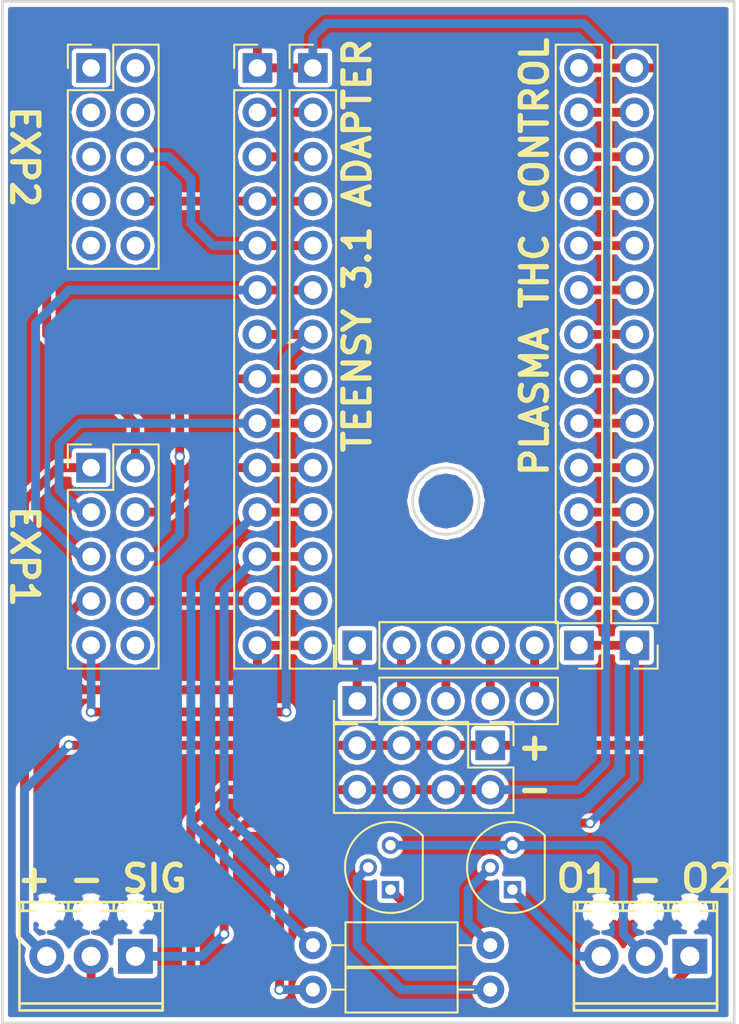
<source format=kicad_pcb>
(kicad_pcb (version 4) (host pcbnew 4.0.7)

  (general
    (links 61)
    (no_connects 0)
    (area 68.071904 85.014999 119.118573 145.27588)
    (thickness 1.6)
    (drawings 13)
    (tracks 172)
    (zones 0)
    (modules 15)
    (nets 50)
  )

  (page B)
  (layers
    (0 F.Cu signal)
    (31 B.Cu signal hide)
    (32 B.Adhes user hide)
    (33 F.Adhes user hide)
    (34 B.Paste user hide)
    (35 F.Paste user hide)
    (36 B.SilkS user)
    (37 F.SilkS user)
    (38 B.Mask user hide)
    (39 F.Mask user hide)
    (40 Dwgs.User user hide)
    (41 Cmts.User user hide)
    (42 Eco1.User user hide)
    (43 Eco2.User user hide)
    (44 Edge.Cuts user)
    (45 Margin user hide)
    (46 B.CrtYd user hide)
    (47 F.CrtYd user hide)
    (48 B.Fab user hide)
    (49 F.Fab user hide)
  )

  (setup
    (last_trace_width 0.508)
    (trace_clearance 0.2)
    (zone_clearance 0.254)
    (zone_45_only no)
    (trace_min 0.2)
    (segment_width 0.2)
    (edge_width 0.15)
    (via_size 0.6)
    (via_drill 0.4)
    (via_min_size 0.4)
    (via_min_drill 0.3)
    (uvia_size 0.3)
    (uvia_drill 0.1)
    (uvias_allowed no)
    (uvia_min_size 0.2)
    (uvia_min_drill 0.1)
    (pcb_text_width 0.3)
    (pcb_text_size 1.5 1.5)
    (mod_edge_width 0.15)
    (mod_text_size 1 1)
    (mod_text_width 0.15)
    (pad_size 1.524 1.524)
    (pad_drill 0.762)
    (pad_to_mask_clearance 0.2)
    (aux_axis_origin 0 0)
    (visible_elements 7FFFFFDF)
    (pcbplotparams
      (layerselection 0x010f0_80000001)
      (usegerberextensions false)
      (excludeedgelayer true)
      (linewidth 0.100000)
      (plotframeref false)
      (viasonmask false)
      (mode 1)
      (useauxorigin false)
      (hpglpennumber 1)
      (hpglpenspeed 20)
      (hpglpendiameter 15)
      (hpglpenoverlay 2)
      (psnegative false)
      (psa4output false)
      (plotreference true)
      (plotvalue true)
      (plotinvisibletext false)
      (padsonsilk false)
      (subtractmaskfromsilk false)
      (outputformat 1)
      (mirror false)
      (drillshape 0)
      (scaleselection 1)
      (outputdirectory TeensyShield/))
  )

  (net 0 "")
  (net 1 "Net-(J1-Pad3)")
  (net 2 "Net-(J1-Pad1)")
  (net 3 "Net-(J1-Pad2)")
  (net 4 "Net-(J3-Pad2)")
  (net 5 "Net-(J3-Pad3)")
  (net 6 "Net-(J10-Pad3)")
  (net 7 "Net-(J10-Pad5)")
  (net 8 "Net-(J3-Pad6)")
  (net 9 "Net-(J3-Pad7)")
  (net 10 "Net-(J3-Pad8)")
  (net 11 "Net-(J3-Pad9)")
  (net 12 "Net-(J3-Pad10)")
  (net 13 "Net-(J3-Pad11)")
  (net 14 "Net-(J3-Pad12)")
  (net 15 "Net-(J3-Pad13)")
  (net 16 "Net-(J3-Pad14)")
  (net 17 "Net-(J5-Pad1)")
  (net 18 "Net-(J5-Pad2)")
  (net 19 "Net-(J5-Pad3)")
  (net 20 "Net-(J5-Pad4)")
  (net 21 "Net-(J5-Pad5)")
  (net 22 "Net-(J7-Pad2)")
  (net 23 "Net-(J7-Pad3)")
  (net 24 "Net-(J7-Pad4)")
  (net 25 "Net-(J7-Pad5)")
  (net 26 "Net-(J7-Pad6)")
  (net 27 "Net-(J7-Pad7)")
  (net 28 "Net-(J7-Pad8)")
  (net 29 "Net-(J7-Pad9)")
  (net 30 "Net-(J7-Pad10)")
  (net 31 "Net-(J7-Pad11)")
  (net 32 "Net-(J7-Pad12)")
  (net 33 "Net-(J7-Pad13)")
  (net 34 "Net-(J9-Pad10)")
  (net 35 "Net-(J10-Pad1)")
  (net 36 "Net-(J10-Pad2)")
  (net 37 "Net-(J10-Pad4)")
  (net 38 "Net-(J10-Pad6)")
  (net 39 "Net-(J10-Pad7)")
  (net 40 "Net-(J10-Pad8)")
  (net 41 "Net-(J10-Pad9)")
  (net 42 "Net-(J10-Pad10)")
  (net 43 "Net-(J11-Pad3)")
  (net 44 "Net-(J11-Pad1)")
  (net 45 "Net-(J11-Pad2)")
  (net 46 "Net-(Q1-Pad2)")
  (net 47 "Net-(Q2-Pad2)")
  (net 48 "Net-(J4-Pad11)")
  (net 49 "Net-(J4-Pad12)")

  (net_class Default "This is the default net class."
    (clearance 0.2)
    (trace_width 0.508)
    (via_dia 0.6)
    (via_drill 0.4)
    (uvia_dia 0.3)
    (uvia_drill 0.1)
    (add_net "Net-(J1-Pad1)")
    (add_net "Net-(J1-Pad2)")
    (add_net "Net-(J1-Pad3)")
    (add_net "Net-(J10-Pad1)")
    (add_net "Net-(J10-Pad10)")
    (add_net "Net-(J10-Pad2)")
    (add_net "Net-(J10-Pad3)")
    (add_net "Net-(J10-Pad4)")
    (add_net "Net-(J10-Pad5)")
    (add_net "Net-(J10-Pad6)")
    (add_net "Net-(J10-Pad7)")
    (add_net "Net-(J10-Pad8)")
    (add_net "Net-(J10-Pad9)")
    (add_net "Net-(J11-Pad1)")
    (add_net "Net-(J11-Pad2)")
    (add_net "Net-(J11-Pad3)")
    (add_net "Net-(J3-Pad10)")
    (add_net "Net-(J3-Pad11)")
    (add_net "Net-(J3-Pad12)")
    (add_net "Net-(J3-Pad13)")
    (add_net "Net-(J3-Pad14)")
    (add_net "Net-(J3-Pad2)")
    (add_net "Net-(J3-Pad3)")
    (add_net "Net-(J3-Pad6)")
    (add_net "Net-(J3-Pad7)")
    (add_net "Net-(J3-Pad8)")
    (add_net "Net-(J3-Pad9)")
    (add_net "Net-(J4-Pad11)")
    (add_net "Net-(J4-Pad12)")
    (add_net "Net-(J5-Pad1)")
    (add_net "Net-(J5-Pad2)")
    (add_net "Net-(J5-Pad3)")
    (add_net "Net-(J5-Pad4)")
    (add_net "Net-(J5-Pad5)")
    (add_net "Net-(J7-Pad10)")
    (add_net "Net-(J7-Pad11)")
    (add_net "Net-(J7-Pad12)")
    (add_net "Net-(J7-Pad13)")
    (add_net "Net-(J7-Pad2)")
    (add_net "Net-(J7-Pad3)")
    (add_net "Net-(J7-Pad4)")
    (add_net "Net-(J7-Pad5)")
    (add_net "Net-(J7-Pad6)")
    (add_net "Net-(J7-Pad7)")
    (add_net "Net-(J7-Pad8)")
    (add_net "Net-(J7-Pad9)")
    (add_net "Net-(J9-Pad10)")
    (add_net "Net-(Q1-Pad2)")
    (add_net "Net-(Q2-Pad2)")
  )

  (module TerminalBlocks_Phoenix:TerminalBlock_Phoenix_MPT-2.54mm_3pol (layer F.Cu) (tedit 5B32F0F3) (tstamp 5B32C392)
    (at 81.28 139.7 180)
    (descr "3-way 2.54mm pitch terminal block, Phoenix MPT series")
    (path /5B32C66A)
    (fp_text reference J1 (at 2.54 -4.50088 180) (layer Cmts.User)
      (effects (font (size 1 1) (thickness 0.15)))
    )
    (fp_text value Screw_Terminal_01x03 (at 2.54 4.50088 360) (layer F.Fab)
      (effects (font (size 1 1) (thickness 0.15)))
    )
    (fp_text user %R (at 2.54 1.045 180) (layer F.Fab)
      (effects (font (size 1 1) (thickness 0.15)))
    )
    (fp_line (start -1.78 3.3) (end 6.86 3.3) (layer F.CrtYd) (width 0.05))
    (fp_line (start -1.78 -3.3) (end -1.78 3.3) (layer F.CrtYd) (width 0.05))
    (fp_line (start 6.86 -3.3) (end -1.78 -3.3) (layer F.CrtYd) (width 0.05))
    (fp_line (start 6.86 3.3) (end 6.86 -3.3) (layer F.CrtYd) (width 0.05))
    (fp_line (start 6.63956 -3.0988) (end -1.55956 -3.0988) (layer F.SilkS) (width 0.15))
    (fp_line (start 6.63956 -2.70002) (end -1.55956 -2.70002) (layer F.SilkS) (width 0.15))
    (fp_line (start 6.63956 2.60096) (end -1.55956 2.60096) (layer F.SilkS) (width 0.15))
    (fp_line (start -1.55956 3.0988) (end 6.63956 3.0988) (layer F.SilkS) (width 0.15))
    (fp_line (start 3.84048 2.60096) (end 3.84048 3.0988) (layer F.SilkS) (width 0.15))
    (fp_line (start -1.3589 3.0988) (end -1.3589 2.60096) (layer F.SilkS) (width 0.15))
    (fp_line (start 6.44144 2.60096) (end 6.44144 3.0988) (layer F.SilkS) (width 0.15))
    (fp_line (start 1.24206 3.0988) (end 1.24206 2.60096) (layer F.SilkS) (width 0.15))
    (fp_line (start 6.63956 3.0988) (end 6.63956 -3.0988) (layer F.SilkS) (width 0.15))
    (fp_line (start -1.55702 -3.0988) (end -1.55702 3.0988) (layer F.SilkS) (width 0.15))
    (pad 3 thru_hole oval (at 5.08 0 180) (size 1.99898 1.99898) (drill 1.09728) (layers *.Cu *.Mask)
      (net 1 "Net-(J1-Pad3)"))
    (pad 1 thru_hole rect (at 0 0 180) (size 1.99898 1.99898) (drill 1.09728) (layers *.Cu *.Mask)
      (net 2 "Net-(J1-Pad1)"))
    (pad 2 thru_hole oval (at 2.54 0 180) (size 1.99898 1.99898) (drill 1.09728) (layers *.Cu *.Mask)
      (net 3 "Net-(J1-Pad2)"))
    (pad "" np_thru_hole circle (at 0 2.54 180) (size 1.1 1.1) (drill 1.1) (layers *.Cu *.Mask))
    (pad "" np_thru_hole circle (at 2.54 2.54 180) (size 1.1 1.1) (drill 1.1) (layers *.Cu *.Mask))
    (pad "" np_thru_hole circle (at 5.08 2.54 180) (size 1.1 1.1) (drill 1.1) (layers *.Cu *.Mask))
    (model ${KISYS3DMOD}/TerminalBlock_Phoenix.3dshapes/TerminalBlock_Phoenix_MPT-2.54mm_3pol.wrl
      (at (xyz 0.1 0 0))
      (scale (xyz 1 1 1))
      (rotate (xyz 0 0 0))
    )
  )

  (module Pin_Headers:Pin_Header_Straight_2x04_Pitch2.54mm (layer F.Cu) (tedit 5B32F11C) (tstamp 5B32C39E)
    (at 101.6 127.635 270)
    (descr "Through hole straight pin header, 2x04, 2.54mm pitch, double rows")
    (tags "Through hole pin header THT 2x04 2.54mm double row")
    (path /5B32DFCA)
    (fp_text reference J2 (at 1.27 -2.33 270) (layer Cmts.User)
      (effects (font (size 1 1) (thickness 0.15)))
    )
    (fp_text value Conn_02x04_Odd_Even (at 1.27 9.95 270) (layer F.Fab)
      (effects (font (size 1 1) (thickness 0.15)))
    )
    (fp_line (start 0 -1.27) (end 3.81 -1.27) (layer F.Fab) (width 0.1))
    (fp_line (start 3.81 -1.27) (end 3.81 8.89) (layer F.Fab) (width 0.1))
    (fp_line (start 3.81 8.89) (end -1.27 8.89) (layer F.Fab) (width 0.1))
    (fp_line (start -1.27 8.89) (end -1.27 0) (layer F.Fab) (width 0.1))
    (fp_line (start -1.27 0) (end 0 -1.27) (layer F.Fab) (width 0.1))
    (fp_line (start -1.33 8.95) (end 3.87 8.95) (layer F.SilkS) (width 0.12))
    (fp_line (start -1.33 1.27) (end -1.33 8.95) (layer F.SilkS) (width 0.12))
    (fp_line (start 3.87 -1.33) (end 3.87 8.95) (layer F.SilkS) (width 0.12))
    (fp_line (start -1.33 1.27) (end 1.27 1.27) (layer F.SilkS) (width 0.12))
    (fp_line (start 1.27 1.27) (end 1.27 -1.33) (layer F.SilkS) (width 0.12))
    (fp_line (start 1.27 -1.33) (end 3.87 -1.33) (layer F.SilkS) (width 0.12))
    (fp_line (start -1.33 0) (end -1.33 -1.33) (layer F.SilkS) (width 0.12))
    (fp_line (start -1.33 -1.33) (end 0 -1.33) (layer F.SilkS) (width 0.12))
    (fp_line (start -1.8 -1.8) (end -1.8 9.4) (layer F.CrtYd) (width 0.05))
    (fp_line (start -1.8 9.4) (end 4.35 9.4) (layer F.CrtYd) (width 0.05))
    (fp_line (start 4.35 9.4) (end 4.35 -1.8) (layer F.CrtYd) (width 0.05))
    (fp_line (start 4.35 -1.8) (end -1.8 -1.8) (layer F.CrtYd) (width 0.05))
    (fp_text user %R (at 1.27 3.81 360) (layer F.Fab)
      (effects (font (size 1 1) (thickness 0.15)))
    )
    (pad 1 thru_hole rect (at 0 0 270) (size 1.7 1.7) (drill 1) (layers *.Cu *.Mask)
      (net 1 "Net-(J1-Pad3)"))
    (pad 2 thru_hole oval (at 2.54 0 270) (size 1.7 1.7) (drill 1) (layers *.Cu *.Mask)
      (net 3 "Net-(J1-Pad2)"))
    (pad 3 thru_hole oval (at 0 2.54 270) (size 1.7 1.7) (drill 1) (layers *.Cu *.Mask)
      (net 1 "Net-(J1-Pad3)"))
    (pad 4 thru_hole oval (at 2.54 2.54 270) (size 1.7 1.7) (drill 1) (layers *.Cu *.Mask)
      (net 3 "Net-(J1-Pad2)"))
    (pad 5 thru_hole oval (at 0 5.08 270) (size 1.7 1.7) (drill 1) (layers *.Cu *.Mask)
      (net 1 "Net-(J1-Pad3)"))
    (pad 6 thru_hole oval (at 2.54 5.08 270) (size 1.7 1.7) (drill 1) (layers *.Cu *.Mask)
      (net 3 "Net-(J1-Pad2)"))
    (pad 7 thru_hole oval (at 0 7.62 270) (size 1.7 1.7) (drill 1) (layers *.Cu *.Mask)
      (net 1 "Net-(J1-Pad3)"))
    (pad 8 thru_hole oval (at 2.54 7.62 270) (size 1.7 1.7) (drill 1) (layers *.Cu *.Mask)
      (net 3 "Net-(J1-Pad2)"))
    (model ${KISYS3DMOD}/Pin_Headers.3dshapes/Pin_Header_Straight_2x04_Pitch2.54mm.wrl
      (at (xyz 0 0 0))
      (scale (xyz 1 1 1))
      (rotate (xyz 0 0 0))
    )
  )

  (module Pin_Headers:Pin_Header_Straight_1x14_Pitch2.54mm (layer F.Cu) (tedit 5B32F154) (tstamp 5B32C3B0)
    (at 88.265 88.9)
    (descr "Through hole straight pin header, 1x14, 2.54mm pitch, single row")
    (tags "Through hole pin header THT 1x14 2.54mm single row")
    (path /5B32BC1F)
    (fp_text reference J3 (at 0 -2.33) (layer Cmts.User)
      (effects (font (size 1 1) (thickness 0.15)))
    )
    (fp_text value Conn_01x14 (at 0 35.35) (layer F.Fab)
      (effects (font (size 1 1) (thickness 0.15)))
    )
    (fp_line (start -0.635 -1.27) (end 1.27 -1.27) (layer F.Fab) (width 0.1))
    (fp_line (start 1.27 -1.27) (end 1.27 34.29) (layer F.Fab) (width 0.1))
    (fp_line (start 1.27 34.29) (end -1.27 34.29) (layer F.Fab) (width 0.1))
    (fp_line (start -1.27 34.29) (end -1.27 -0.635) (layer F.Fab) (width 0.1))
    (fp_line (start -1.27 -0.635) (end -0.635 -1.27) (layer F.Fab) (width 0.1))
    (fp_line (start -1.33 34.35) (end 1.33 34.35) (layer F.SilkS) (width 0.12))
    (fp_line (start -1.33 1.27) (end -1.33 34.35) (layer F.SilkS) (width 0.12))
    (fp_line (start 1.33 1.27) (end 1.33 34.35) (layer F.SilkS) (width 0.12))
    (fp_line (start -1.33 1.27) (end 1.33 1.27) (layer F.SilkS) (width 0.12))
    (fp_line (start -1.33 0) (end -1.33 -1.33) (layer F.SilkS) (width 0.12))
    (fp_line (start -1.33 -1.33) (end 0 -1.33) (layer F.SilkS) (width 0.12))
    (fp_line (start -1.8 -1.8) (end -1.8 34.8) (layer F.CrtYd) (width 0.05))
    (fp_line (start -1.8 34.8) (end 1.8 34.8) (layer F.CrtYd) (width 0.05))
    (fp_line (start 1.8 34.8) (end 1.8 -1.8) (layer F.CrtYd) (width 0.05))
    (fp_line (start 1.8 -1.8) (end -1.8 -1.8) (layer F.CrtYd) (width 0.05))
    (fp_text user %R (at 0 16.51 90) (layer F.Fab)
      (effects (font (size 1 1) (thickness 0.15)))
    )
    (pad 1 thru_hole rect (at 0 0) (size 1.7 1.7) (drill 1) (layers *.Cu *.Mask)
      (net 3 "Net-(J1-Pad2)"))
    (pad 2 thru_hole oval (at 0 2.54) (size 1.7 1.7) (drill 1) (layers *.Cu *.Mask)
      (net 4 "Net-(J3-Pad2)"))
    (pad 3 thru_hole oval (at 0 5.08) (size 1.7 1.7) (drill 1) (layers *.Cu *.Mask)
      (net 5 "Net-(J3-Pad3)"))
    (pad 4 thru_hole oval (at 0 7.62) (size 1.7 1.7) (drill 1) (layers *.Cu *.Mask)
      (net 40 "Net-(J10-Pad8)"))
    (pad 5 thru_hole oval (at 0 10.16) (size 1.7 1.7) (drill 1) (layers *.Cu *.Mask)
      (net 38 "Net-(J10-Pad6)"))
    (pad 6 thru_hole oval (at 0 12.7) (size 1.7 1.7) (drill 1) (layers *.Cu *.Mask)
      (net 8 "Net-(J3-Pad6)"))
    (pad 7 thru_hole oval (at 0 15.24) (size 1.7 1.7) (drill 1) (layers *.Cu *.Mask)
      (net 9 "Net-(J3-Pad7)"))
    (pad 8 thru_hole oval (at 0 17.78) (size 1.7 1.7) (drill 1) (layers *.Cu *.Mask)
      (net 10 "Net-(J3-Pad8)"))
    (pad 9 thru_hole oval (at 0 20.32) (size 1.7 1.7) (drill 1) (layers *.Cu *.Mask)
      (net 11 "Net-(J3-Pad9)"))
    (pad 10 thru_hole oval (at 0 22.86) (size 1.7 1.7) (drill 1) (layers *.Cu *.Mask)
      (net 12 "Net-(J3-Pad10)"))
    (pad 11 thru_hole oval (at 0 25.4) (size 1.7 1.7) (drill 1) (layers *.Cu *.Mask)
      (net 13 "Net-(J3-Pad11)"))
    (pad 12 thru_hole oval (at 0 27.94) (size 1.7 1.7) (drill 1) (layers *.Cu *.Mask)
      (net 14 "Net-(J3-Pad12)"))
    (pad 13 thru_hole oval (at 0 30.48) (size 1.7 1.7) (drill 1) (layers *.Cu *.Mask)
      (net 15 "Net-(J3-Pad13)"))
    (pad 14 thru_hole oval (at 0 33.02) (size 1.7 1.7) (drill 1) (layers *.Cu *.Mask)
      (net 16 "Net-(J3-Pad14)"))
    (model ${KISYS3DMOD}/Pin_Headers.3dshapes/Pin_Header_Straight_1x14_Pitch2.54mm.wrl
      (at (xyz 0 0 0))
      (scale (xyz 1 1 1))
      (rotate (xyz 0 0 0))
    )
  )

  (module Pin_Headers:Pin_Header_Straight_1x14_Pitch2.54mm (layer F.Cu) (tedit 5B32F15C) (tstamp 5B32C3C2)
    (at 91.44 88.9)
    (descr "Through hole straight pin header, 1x14, 2.54mm pitch, single row")
    (tags "Through hole pin header THT 1x14 2.54mm single row")
    (path /5B32C4AE)
    (fp_text reference J4 (at 0 -2.33) (layer Cmts.User)
      (effects (font (size 1 1) (thickness 0.15)))
    )
    (fp_text value Conn_01x14 (at 0 35.35) (layer F.Fab)
      (effects (font (size 1 1) (thickness 0.15)))
    )
    (fp_line (start -0.635 -1.27) (end 1.27 -1.27) (layer F.Fab) (width 0.1))
    (fp_line (start 1.27 -1.27) (end 1.27 34.29) (layer F.Fab) (width 0.1))
    (fp_line (start 1.27 34.29) (end -1.27 34.29) (layer F.Fab) (width 0.1))
    (fp_line (start -1.27 34.29) (end -1.27 -0.635) (layer F.Fab) (width 0.1))
    (fp_line (start -1.27 -0.635) (end -0.635 -1.27) (layer F.Fab) (width 0.1))
    (fp_line (start -1.33 34.35) (end 1.33 34.35) (layer F.SilkS) (width 0.12))
    (fp_line (start -1.33 1.27) (end -1.33 34.35) (layer F.SilkS) (width 0.12))
    (fp_line (start 1.33 1.27) (end 1.33 34.35) (layer F.SilkS) (width 0.12))
    (fp_line (start -1.33 1.27) (end 1.33 1.27) (layer F.SilkS) (width 0.12))
    (fp_line (start -1.33 0) (end -1.33 -1.33) (layer F.SilkS) (width 0.12))
    (fp_line (start -1.33 -1.33) (end 0 -1.33) (layer F.SilkS) (width 0.12))
    (fp_line (start -1.8 -1.8) (end -1.8 34.8) (layer F.CrtYd) (width 0.05))
    (fp_line (start -1.8 34.8) (end 1.8 34.8) (layer F.CrtYd) (width 0.05))
    (fp_line (start 1.8 34.8) (end 1.8 -1.8) (layer F.CrtYd) (width 0.05))
    (fp_line (start 1.8 -1.8) (end -1.8 -1.8) (layer F.CrtYd) (width 0.05))
    (fp_text user %R (at 0 16.51 90) (layer F.Fab)
      (effects (font (size 1 1) (thickness 0.15)))
    )
    (pad 1 thru_hole rect (at 0 0) (size 1.7 1.7) (drill 1) (layers *.Cu *.Mask)
      (net 3 "Net-(J1-Pad2)"))
    (pad 2 thru_hole oval (at 0 2.54) (size 1.7 1.7) (drill 1) (layers *.Cu *.Mask)
      (net 4 "Net-(J3-Pad2)"))
    (pad 3 thru_hole oval (at 0 5.08) (size 1.7 1.7) (drill 1) (layers *.Cu *.Mask)
      (net 5 "Net-(J3-Pad3)"))
    (pad 4 thru_hole oval (at 0 7.62) (size 1.7 1.7) (drill 1) (layers *.Cu *.Mask)
      (net 40 "Net-(J10-Pad8)"))
    (pad 5 thru_hole oval (at 0 10.16) (size 1.7 1.7) (drill 1) (layers *.Cu *.Mask)
      (net 38 "Net-(J10-Pad6)"))
    (pad 6 thru_hole oval (at 0 12.7) (size 1.7 1.7) (drill 1) (layers *.Cu *.Mask)
      (net 8 "Net-(J3-Pad6)"))
    (pad 7 thru_hole oval (at 0 15.24) (size 1.7 1.7) (drill 1) (layers *.Cu *.Mask)
      (net 9 "Net-(J3-Pad7)"))
    (pad 8 thru_hole oval (at 0 17.78) (size 1.7 1.7) (drill 1) (layers *.Cu *.Mask)
      (net 10 "Net-(J3-Pad8)"))
    (pad 9 thru_hole oval (at 0 20.32) (size 1.7 1.7) (drill 1) (layers *.Cu *.Mask)
      (net 11 "Net-(J3-Pad9)"))
    (pad 10 thru_hole oval (at 0 22.86) (size 1.7 1.7) (drill 1) (layers *.Cu *.Mask)
      (net 12 "Net-(J3-Pad10)"))
    (pad 11 thru_hole oval (at 0 25.4) (size 1.7 1.7) (drill 1) (layers *.Cu *.Mask)
      (net 48 "Net-(J4-Pad11)"))
    (pad 12 thru_hole oval (at 0 27.94) (size 1.7 1.7) (drill 1) (layers *.Cu *.Mask)
      (net 49 "Net-(J4-Pad12)"))
    (pad 13 thru_hole oval (at 0 30.48) (size 1.7 1.7) (drill 1) (layers *.Cu *.Mask)
      (net 15 "Net-(J3-Pad13)"))
    (pad 14 thru_hole oval (at 0 33.02) (size 1.7 1.7) (drill 1) (layers *.Cu *.Mask)
      (net 16 "Net-(J3-Pad14)"))
    (model ${KISYS3DMOD}/Pin_Headers.3dshapes/Pin_Header_Straight_1x14_Pitch2.54mm.wrl
      (at (xyz 0 0 0))
      (scale (xyz 1 1 1))
      (rotate (xyz 0 0 0))
    )
  )

  (module Pin_Headers:Pin_Header_Straight_1x05_Pitch2.54mm (layer F.Cu) (tedit 5B32F137) (tstamp 5B32C3D4)
    (at 93.98 125.095 90)
    (descr "Through hole straight pin header, 1x05, 2.54mm pitch, single row")
    (tags "Through hole pin header THT 1x05 2.54mm single row")
    (path /5B32BD61)
    (fp_text reference J6 (at 0 -2.33 90) (layer Cmts.User)
      (effects (font (size 1 1) (thickness 0.15)))
    )
    (fp_text value Conn_01x05 (at 0 12.49 90) (layer F.Fab)
      (effects (font (size 1 1) (thickness 0.15)))
    )
    (fp_line (start -0.635 -1.27) (end 1.27 -1.27) (layer F.Fab) (width 0.1))
    (fp_line (start 1.27 -1.27) (end 1.27 11.43) (layer F.Fab) (width 0.1))
    (fp_line (start 1.27 11.43) (end -1.27 11.43) (layer F.Fab) (width 0.1))
    (fp_line (start -1.27 11.43) (end -1.27 -0.635) (layer F.Fab) (width 0.1))
    (fp_line (start -1.27 -0.635) (end -0.635 -1.27) (layer F.Fab) (width 0.1))
    (fp_line (start -1.33 11.49) (end 1.33 11.49) (layer F.SilkS) (width 0.12))
    (fp_line (start -1.33 1.27) (end -1.33 11.49) (layer F.SilkS) (width 0.12))
    (fp_line (start 1.33 1.27) (end 1.33 11.49) (layer F.SilkS) (width 0.12))
    (fp_line (start -1.33 1.27) (end 1.33 1.27) (layer F.SilkS) (width 0.12))
    (fp_line (start -1.33 0) (end -1.33 -1.33) (layer F.SilkS) (width 0.12))
    (fp_line (start -1.33 -1.33) (end 0 -1.33) (layer F.SilkS) (width 0.12))
    (fp_line (start -1.8 -1.8) (end -1.8 11.95) (layer F.CrtYd) (width 0.05))
    (fp_line (start -1.8 11.95) (end 1.8 11.95) (layer F.CrtYd) (width 0.05))
    (fp_line (start 1.8 11.95) (end 1.8 -1.8) (layer F.CrtYd) (width 0.05))
    (fp_line (start 1.8 -1.8) (end -1.8 -1.8) (layer F.CrtYd) (width 0.05))
    (fp_text user %R (at 0 5.08 180) (layer F.Fab)
      (effects (font (size 1 1) (thickness 0.15)))
    )
    (pad 1 thru_hole rect (at 0 0 90) (size 1.7 1.7) (drill 1) (layers *.Cu *.Mask)
      (net 17 "Net-(J5-Pad1)"))
    (pad 2 thru_hole oval (at 0 2.54 90) (size 1.7 1.7) (drill 1) (layers *.Cu *.Mask)
      (net 18 "Net-(J5-Pad2)"))
    (pad 3 thru_hole oval (at 0 5.08 90) (size 1.7 1.7) (drill 1) (layers *.Cu *.Mask)
      (net 19 "Net-(J5-Pad3)"))
    (pad 4 thru_hole oval (at 0 7.62 90) (size 1.7 1.7) (drill 1) (layers *.Cu *.Mask)
      (net 20 "Net-(J5-Pad4)"))
    (pad 5 thru_hole oval (at 0 10.16 90) (size 1.7 1.7) (drill 1) (layers *.Cu *.Mask)
      (net 21 "Net-(J5-Pad5)"))
    (model ${KISYS3DMOD}/Pin_Headers.3dshapes/Pin_Header_Straight_1x05_Pitch2.54mm.wrl
      (at (xyz 0 0 0))
      (scale (xyz 1 1 1))
      (rotate (xyz 0 0 0))
    )
  )

  (module Pin_Headers:Pin_Header_Straight_1x14_Pitch2.54mm (layer F.Cu) (tedit 5B32F16D) (tstamp 5B32C3E6)
    (at 106.68 121.92 180)
    (descr "Through hole straight pin header, 1x14, 2.54mm pitch, single row")
    (tags "Through hole pin header THT 1x14 2.54mm single row")
    (path /5B32C500)
    (fp_text reference J7 (at 0 -2.33 180) (layer Cmts.User)
      (effects (font (size 1 1) (thickness 0.15)))
    )
    (fp_text value Conn_01x14 (at 0 35.35 180) (layer F.Fab)
      (effects (font (size 1 1) (thickness 0.15)))
    )
    (fp_line (start -0.635 -1.27) (end 1.27 -1.27) (layer F.Fab) (width 0.1))
    (fp_line (start 1.27 -1.27) (end 1.27 34.29) (layer F.Fab) (width 0.1))
    (fp_line (start 1.27 34.29) (end -1.27 34.29) (layer F.Fab) (width 0.1))
    (fp_line (start -1.27 34.29) (end -1.27 -0.635) (layer F.Fab) (width 0.1))
    (fp_line (start -1.27 -0.635) (end -0.635 -1.27) (layer F.Fab) (width 0.1))
    (fp_line (start -1.33 34.35) (end 1.33 34.35) (layer F.SilkS) (width 0.12))
    (fp_line (start -1.33 1.27) (end -1.33 34.35) (layer F.SilkS) (width 0.12))
    (fp_line (start 1.33 1.27) (end 1.33 34.35) (layer F.SilkS) (width 0.12))
    (fp_line (start -1.33 1.27) (end 1.33 1.27) (layer F.SilkS) (width 0.12))
    (fp_line (start -1.33 0) (end -1.33 -1.33) (layer F.SilkS) (width 0.12))
    (fp_line (start -1.33 -1.33) (end 0 -1.33) (layer F.SilkS) (width 0.12))
    (fp_line (start -1.8 -1.8) (end -1.8 34.8) (layer F.CrtYd) (width 0.05))
    (fp_line (start -1.8 34.8) (end 1.8 34.8) (layer F.CrtYd) (width 0.05))
    (fp_line (start 1.8 34.8) (end 1.8 -1.8) (layer F.CrtYd) (width 0.05))
    (fp_line (start 1.8 -1.8) (end -1.8 -1.8) (layer F.CrtYd) (width 0.05))
    (fp_text user %R (at 0 16.51 270) (layer F.Fab)
      (effects (font (size 1 1) (thickness 0.15)))
    )
    (pad 1 thru_hole rect (at 0 0 180) (size 1.7 1.7) (drill 1) (layers *.Cu *.Mask)
      (net 2 "Net-(J1-Pad1)"))
    (pad 2 thru_hole oval (at 0 2.54 180) (size 1.7 1.7) (drill 1) (layers *.Cu *.Mask)
      (net 22 "Net-(J7-Pad2)"))
    (pad 3 thru_hole oval (at 0 5.08 180) (size 1.7 1.7) (drill 1) (layers *.Cu *.Mask)
      (net 23 "Net-(J7-Pad3)"))
    (pad 4 thru_hole oval (at 0 7.62 180) (size 1.7 1.7) (drill 1) (layers *.Cu *.Mask)
      (net 24 "Net-(J7-Pad4)"))
    (pad 5 thru_hole oval (at 0 10.16 180) (size 1.7 1.7) (drill 1) (layers *.Cu *.Mask)
      (net 25 "Net-(J7-Pad5)"))
    (pad 6 thru_hole oval (at 0 12.7 180) (size 1.7 1.7) (drill 1) (layers *.Cu *.Mask)
      (net 26 "Net-(J7-Pad6)"))
    (pad 7 thru_hole oval (at 0 15.24 180) (size 1.7 1.7) (drill 1) (layers *.Cu *.Mask)
      (net 27 "Net-(J7-Pad7)"))
    (pad 8 thru_hole oval (at 0 17.78 180) (size 1.7 1.7) (drill 1) (layers *.Cu *.Mask)
      (net 28 "Net-(J7-Pad8)"))
    (pad 9 thru_hole oval (at 0 20.32 180) (size 1.7 1.7) (drill 1) (layers *.Cu *.Mask)
      (net 29 "Net-(J7-Pad9)"))
    (pad 10 thru_hole oval (at 0 22.86 180) (size 1.7 1.7) (drill 1) (layers *.Cu *.Mask)
      (net 30 "Net-(J7-Pad10)"))
    (pad 11 thru_hole oval (at 0 25.4 180) (size 1.7 1.7) (drill 1) (layers *.Cu *.Mask)
      (net 31 "Net-(J7-Pad11)"))
    (pad 12 thru_hole oval (at 0 27.94 180) (size 1.7 1.7) (drill 1) (layers *.Cu *.Mask)
      (net 32 "Net-(J7-Pad12)"))
    (pad 13 thru_hole oval (at 0 30.48 180) (size 1.7 1.7) (drill 1) (layers *.Cu *.Mask)
      (net 33 "Net-(J7-Pad13)"))
    (pad 14 thru_hole oval (at 0 33.02 180) (size 1.7 1.7) (drill 1) (layers *.Cu *.Mask)
      (net 1 "Net-(J1-Pad3)"))
    (model ${KISYS3DMOD}/Pin_Headers.3dshapes/Pin_Header_Straight_1x14_Pitch2.54mm.wrl
      (at (xyz 0 0 0))
      (scale (xyz 1 1 1))
      (rotate (xyz 0 0 0))
    )
  )

  (module Pin_Headers:Pin_Header_Straight_1x14_Pitch2.54mm (layer F.Cu) (tedit 5B32F166) (tstamp 5B32C3F8)
    (at 109.855 121.92 180)
    (descr "Through hole straight pin header, 1x14, 2.54mm pitch, single row")
    (tags "Through hole pin header THT 1x14 2.54mm single row")
    (path /5B32BCAF)
    (fp_text reference J8 (at 0 -2.33 180) (layer Cmts.User)
      (effects (font (size 1 1) (thickness 0.15)))
    )
    (fp_text value Conn_01x14 (at 0 35.35 180) (layer F.Fab)
      (effects (font (size 1 1) (thickness 0.15)))
    )
    (fp_line (start -0.635 -1.27) (end 1.27 -1.27) (layer F.Fab) (width 0.1))
    (fp_line (start 1.27 -1.27) (end 1.27 34.29) (layer F.Fab) (width 0.1))
    (fp_line (start 1.27 34.29) (end -1.27 34.29) (layer F.Fab) (width 0.1))
    (fp_line (start -1.27 34.29) (end -1.27 -0.635) (layer F.Fab) (width 0.1))
    (fp_line (start -1.27 -0.635) (end -0.635 -1.27) (layer F.Fab) (width 0.1))
    (fp_line (start -1.33 34.35) (end 1.33 34.35) (layer F.SilkS) (width 0.12))
    (fp_line (start -1.33 1.27) (end -1.33 34.35) (layer F.SilkS) (width 0.12))
    (fp_line (start 1.33 1.27) (end 1.33 34.35) (layer F.SilkS) (width 0.12))
    (fp_line (start -1.33 1.27) (end 1.33 1.27) (layer F.SilkS) (width 0.12))
    (fp_line (start -1.33 0) (end -1.33 -1.33) (layer F.SilkS) (width 0.12))
    (fp_line (start -1.33 -1.33) (end 0 -1.33) (layer F.SilkS) (width 0.12))
    (fp_line (start -1.8 -1.8) (end -1.8 34.8) (layer F.CrtYd) (width 0.05))
    (fp_line (start -1.8 34.8) (end 1.8 34.8) (layer F.CrtYd) (width 0.05))
    (fp_line (start 1.8 34.8) (end 1.8 -1.8) (layer F.CrtYd) (width 0.05))
    (fp_line (start 1.8 -1.8) (end -1.8 -1.8) (layer F.CrtYd) (width 0.05))
    (fp_text user %R (at 0 16.51 270) (layer F.Fab)
      (effects (font (size 1 1) (thickness 0.15)))
    )
    (pad 1 thru_hole rect (at 0 0 180) (size 1.7 1.7) (drill 1) (layers *.Cu *.Mask)
      (net 2 "Net-(J1-Pad1)"))
    (pad 2 thru_hole oval (at 0 2.54 180) (size 1.7 1.7) (drill 1) (layers *.Cu *.Mask)
      (net 22 "Net-(J7-Pad2)"))
    (pad 3 thru_hole oval (at 0 5.08 180) (size 1.7 1.7) (drill 1) (layers *.Cu *.Mask)
      (net 23 "Net-(J7-Pad3)"))
    (pad 4 thru_hole oval (at 0 7.62 180) (size 1.7 1.7) (drill 1) (layers *.Cu *.Mask)
      (net 24 "Net-(J7-Pad4)"))
    (pad 5 thru_hole oval (at 0 10.16 180) (size 1.7 1.7) (drill 1) (layers *.Cu *.Mask)
      (net 25 "Net-(J7-Pad5)"))
    (pad 6 thru_hole oval (at 0 12.7 180) (size 1.7 1.7) (drill 1) (layers *.Cu *.Mask)
      (net 26 "Net-(J7-Pad6)"))
    (pad 7 thru_hole oval (at 0 15.24 180) (size 1.7 1.7) (drill 1) (layers *.Cu *.Mask)
      (net 27 "Net-(J7-Pad7)"))
    (pad 8 thru_hole oval (at 0 17.78 180) (size 1.7 1.7) (drill 1) (layers *.Cu *.Mask)
      (net 28 "Net-(J7-Pad8)"))
    (pad 9 thru_hole oval (at 0 20.32 180) (size 1.7 1.7) (drill 1) (layers *.Cu *.Mask)
      (net 29 "Net-(J7-Pad9)"))
    (pad 10 thru_hole oval (at 0 22.86 180) (size 1.7 1.7) (drill 1) (layers *.Cu *.Mask)
      (net 30 "Net-(J7-Pad10)"))
    (pad 11 thru_hole oval (at 0 25.4 180) (size 1.7 1.7) (drill 1) (layers *.Cu *.Mask)
      (net 31 "Net-(J7-Pad11)"))
    (pad 12 thru_hole oval (at 0 27.94 180) (size 1.7 1.7) (drill 1) (layers *.Cu *.Mask)
      (net 32 "Net-(J7-Pad12)"))
    (pad 13 thru_hole oval (at 0 30.48 180) (size 1.7 1.7) (drill 1) (layers *.Cu *.Mask)
      (net 33 "Net-(J7-Pad13)"))
    (pad 14 thru_hole oval (at 0 33.02 180) (size 1.7 1.7) (drill 1) (layers *.Cu *.Mask)
      (net 1 "Net-(J1-Pad3)"))
    (model ${KISYS3DMOD}/Pin_Headers.3dshapes/Pin_Header_Straight_1x14_Pitch2.54mm.wrl
      (at (xyz 0 0 0))
      (scale (xyz 1 1 1))
      (rotate (xyz 0 0 0))
    )
  )

  (module Pin_Headers:Pin_Header_Straight_2x05_Pitch2.54mm (layer F.Cu) (tedit 5B32F142) (tstamp 5B32C406)
    (at 78.74 111.76)
    (descr "Through hole straight pin header, 2x05, 2.54mm pitch, double rows")
    (tags "Through hole pin header THT 2x05 2.54mm double row")
    (path /5B32BEE9)
    (fp_text reference J9 (at 1.27 -2.33) (layer Cmts.User)
      (effects (font (size 1 1) (thickness 0.15)))
    )
    (fp_text value "EXP1 - Conn_02x05_Odd_Even" (at 1.27 12.49) (layer F.Fab)
      (effects (font (size 1 1) (thickness 0.15)))
    )
    (fp_line (start 0 -1.27) (end 3.81 -1.27) (layer F.Fab) (width 0.1))
    (fp_line (start 3.81 -1.27) (end 3.81 11.43) (layer F.Fab) (width 0.1))
    (fp_line (start 3.81 11.43) (end -1.27 11.43) (layer F.Fab) (width 0.1))
    (fp_line (start -1.27 11.43) (end -1.27 0) (layer F.Fab) (width 0.1))
    (fp_line (start -1.27 0) (end 0 -1.27) (layer F.Fab) (width 0.1))
    (fp_line (start -1.33 11.49) (end 3.87 11.49) (layer F.SilkS) (width 0.12))
    (fp_line (start -1.33 1.27) (end -1.33 11.49) (layer F.SilkS) (width 0.12))
    (fp_line (start 3.87 -1.33) (end 3.87 11.49) (layer F.SilkS) (width 0.12))
    (fp_line (start -1.33 1.27) (end 1.27 1.27) (layer F.SilkS) (width 0.12))
    (fp_line (start 1.27 1.27) (end 1.27 -1.33) (layer F.SilkS) (width 0.12))
    (fp_line (start 1.27 -1.33) (end 3.87 -1.33) (layer F.SilkS) (width 0.12))
    (fp_line (start -1.33 0) (end -1.33 -1.33) (layer F.SilkS) (width 0.12))
    (fp_line (start -1.33 -1.33) (end 0 -1.33) (layer F.SilkS) (width 0.12))
    (fp_line (start -1.8 -1.8) (end -1.8 11.95) (layer F.CrtYd) (width 0.05))
    (fp_line (start -1.8 11.95) (end 4.35 11.95) (layer F.CrtYd) (width 0.05))
    (fp_line (start 4.35 11.95) (end 4.35 -1.8) (layer F.CrtYd) (width 0.05))
    (fp_line (start 4.35 -1.8) (end -1.8 -1.8) (layer F.CrtYd) (width 0.05))
    (fp_text user %R (at 1.27 5.08 90) (layer F.Fab)
      (effects (font (size 1 1) (thickness 0.15)))
    )
    (pad 1 thru_hole rect (at 0 0) (size 1.7 1.7) (drill 1) (layers *.Cu *.Mask)
      (net 1 "Net-(J1-Pad3)"))
    (pad 2 thru_hole oval (at 2.54 0) (size 1.7 1.7) (drill 1) (layers *.Cu *.Mask)
      (net 3 "Net-(J1-Pad2)"))
    (pad 3 thru_hole oval (at 0 2.54) (size 1.7 1.7) (drill 1) (layers *.Cu *.Mask)
      (net 11 "Net-(J3-Pad9)"))
    (pad 4 thru_hole oval (at 2.54 2.54) (size 1.7 1.7) (drill 1) (layers *.Cu *.Mask)
      (net 12 "Net-(J3-Pad10)"))
    (pad 5 thru_hole oval (at 0 5.08) (size 1.7 1.7) (drill 1) (layers *.Cu *.Mask)
      (net 8 "Net-(J3-Pad6)"))
    (pad 6 thru_hole oval (at 2.54 5.08) (size 1.7 1.7) (drill 1) (layers *.Cu *.Mask)
      (net 10 "Net-(J3-Pad8)"))
    (pad 7 thru_hole oval (at 0 7.62) (size 1.7 1.7) (drill 1) (layers *.Cu *.Mask)
      (net 16 "Net-(J3-Pad14)"))
    (pad 8 thru_hole oval (at 2.54 7.62) (size 1.7 1.7) (drill 1) (layers *.Cu *.Mask)
      (net 15 "Net-(J3-Pad13)"))
    (pad 9 thru_hole oval (at 0 10.16) (size 1.7 1.7) (drill 1) (layers *.Cu *.Mask)
      (net 9 "Net-(J3-Pad7)"))
    (pad 10 thru_hole oval (at 2.54 10.16) (size 1.7 1.7) (drill 1) (layers *.Cu *.Mask)
      (net 34 "Net-(J9-Pad10)"))
    (model ${KISYS3DMOD}/Pin_Headers.3dshapes/Pin_Header_Straight_2x05_Pitch2.54mm.wrl
      (at (xyz 0 0 0))
      (scale (xyz 1 1 1))
      (rotate (xyz 0 0 0))
    )
  )

  (module Pin_Headers:Pin_Header_Straight_2x05_Pitch2.54mm (layer F.Cu) (tedit 5B32F14D) (tstamp 5B32C414)
    (at 78.74 88.9)
    (descr "Through hole straight pin header, 2x05, 2.54mm pitch, double rows")
    (tags "Through hole pin header THT 2x05 2.54mm double row")
    (path /5B32BFC4)
    (fp_text reference J10 (at 1.27 -2.33) (layer Cmts.User)
      (effects (font (size 1 1) (thickness 0.15)))
    )
    (fp_text value "EXP2 - Conn_02x05_Odd_Even" (at 1.27 12.49) (layer F.Fab)
      (effects (font (size 1 1) (thickness 0.15)))
    )
    (fp_line (start 0 -1.27) (end 3.81 -1.27) (layer F.Fab) (width 0.1))
    (fp_line (start 3.81 -1.27) (end 3.81 11.43) (layer F.Fab) (width 0.1))
    (fp_line (start 3.81 11.43) (end -1.27 11.43) (layer F.Fab) (width 0.1))
    (fp_line (start -1.27 11.43) (end -1.27 0) (layer F.Fab) (width 0.1))
    (fp_line (start -1.27 0) (end 0 -1.27) (layer F.Fab) (width 0.1))
    (fp_line (start -1.33 11.49) (end 3.87 11.49) (layer F.SilkS) (width 0.12))
    (fp_line (start -1.33 1.27) (end -1.33 11.49) (layer F.SilkS) (width 0.12))
    (fp_line (start 3.87 -1.33) (end 3.87 11.49) (layer F.SilkS) (width 0.12))
    (fp_line (start -1.33 1.27) (end 1.27 1.27) (layer F.SilkS) (width 0.12))
    (fp_line (start 1.27 1.27) (end 1.27 -1.33) (layer F.SilkS) (width 0.12))
    (fp_line (start 1.27 -1.33) (end 3.87 -1.33) (layer F.SilkS) (width 0.12))
    (fp_line (start -1.33 0) (end -1.33 -1.33) (layer F.SilkS) (width 0.12))
    (fp_line (start -1.33 -1.33) (end 0 -1.33) (layer F.SilkS) (width 0.12))
    (fp_line (start -1.8 -1.8) (end -1.8 11.95) (layer F.CrtYd) (width 0.05))
    (fp_line (start -1.8 11.95) (end 4.35 11.95) (layer F.CrtYd) (width 0.05))
    (fp_line (start 4.35 11.95) (end 4.35 -1.8) (layer F.CrtYd) (width 0.05))
    (fp_line (start 4.35 -1.8) (end -1.8 -1.8) (layer F.CrtYd) (width 0.05))
    (fp_text user %R (at 1.27 5.08 90) (layer F.Fab)
      (effects (font (size 1 1) (thickness 0.15)))
    )
    (pad 1 thru_hole rect (at 0 0) (size 1.7 1.7) (drill 1) (layers *.Cu *.Mask)
      (net 35 "Net-(J10-Pad1)"))
    (pad 2 thru_hole oval (at 2.54 0) (size 1.7 1.7) (drill 1) (layers *.Cu *.Mask)
      (net 36 "Net-(J10-Pad2)"))
    (pad 3 thru_hole oval (at 0 2.54) (size 1.7 1.7) (drill 1) (layers *.Cu *.Mask)
      (net 6 "Net-(J10-Pad3)"))
    (pad 4 thru_hole oval (at 2.54 2.54) (size 1.7 1.7) (drill 1) (layers *.Cu *.Mask)
      (net 37 "Net-(J10-Pad4)"))
    (pad 5 thru_hole oval (at 0 5.08) (size 1.7 1.7) (drill 1) (layers *.Cu *.Mask)
      (net 7 "Net-(J10-Pad5)"))
    (pad 6 thru_hole oval (at 2.54 5.08) (size 1.7 1.7) (drill 1) (layers *.Cu *.Mask)
      (net 38 "Net-(J10-Pad6)"))
    (pad 7 thru_hole oval (at 0 7.62) (size 1.7 1.7) (drill 1) (layers *.Cu *.Mask)
      (net 39 "Net-(J10-Pad7)"))
    (pad 8 thru_hole oval (at 2.54 7.62) (size 1.7 1.7) (drill 1) (layers *.Cu *.Mask)
      (net 40 "Net-(J10-Pad8)"))
    (pad 9 thru_hole oval (at 0 10.16) (size 1.7 1.7) (drill 1) (layers *.Cu *.Mask)
      (net 41 "Net-(J10-Pad9)"))
    (pad 10 thru_hole oval (at 2.54 10.16) (size 1.7 1.7) (drill 1) (layers *.Cu *.Mask)
      (net 42 "Net-(J10-Pad10)"))
    (model ${KISYS3DMOD}/Pin_Headers.3dshapes/Pin_Header_Straight_2x05_Pitch2.54mm.wrl
      (at (xyz 0 0 0))
      (scale (xyz 1 1 1))
      (rotate (xyz 0 0 0))
    )
  )

  (module Pin_Headers:Pin_Header_Straight_1x05_Pitch2.54mm (layer F.Cu) (tedit 5B3AAE39) (tstamp 5B32C3CB)
    (at 93.98 121.92 90)
    (descr "Through hole straight pin header, 1x05, 2.54mm pitch, single row")
    (tags "Through hole pin header THT 1x05 2.54mm single row")
    (path /5B32D649)
    (fp_text reference J5 (at 0 -2.33 90) (layer B.Adhes)
      (effects (font (size 1 1) (thickness 0.15)) (justify mirror))
    )
    (fp_text value Conn_01x05 (at 0 12.49 90) (layer F.Fab)
      (effects (font (size 1 1) (thickness 0.15)))
    )
    (fp_line (start -0.635 -1.27) (end 1.27 -1.27) (layer F.Fab) (width 0.1))
    (fp_line (start 1.27 -1.27) (end 1.27 11.43) (layer F.Fab) (width 0.1))
    (fp_line (start 1.27 11.43) (end -1.27 11.43) (layer F.Fab) (width 0.1))
    (fp_line (start -1.27 11.43) (end -1.27 -0.635) (layer F.Fab) (width 0.1))
    (fp_line (start -1.27 -0.635) (end -0.635 -1.27) (layer F.Fab) (width 0.1))
    (fp_line (start -1.33 11.49) (end 1.33 11.49) (layer F.SilkS) (width 0.12))
    (fp_line (start -1.33 1.27) (end -1.33 11.49) (layer F.SilkS) (width 0.12))
    (fp_line (start 1.33 1.27) (end 1.33 11.49) (layer F.SilkS) (width 0.12))
    (fp_line (start -1.33 1.27) (end 1.33 1.27) (layer F.SilkS) (width 0.12))
    (fp_line (start -1.33 0) (end -1.33 -1.33) (layer F.SilkS) (width 0.12))
    (fp_line (start -1.33 -1.33) (end 0 -1.33) (layer F.SilkS) (width 0.12))
    (fp_line (start -1.8 -1.8) (end -1.8 11.95) (layer F.CrtYd) (width 0.05))
    (fp_line (start -1.8 11.95) (end 1.8 11.95) (layer F.CrtYd) (width 0.05))
    (fp_line (start 1.8 11.95) (end 1.8 -1.8) (layer F.CrtYd) (width 0.05))
    (fp_line (start 1.8 -1.8) (end -1.8 -1.8) (layer F.CrtYd) (width 0.05))
    (fp_text user %R (at 0 5.08 180) (layer F.Fab)
      (effects (font (size 1 1) (thickness 0.15)))
    )
    (pad 1 thru_hole rect (at 0 0 90) (size 1.7 1.7) (drill 1) (layers *.Cu *.Mask)
      (net 17 "Net-(J5-Pad1)"))
    (pad 2 thru_hole oval (at 0 2.54 90) (size 1.7 1.7) (drill 1) (layers *.Cu *.Mask)
      (net 18 "Net-(J5-Pad2)"))
    (pad 3 thru_hole oval (at 0 5.08 90) (size 1.7 1.7) (drill 1) (layers *.Cu *.Mask)
      (net 19 "Net-(J5-Pad3)"))
    (pad 4 thru_hole oval (at 0 7.62 90) (size 1.7 1.7) (drill 1) (layers *.Cu *.Mask)
      (net 20 "Net-(J5-Pad4)"))
    (pad 5 thru_hole oval (at 0 10.16 90) (size 1.7 1.7) (drill 1) (layers *.Cu *.Mask)
      (net 21 "Net-(J5-Pad5)"))
    (model ${KISYS3DMOD}/Pin_Headers.3dshapes/Pin_Header_Straight_1x05_Pitch2.54mm.wrl
      (at (xyz 0 0 0))
      (scale (xyz 1 1 1))
      (rotate (xyz 0 0 0))
    )
  )

  (module TerminalBlocks_Phoenix:TerminalBlock_Phoenix_MPT-2.54mm_3pol (layer F.Cu) (tedit 5B3AAE31) (tstamp 5B3AA9F8)
    (at 113.03 139.7 180)
    (descr "3-way 2.54mm pitch terminal block, Phoenix MPT series")
    (path /5B3AB72F)
    (fp_text reference J11 (at 2.54 -4.50088 180) (layer B.Adhes)
      (effects (font (size 1 1) (thickness 0.15)) (justify mirror))
    )
    (fp_text value Screw_Terminal_01x03 (at 2.54 4.50088 180) (layer F.Fab)
      (effects (font (size 1 1) (thickness 0.15)))
    )
    (fp_text user %R (at 2.54 1.045 180) (layer F.Fab)
      (effects (font (size 1 1) (thickness 0.15)))
    )
    (fp_line (start -1.78 3.3) (end 6.86 3.3) (layer F.CrtYd) (width 0.05))
    (fp_line (start -1.78 -3.3) (end -1.78 3.3) (layer F.CrtYd) (width 0.05))
    (fp_line (start 6.86 -3.3) (end -1.78 -3.3) (layer F.CrtYd) (width 0.05))
    (fp_line (start 6.86 3.3) (end 6.86 -3.3) (layer F.CrtYd) (width 0.05))
    (fp_line (start 6.63956 -3.0988) (end -1.55956 -3.0988) (layer F.SilkS) (width 0.15))
    (fp_line (start 6.63956 -2.70002) (end -1.55956 -2.70002) (layer F.SilkS) (width 0.15))
    (fp_line (start 6.63956 2.60096) (end -1.55956 2.60096) (layer F.SilkS) (width 0.15))
    (fp_line (start -1.55956 3.0988) (end 6.63956 3.0988) (layer F.SilkS) (width 0.15))
    (fp_line (start 3.84048 2.60096) (end 3.84048 3.0988) (layer F.SilkS) (width 0.15))
    (fp_line (start -1.3589 3.0988) (end -1.3589 2.60096) (layer F.SilkS) (width 0.15))
    (fp_line (start 6.44144 2.60096) (end 6.44144 3.0988) (layer F.SilkS) (width 0.15))
    (fp_line (start 1.24206 3.0988) (end 1.24206 2.60096) (layer F.SilkS) (width 0.15))
    (fp_line (start 6.63956 3.0988) (end 6.63956 -3.0988) (layer F.SilkS) (width 0.15))
    (fp_line (start -1.55702 -3.0988) (end -1.55702 3.0988) (layer F.SilkS) (width 0.15))
    (pad 3 thru_hole oval (at 5.08 0 180) (size 1.99898 1.99898) (drill 1.09728) (layers *.Cu *.Mask)
      (net 43 "Net-(J11-Pad3)"))
    (pad 1 thru_hole rect (at 0 0 180) (size 1.99898 1.99898) (drill 1.09728) (layers *.Cu *.Mask)
      (net 44 "Net-(J11-Pad1)"))
    (pad 2 thru_hole oval (at 2.54 0 180) (size 1.99898 1.99898) (drill 1.09728) (layers *.Cu *.Mask)
      (net 45 "Net-(J11-Pad2)"))
    (pad "" np_thru_hole circle (at 0 2.54 180) (size 1.1 1.1) (drill 1.1) (layers *.Cu *.Mask))
    (pad "" np_thru_hole circle (at 2.54 2.54 180) (size 1.1 1.1) (drill 1.1) (layers *.Cu *.Mask))
    (pad "" np_thru_hole circle (at 5.08 2.54 180) (size 1.1 1.1) (drill 1.1) (layers *.Cu *.Mask))
    (model ${KISYS3DMOD}/TerminalBlock_Phoenix.3dshapes/TerminalBlock_Phoenix_MPT-2.54mm_3pol.wrl
      (at (xyz 0.1 0 0))
      (scale (xyz 1 1 1))
      (rotate (xyz 0 0 0))
    )
  )

  (module TO_SOT_Packages_THT:TO-92_Molded_Narrow (layer F.Cu) (tedit 5B3AAE2A) (tstamp 5B3AA9FF)
    (at 102.87 135.89 90)
    (descr "TO-92 leads molded, narrow, drill 0.6mm (see NXP sot054_po.pdf)")
    (tags "to-92 sc-43 sc-43a sot54 PA33 transistor")
    (path /5B3AB321)
    (fp_text reference Q1 (at 1.27 -3.56 90) (layer B.Adhes)
      (effects (font (size 1 1) (thickness 0.15)) (justify mirror))
    )
    (fp_text value BC337 (at 1.27 2.79 90) (layer F.Fab)
      (effects (font (size 1 1) (thickness 0.15)))
    )
    (fp_text user %R (at 1.27 -3.56 90) (layer F.Fab)
      (effects (font (size 1 1) (thickness 0.15)))
    )
    (fp_line (start -0.53 1.85) (end 3.07 1.85) (layer F.SilkS) (width 0.12))
    (fp_line (start -0.5 1.75) (end 3 1.75) (layer F.Fab) (width 0.1))
    (fp_line (start -1.46 -2.73) (end 4 -2.73) (layer F.CrtYd) (width 0.05))
    (fp_line (start -1.46 -2.73) (end -1.46 2.01) (layer F.CrtYd) (width 0.05))
    (fp_line (start 4 2.01) (end 4 -2.73) (layer F.CrtYd) (width 0.05))
    (fp_line (start 4 2.01) (end -1.46 2.01) (layer F.CrtYd) (width 0.05))
    (fp_arc (start 1.27 0) (end 1.27 -2.48) (angle 135) (layer F.Fab) (width 0.1))
    (fp_arc (start 1.27 0) (end 1.27 -2.6) (angle -135) (layer F.SilkS) (width 0.12))
    (fp_arc (start 1.27 0) (end 1.27 -2.48) (angle -135) (layer F.Fab) (width 0.1))
    (fp_arc (start 1.27 0) (end 1.27 -2.6) (angle 135) (layer F.SilkS) (width 0.12))
    (pad 2 thru_hole circle (at 1.27 -1.27 180) (size 1 1) (drill 0.6) (layers *.Cu *.Mask)
      (net 46 "Net-(Q1-Pad2)"))
    (pad 3 thru_hole circle (at 2.54 0 180) (size 1 1) (drill 0.6) (layers *.Cu *.Mask)
      (net 45 "Net-(J11-Pad2)"))
    (pad 1 thru_hole rect (at 0 0 180) (size 1 1) (drill 0.6) (layers *.Cu *.Mask)
      (net 43 "Net-(J11-Pad3)"))
    (model ${KISYS3DMOD}/TO_SOT_Packages_THT.3dshapes/TO-92_Molded_Narrow.wrl
      (at (xyz 0.05 0 0))
      (scale (xyz 1 1 1))
      (rotate (xyz 0 0 -90))
    )
  )

  (module TO_SOT_Packages_THT:TO-92_Molded_Narrow (layer F.Cu) (tedit 5B3AAE26) (tstamp 5B3AAA06)
    (at 95.885 135.89 90)
    (descr "TO-92 leads molded, narrow, drill 0.6mm (see NXP sot054_po.pdf)")
    (tags "to-92 sc-43 sc-43a sot54 PA33 transistor")
    (path /5B3AB21C)
    (fp_text reference Q2 (at 1.27 -3.56 90) (layer B.Adhes)
      (effects (font (size 1 1) (thickness 0.15)) (justify mirror))
    )
    (fp_text value BC337 (at 1.27 2.79 90) (layer F.Fab)
      (effects (font (size 1 1) (thickness 0.15)))
    )
    (fp_text user %R (at 1.27 -3.56 90) (layer F.Fab)
      (effects (font (size 1 1) (thickness 0.15)))
    )
    (fp_line (start -0.53 1.85) (end 3.07 1.85) (layer F.SilkS) (width 0.12))
    (fp_line (start -0.5 1.75) (end 3 1.75) (layer F.Fab) (width 0.1))
    (fp_line (start -1.46 -2.73) (end 4 -2.73) (layer F.CrtYd) (width 0.05))
    (fp_line (start -1.46 -2.73) (end -1.46 2.01) (layer F.CrtYd) (width 0.05))
    (fp_line (start 4 2.01) (end 4 -2.73) (layer F.CrtYd) (width 0.05))
    (fp_line (start 4 2.01) (end -1.46 2.01) (layer F.CrtYd) (width 0.05))
    (fp_arc (start 1.27 0) (end 1.27 -2.48) (angle 135) (layer F.Fab) (width 0.1))
    (fp_arc (start 1.27 0) (end 1.27 -2.6) (angle -135) (layer F.SilkS) (width 0.12))
    (fp_arc (start 1.27 0) (end 1.27 -2.48) (angle -135) (layer F.Fab) (width 0.1))
    (fp_arc (start 1.27 0) (end 1.27 -2.6) (angle 135) (layer F.SilkS) (width 0.12))
    (pad 2 thru_hole circle (at 1.27 -1.27 180) (size 1 1) (drill 0.6) (layers *.Cu *.Mask)
      (net 47 "Net-(Q2-Pad2)"))
    (pad 3 thru_hole circle (at 2.54 0 180) (size 1 1) (drill 0.6) (layers *.Cu *.Mask)
      (net 45 "Net-(J11-Pad2)"))
    (pad 1 thru_hole rect (at 0 0 180) (size 1 1) (drill 0.6) (layers *.Cu *.Mask)
      (net 44 "Net-(J11-Pad1)"))
    (model ${KISYS3DMOD}/TO_SOT_Packages_THT.3dshapes/TO-92_Molded_Narrow.wrl
      (at (xyz 0.05 0 0))
      (scale (xyz 1 1 1))
      (rotate (xyz 0 0 -90))
    )
  )

  (module Resistors_THT:R_Axial_DIN0207_L6.3mm_D2.5mm_P10.16mm_Horizontal (layer F.Cu) (tedit 5B3AAE22) (tstamp 5B3AAA0C)
    (at 91.44 139.065)
    (descr "Resistor, Axial_DIN0207 series, Axial, Horizontal, pin pitch=10.16mm, 0.25W = 1/4W, length*diameter=6.3*2.5mm^2, http://cdn-reichelt.de/documents/datenblatt/B400/1_4W%23YAG.pdf")
    (tags "Resistor Axial_DIN0207 series Axial Horizontal pin pitch 10.16mm 0.25W = 1/4W length 6.3mm diameter 2.5mm")
    (path /5B3AB0DC)
    (fp_text reference R1 (at 5.08 -2.31) (layer B.Adhes)
      (effects (font (size 1 1) (thickness 0.15)) (justify mirror))
    )
    (fp_text value R (at 5.08 2.31) (layer F.Fab)
      (effects (font (size 1 1) (thickness 0.15)))
    )
    (fp_line (start 1.93 -1.25) (end 1.93 1.25) (layer F.Fab) (width 0.1))
    (fp_line (start 1.93 1.25) (end 8.23 1.25) (layer F.Fab) (width 0.1))
    (fp_line (start 8.23 1.25) (end 8.23 -1.25) (layer F.Fab) (width 0.1))
    (fp_line (start 8.23 -1.25) (end 1.93 -1.25) (layer F.Fab) (width 0.1))
    (fp_line (start 0 0) (end 1.93 0) (layer F.Fab) (width 0.1))
    (fp_line (start 10.16 0) (end 8.23 0) (layer F.Fab) (width 0.1))
    (fp_line (start 1.87 -1.31) (end 1.87 1.31) (layer F.SilkS) (width 0.12))
    (fp_line (start 1.87 1.31) (end 8.29 1.31) (layer F.SilkS) (width 0.12))
    (fp_line (start 8.29 1.31) (end 8.29 -1.31) (layer F.SilkS) (width 0.12))
    (fp_line (start 8.29 -1.31) (end 1.87 -1.31) (layer F.SilkS) (width 0.12))
    (fp_line (start 0.98 0) (end 1.87 0) (layer F.SilkS) (width 0.12))
    (fp_line (start 9.18 0) (end 8.29 0) (layer F.SilkS) (width 0.12))
    (fp_line (start -1.05 -1.6) (end -1.05 1.6) (layer F.CrtYd) (width 0.05))
    (fp_line (start -1.05 1.6) (end 11.25 1.6) (layer F.CrtYd) (width 0.05))
    (fp_line (start 11.25 1.6) (end 11.25 -1.6) (layer F.CrtYd) (width 0.05))
    (fp_line (start 11.25 -1.6) (end -1.05 -1.6) (layer F.CrtYd) (width 0.05))
    (pad 1 thru_hole circle (at 0 0) (size 1.6 1.6) (drill 0.8) (layers *.Cu *.Mask)
      (net 13 "Net-(J3-Pad11)"))
    (pad 2 thru_hole oval (at 10.16 0) (size 1.6 1.6) (drill 0.8) (layers *.Cu *.Mask)
      (net 46 "Net-(Q1-Pad2)"))
    (model ${KISYS3DMOD}/Resistors_THT.3dshapes/R_Axial_DIN0207_L6.3mm_D2.5mm_P10.16mm_Horizontal.wrl
      (at (xyz 0 0 0))
      (scale (xyz 0.393701 0.393701 0.393701))
      (rotate (xyz 0 0 0))
    )
  )

  (module Resistors_THT:R_Axial_DIN0207_L6.3mm_D2.5mm_P10.16mm_Horizontal (layer F.Cu) (tedit 5B3AAE1A) (tstamp 5B3AAA12)
    (at 91.44 141.605)
    (descr "Resistor, Axial_DIN0207 series, Axial, Horizontal, pin pitch=10.16mm, 0.25W = 1/4W, length*diameter=6.3*2.5mm^2, http://cdn-reichelt.de/documents/datenblatt/B400/1_4W%23YAG.pdf")
    (tags "Resistor Axial_DIN0207 series Axial Horizontal pin pitch 10.16mm 0.25W = 1/4W length 6.3mm diameter 2.5mm")
    (path /5B3AAF85)
    (fp_text reference R2 (at 5.08 -2.31) (layer B.Adhes)
      (effects (font (size 1 1) (thickness 0.15)) (justify mirror))
    )
    (fp_text value R (at 5.08 2.31) (layer F.Fab)
      (effects (font (size 1 1) (thickness 0.15)))
    )
    (fp_line (start 1.93 -1.25) (end 1.93 1.25) (layer F.Fab) (width 0.1))
    (fp_line (start 1.93 1.25) (end 8.23 1.25) (layer F.Fab) (width 0.1))
    (fp_line (start 8.23 1.25) (end 8.23 -1.25) (layer F.Fab) (width 0.1))
    (fp_line (start 8.23 -1.25) (end 1.93 -1.25) (layer F.Fab) (width 0.1))
    (fp_line (start 0 0) (end 1.93 0) (layer F.Fab) (width 0.1))
    (fp_line (start 10.16 0) (end 8.23 0) (layer F.Fab) (width 0.1))
    (fp_line (start 1.87 -1.31) (end 1.87 1.31) (layer F.SilkS) (width 0.12))
    (fp_line (start 1.87 1.31) (end 8.29 1.31) (layer F.SilkS) (width 0.12))
    (fp_line (start 8.29 1.31) (end 8.29 -1.31) (layer F.SilkS) (width 0.12))
    (fp_line (start 8.29 -1.31) (end 1.87 -1.31) (layer F.SilkS) (width 0.12))
    (fp_line (start 0.98 0) (end 1.87 0) (layer F.SilkS) (width 0.12))
    (fp_line (start 9.18 0) (end 8.29 0) (layer F.SilkS) (width 0.12))
    (fp_line (start -1.05 -1.6) (end -1.05 1.6) (layer F.CrtYd) (width 0.05))
    (fp_line (start -1.05 1.6) (end 11.25 1.6) (layer F.CrtYd) (width 0.05))
    (fp_line (start 11.25 1.6) (end 11.25 -1.6) (layer F.CrtYd) (width 0.05))
    (fp_line (start 11.25 -1.6) (end -1.05 -1.6) (layer F.CrtYd) (width 0.05))
    (pad 1 thru_hole circle (at 0 0) (size 1.6 1.6) (drill 0.8) (layers *.Cu *.Mask)
      (net 14 "Net-(J3-Pad12)"))
    (pad 2 thru_hole oval (at 10.16 0) (size 1.6 1.6) (drill 0.8) (layers *.Cu *.Mask)
      (net 47 "Net-(Q2-Pad2)"))
    (model ${KISYS3DMOD}/Resistors_THT.3dshapes/R_Axial_DIN0207_L6.3mm_D2.5mm_P10.16mm_Horizontal.wrl
      (at (xyz 0 0 0))
      (scale (xyz 0.393701 0.393701 0.393701))
      (rotate (xyz 0 0 0))
    )
  )

  (gr_text "PLASMA THC CONTROL" (at 104.14 99.695 90) (layer F.SilkS)
    (effects (font (size 1.5 1.5) (thickness 0.3)))
  )
  (gr_circle (center 99.06 113.665) (end 97.155 113.665) (layer Edge.Cuts) (width 0.15))
  (gr_text "O1 - O2" (at 110.49 135.255) (layer F.SilkS)
    (effects (font (size 1.5 1.5) (thickness 0.3)))
  )
  (gr_text "TEENSY 3.1 ADAPTER" (at 93.98 99.06 90) (layer F.SilkS)
    (effects (font (size 1.5 1.5) (thickness 0.3)))
  )
  (gr_text EXP2 (at 74.93 93.98 270) (layer F.SilkS)
    (effects (font (size 1.5 1.5) (thickness 0.3)))
  )
  (gr_text EXP1 (at 74.93 116.84 270) (layer F.SilkS)
    (effects (font (size 1.5 1.5) (thickness 0.3)))
  )
  (gr_text "+\n-" (at 104.14 128.905) (layer F.SilkS)
    (effects (font (size 1.5 1.5) (thickness 0.3)))
  )
  (gr_text "+\n-" (at 110.236 137.668) (layer Cmts.User)
    (effects (font (size 1.5 1.5) (thickness 0.3)))
  )
  (gr_text "+ - SIG" (at 79.375 135.255) (layer F.SilkS)
    (effects (font (size 1.5 1.5) (thickness 0.3)))
  )
  (gr_line (start 73.66 143.51) (end 115.57 143.51) (angle 90) (layer Edge.Cuts) (width 0.15))
  (gr_line (start 73.66 85.09) (end 73.66 143.51) (angle 90) (layer Edge.Cuts) (width 0.15))
  (gr_line (start 115.57 85.09) (end 73.66 85.09) (angle 90) (layer Edge.Cuts) (width 0.15))
  (gr_line (start 115.57 143.51) (end 115.57 85.09) (angle 90) (layer Edge.Cuts) (width 0.15))

  (segment (start 93.98 127.635) (end 96.52 127.635) (width 0.508) (layer F.Cu) (net 1) (status C00000))
  (segment (start 96.52 127.635) (end 99.06 127.635) (width 0.508) (layer F.Cu) (net 1) (tstamp 5B4C0AEA) (status C00000))
  (segment (start 99.06 127.635) (end 101.6 127.635) (width 0.508) (layer F.Cu) (net 1) (tstamp 5B4C0AED) (status C00000))
  (segment (start 93.98 127.635) (end 77.47 127.635) (width 0.508) (layer F.Cu) (net 1))
  (segment (start 74.93 138.43) (end 74.93 130.175) (width 0.508) (layer B.Cu) (net 1) (tstamp 5B3AAAF8))
  (segment (start 74.93 130.175) (end 77.47 127.635) (width 0.508) (layer B.Cu) (net 1) (tstamp 5B3AAAF9))
  (segment (start 74.93 138.43) (end 76.2 139.7) (width 0.508) (layer B.Cu) (net 1))
  (via (at 77.47 127.635) (size 0.6) (drill 0.4) (layers F.Cu B.Cu) (net 1))
  (segment (start 78.74 111.76) (end 76.835 111.76) (width 0.508) (layer F.Cu) (net 1))
  (segment (start 74.93 138.43) (end 76.2 139.7) (width 0.508) (layer F.Cu) (net 1) (tstamp 5B3AAAC4))
  (segment (start 74.93 113.665) (end 74.93 138.43) (width 0.508) (layer F.Cu) (net 1) (tstamp 5B3AAABF))
  (segment (start 76.835 111.76) (end 74.93 113.665) (width 0.508) (layer F.Cu) (net 1) (tstamp 5B3AAABA))
  (segment (start 96.52 127.635) (end 97.79 127.635) (width 0.508) (layer F.Cu) (net 1) (tstamp 5B3AA008))
  (segment (start 97.79 127.635) (end 99.06 127.635) (width 0.508) (layer F.Cu) (net 1) (tstamp 5B4C0AC5))
  (segment (start 99.06 127.635) (end 101.6 127.635) (width 0.508) (layer F.Cu) (net 1) (tstamp 5B3AA009))
  (segment (start 101.6 127.635) (end 110.49 127.635) (width 0.508) (layer F.Cu) (net 1) (tstamp 5B3AA00A))
  (segment (start 106.68 88.9) (end 109.855 88.9) (width 0.508) (layer F.Cu) (net 1))
  (segment (start 109.855 88.9) (end 111.125 88.9) (width 0.508) (layer F.Cu) (net 1) (tstamp 5B3A9CCD))
  (segment (start 111.125 88.9) (end 112.395 90.17) (width 0.508) (layer F.Cu) (net 1) (tstamp 5B3A9CCE))
  (segment (start 112.395 90.17) (end 112.395 125.73) (width 0.508) (layer F.Cu) (net 1) (tstamp 5B3A9CCF))
  (segment (start 112.395 125.73) (end 110.49 127.635) (width 0.508) (layer F.Cu) (net 1) (tstamp 5B3A9CD1))
  (segment (start 81.28 139.7) (end 85.09 139.7) (width 0.508) (layer B.Cu) (net 2))
  (segment (start 109.855 129.54) (end 109.855 121.92) (width 0.508) (layer B.Cu) (net 2) (tstamp 5B3AACC7))
  (segment (start 107.315 132.08) (end 109.855 129.54) (width 0.508) (layer B.Cu) (net 2) (tstamp 5B3AACC6))
  (via (at 107.315 132.08) (size 0.6) (drill 0.4) (layers F.Cu B.Cu) (net 2))
  (segment (start 87.63 132.08) (end 107.315 132.08) (width 0.508) (layer F.Cu) (net 2) (tstamp 5B3AACBB))
  (segment (start 86.36 133.35) (end 87.63 132.08) (width 0.508) (layer F.Cu) (net 2) (tstamp 5B3AACBA))
  (segment (start 86.36 138.43) (end 86.36 133.35) (width 0.508) (layer F.Cu) (net 2) (tstamp 5B3AACB9))
  (via (at 86.36 138.43) (size 0.6) (drill 0.4) (layers F.Cu B.Cu) (net 2))
  (segment (start 85.09 139.7) (end 86.36 138.43) (width 0.508) (layer B.Cu) (net 2) (tstamp 5B3AACB3))
  (segment (start 106.68 121.92) (end 109.22 121.92) (width 0.508) (layer F.Cu) (net 2))
  (segment (start 93.98 130.175) (end 96.52 130.175) (width 0.508) (layer F.Cu) (net 3) (status C00000))
  (segment (start 96.52 130.175) (end 99.06 130.175) (width 0.508) (layer F.Cu) (net 3) (tstamp 5B4C0AF2) (status C00000))
  (segment (start 99.06 130.175) (end 101.6 130.175) (width 0.508) (layer F.Cu) (net 3) (tstamp 5B4C0AF3) (status C00000))
  (segment (start 96.52 130.175) (end 99.06 130.175) (width 0.508) (layer F.Cu) (net 3) (tstamp 5B4C0868))
  (segment (start 99.06 130.175) (end 101.6 130.175) (width 0.508) (layer F.Cu) (net 3) (tstamp 5B4C0869))
  (segment (start 78.74 139.7) (end 78.74 140.97) (width 0.508) (layer F.Cu) (net 3))
  (segment (start 86.36 130.175) (end 90.17 130.175) (width 0.508) (layer F.Cu) (net 3) (tstamp 5B3AAADB))
  (segment (start 84.455 132.08) (end 86.36 130.175) (width 0.508) (layer F.Cu) (net 3) (tstamp 5B3AAAD7))
  (segment (start 84.455 140.97) (end 84.455 132.08) (width 0.508) (layer F.Cu) (net 3) (tstamp 5B3AAAD5))
  (segment (start 83.185 142.24) (end 84.455 140.97) (width 0.508) (layer F.Cu) (net 3) (tstamp 5B3AAAD4))
  (segment (start 80.01 142.24) (end 83.185 142.24) (width 0.508) (layer F.Cu) (net 3) (tstamp 5B3AAAD3))
  (segment (start 78.74 140.97) (end 80.01 142.24) (width 0.508) (layer F.Cu) (net 3) (tstamp 5B3AAACE))
  (segment (start 90.17 130.175) (end 93.98 130.175) (width 0.508) (layer F.Cu) (net 3) (tstamp 5B3AA0A7))
  (segment (start 108.204 128.651) (end 108.204 87.63) (width 0.508) (layer B.Cu) (net 3))
  (segment (start 108.204 87.63) (end 106.934 86.36) (width 0.508) (layer B.Cu) (net 3) (tstamp 5B3A9D0B))
  (segment (start 106.934 86.36) (end 92.202 86.36) (width 0.508) (layer B.Cu) (net 3) (tstamp 5B3A9D0E))
  (segment (start 92.202 86.36) (end 91.44 87.122) (width 0.508) (layer B.Cu) (net 3) (tstamp 5B3A9D12))
  (segment (start 91.44 88.9) (end 91.44 87.122) (width 0.508) (layer B.Cu) (net 3) (tstamp 5B3A9D16))
  (segment (start 106.68 130.175) (end 108.204 128.651) (width 0.508) (layer B.Cu) (net 3) (tstamp 5B3AA032))
  (segment (start 105.41 130.175) (end 106.68 130.175) (width 0.508) (layer B.Cu) (net 3) (tstamp 5B3AA031))
  (segment (start 105.41 130.175) (end 101.6 130.175) (width 0.508) (layer B.Cu) (net 3) (tstamp 5B3AA030))
  (segment (start 81.28 111.76) (end 81.28 109.22) (width 0.508) (layer F.Cu) (net 3))
  (segment (start 88.265 87.63) (end 88.265 88.9) (width 0.508) (layer F.Cu) (net 3) (tstamp 5B3A9E2A))
  (segment (start 86.995 86.36) (end 88.265 87.63) (width 0.508) (layer F.Cu) (net 3) (tstamp 5B3A9E29))
  (segment (start 77.47 86.36) (end 86.995 86.36) (width 0.508) (layer F.Cu) (net 3) (tstamp 5B3A9E27))
  (segment (start 76.2 87.63) (end 77.47 86.36) (width 0.508) (layer F.Cu) (net 3) (tstamp 5B3A9E23))
  (segment (start 76.2 104.14) (end 76.2 87.63) (width 0.508) (layer F.Cu) (net 3) (tstamp 5B3A9E0D))
  (segment (start 81.28 109.22) (end 76.2 104.14) (width 0.508) (layer F.Cu) (net 3) (tstamp 5B3A9E04))
  (segment (start 88.265 88.9) (end 91.44 88.9) (width 0.508) (layer F.Cu) (net 3))
  (segment (start 91.44 91.44) (end 88.265 91.44) (width 0.508) (layer F.Cu) (net 4))
  (segment (start 88.265 93.98) (end 91.44 93.98) (width 0.508) (layer F.Cu) (net 5))
  (segment (start 78.74 116.84) (end 78.105 116.84) (width 0.508) (layer B.Cu) (net 8))
  (segment (start 78.105 116.84) (end 75.565 114.3) (width 0.508) (layer B.Cu) (net 8) (tstamp 5B3A9E88))
  (segment (start 77.47 101.6) (end 88.265 101.6) (width 0.508) (layer B.Cu) (net 8) (tstamp 5B3A9E8F))
  (segment (start 75.565 103.505) (end 77.47 101.6) (width 0.508) (layer B.Cu) (net 8) (tstamp 5B3A9E8D))
  (segment (start 75.565 114.3) (end 75.565 103.505) (width 0.508) (layer B.Cu) (net 8) (tstamp 5B3A9E8A))
  (segment (start 88.265 101.6) (end 91.44 101.6) (width 0.508) (layer F.Cu) (net 8))
  (segment (start 91.44 104.14) (end 91.186 104.14) (width 0.508) (layer B.Cu) (net 9))
  (segment (start 91.186 104.14) (end 90.043 105.283) (width 0.508) (layer B.Cu) (net 9) (tstamp 5B3AAD3D))
  (segment (start 90.043 105.283) (end 89.916 105.41) (width 0.508) (layer B.Cu) (net 9) (tstamp 5B3AAD42))
  (via (at 78.74 125.73) (size 0.6) (drill 0.4) (layers F.Cu B.Cu) (net 9))
  (segment (start 78.74 125.73) (end 85.09 125.73) (width 0.508) (layer F.Cu) (net 9) (tstamp 5B3AACF9))
  (segment (start 78.74 121.92) (end 78.74 125.73) (width 0.508) (layer B.Cu) (net 9))
  (segment (start 89.916 125.73) (end 89.916 105.41) (width 0.508) (layer B.Cu) (net 9) (tstamp 5B3AAD10))
  (via (at 89.916 125.73) (size 0.6) (drill 0.4) (layers F.Cu B.Cu) (net 9))
  (segment (start 85.09 125.73) (end 89.916 125.73) (width 0.508) (layer F.Cu) (net 9))
  (segment (start 91.44 104.14) (end 88.265 104.14) (width 0.508) (layer F.Cu) (net 9))
  (segment (start 88.265 104.14) (end 88.392 104.14) (width 0.508) (layer B.Cu) (net 9))
  (segment (start 88.265 106.68) (end 85.09 106.68) (width 0.508) (layer F.Cu) (net 10))
  (segment (start 82.55 116.84) (end 81.28 116.84) (width 0.508) (layer B.Cu) (net 10) (tstamp 5B3AAC9B))
  (segment (start 83.82 115.57) (end 82.55 116.84) (width 0.508) (layer B.Cu) (net 10) (tstamp 5B3AAC9A))
  (segment (start 83.82 111.125) (end 83.82 115.57) (width 0.508) (layer B.Cu) (net 10) (tstamp 5B3AAC99))
  (via (at 83.82 111.125) (size 0.6) (drill 0.4) (layers F.Cu B.Cu) (net 10))
  (segment (start 83.82 107.95) (end 83.82 111.125) (width 0.508) (layer F.Cu) (net 10) (tstamp 5B3AAC95))
  (segment (start 85.09 106.68) (end 83.82 107.95) (width 0.508) (layer F.Cu) (net 10) (tstamp 5B3AAC91))
  (segment (start 88.265 106.68) (end 91.44 106.68) (width 0.508) (layer F.Cu) (net 10))
  (segment (start 78.74 114.3) (end 78.178002 114.3) (width 0.508) (layer B.Cu) (net 11))
  (segment (start 78.178002 114.3) (end 76.908002 113.03) (width 0.508) (layer B.Cu) (net 11) (tstamp 5B3A9E57))
  (segment (start 76.908002 113.03) (end 76.908002 110.416998) (width 0.508) (layer B.Cu) (net 11) (tstamp 5B3A9E5B))
  (segment (start 76.908002 110.416998) (end 78.105 109.22) (width 0.508) (layer B.Cu) (net 11) (tstamp 5B3A9E5F))
  (segment (start 78.105 109.22) (end 88.265 109.22) (width 0.508) (layer B.Cu) (net 11) (tstamp 5B3A9E61))
  (segment (start 88.265 109.22) (end 91.44 109.22) (width 0.508) (layer F.Cu) (net 11))
  (segment (start 81.28 114.3) (end 83.185 114.3) (width 0.508) (layer F.Cu) (net 12))
  (segment (start 85.725 111.76) (end 88.265 111.76) (width 0.508) (layer F.Cu) (net 12) (tstamp 5B3A9DEB))
  (segment (start 83.185 114.3) (end 85.725 111.76) (width 0.508) (layer F.Cu) (net 12) (tstamp 5B3A9DEA))
  (segment (start 91.44 111.76) (end 88.265 111.76) (width 0.508) (layer F.Cu) (net 12))
  (segment (start 91.44 139.065) (end 84.455 132.08) (width 0.508) (layer B.Cu) (net 13))
  (segment (start 84.455 118.11) (end 88.265 114.3) (width 0.508) (layer B.Cu) (net 13) (tstamp 5B3AADC0))
  (segment (start 84.455 132.08) (end 84.455 118.11) (width 0.508) (layer B.Cu) (net 13) (tstamp 5B3AADBB))
  (segment (start 88.265 114.3) (end 91.44 114.3) (width 0.508) (layer F.Cu) (net 13))
  (segment (start 91.44 141.605) (end 89.535 141.605) (width 0.508) (layer B.Cu) (net 14))
  (segment (start 86.36 118.745) (end 87.63 117.475) (width 0.508) (layer B.Cu) (net 14) (tstamp 5B3AAD94))
  (segment (start 87.63 117.475) (end 88.265 116.84) (width 0.508) (layer B.Cu) (net 14) (tstamp 5B3AAD99))
  (segment (start 86.36 131.445) (end 86.36 118.745) (width 0.508) (layer B.Cu) (net 14) (tstamp 5B3AAD8C))
  (segment (start 89.535 134.62) (end 86.36 131.445) (width 0.508) (layer B.Cu) (net 14) (tstamp 5B3AAD8B))
  (via (at 89.535 134.62) (size 0.6) (drill 0.4) (layers F.Cu B.Cu) (net 14))
  (segment (start 89.535 141.605) (end 89.535 134.62) (width 0.508) (layer F.Cu) (net 14) (tstamp 5B3AAD81))
  (via (at 89.535 141.605) (size 0.6) (drill 0.4) (layers F.Cu B.Cu) (net 14))
  (segment (start 91.44 116.84) (end 88.265 116.84) (width 0.508) (layer F.Cu) (net 14))
  (segment (start 81.28 119.38) (end 88.265 119.38) (width 0.508) (layer F.Cu) (net 15))
  (segment (start 88.265 119.38) (end 91.44 119.38) (width 0.508) (layer F.Cu) (net 15))
  (segment (start 84.455 124.46) (end 86.995 124.46) (width 0.508) (layer F.Cu) (net 16))
  (segment (start 88.265 123.19) (end 88.265 121.92) (width 0.508) (layer F.Cu) (net 16) (tstamp 5B3A9DD3))
  (segment (start 86.995 124.46) (end 88.265 123.19) (width 0.508) (layer F.Cu) (net 16) (tstamp 5B3A9DD2))
  (segment (start 78.74 119.38) (end 78.232 119.38) (width 0.508) (layer F.Cu) (net 16))
  (segment (start 78.232 119.38) (end 77.216 120.396) (width 0.508) (layer F.Cu) (net 16) (tstamp 5B3A9DB4))
  (segment (start 77.216 120.396) (end 77.216 123.444) (width 0.508) (layer F.Cu) (net 16) (tstamp 5B3A9DB5))
  (segment (start 77.216 123.444) (end 78.232 124.46) (width 0.508) (layer F.Cu) (net 16) (tstamp 5B3A9DBE))
  (segment (start 78.232 124.46) (end 84.455 124.46) (width 0.508) (layer F.Cu) (net 16) (tstamp 5B3A9DC0))
  (segment (start 84.455 124.46) (end 84.836 124.46) (width 0.508) (layer F.Cu) (net 16) (tstamp 5B3A9DD0))
  (segment (start 91.44 121.92) (end 88.265 121.92) (width 0.508) (layer F.Cu) (net 16))
  (segment (start 93.98 121.92) (end 93.98 125.095) (width 0.508) (layer F.Cu) (net 17))
  (segment (start 96.52 121.92) (end 96.52 125.095) (width 0.508) (layer F.Cu) (net 18))
  (segment (start 99.06 121.92) (end 99.06 125.095) (width 0.508) (layer F.Cu) (net 19))
  (segment (start 101.6 121.92) (end 101.6 125.095) (width 0.508) (layer F.Cu) (net 20))
  (segment (start 104.14 121.92) (end 104.14 125.095) (width 0.508) (layer F.Cu) (net 21))
  (segment (start 106.68 119.38) (end 109.855 119.38) (width 0.508) (layer F.Cu) (net 22))
  (segment (start 109.855 116.84) (end 106.68 116.84) (width 0.508) (layer F.Cu) (net 23))
  (segment (start 106.68 114.3) (end 109.855 114.3) (width 0.508) (layer F.Cu) (net 24))
  (segment (start 109.855 111.76) (end 106.68 111.76) (width 0.508) (layer F.Cu) (net 25))
  (segment (start 106.68 109.22) (end 109.855 109.22) (width 0.508) (layer F.Cu) (net 26))
  (segment (start 109.855 106.68) (end 106.68 106.68) (width 0.508) (layer F.Cu) (net 27))
  (segment (start 106.68 104.14) (end 109.855 104.14) (width 0.508) (layer F.Cu) (net 28))
  (segment (start 109.855 101.6) (end 106.68 101.6) (width 0.508) (layer F.Cu) (net 29))
  (segment (start 106.68 99.06) (end 109.855 99.06) (width 0.508) (layer F.Cu) (net 30))
  (segment (start 109.855 96.52) (end 106.68 96.52) (width 0.508) (layer F.Cu) (net 31))
  (segment (start 106.68 93.98) (end 109.855 93.98) (width 0.508) (layer F.Cu) (net 32))
  (segment (start 109.855 91.44) (end 106.68 91.44) (width 0.508) (layer F.Cu) (net 33))
  (segment (start 81.28 93.98) (end 83.185 93.98) (width 0.508) (layer B.Cu) (net 38))
  (segment (start 85.725 99.06) (end 88.265 99.06) (width 0.508) (layer B.Cu) (net 38) (tstamp 5B3A9EDA))
  (segment (start 84.455 97.79) (end 85.725 99.06) (width 0.508) (layer B.Cu) (net 38) (tstamp 5B3A9ED7))
  (segment (start 84.455 95.25) (end 84.455 97.79) (width 0.508) (layer B.Cu) (net 38) (tstamp 5B3A9ED6))
  (segment (start 83.185 93.98) (end 84.455 95.25) (width 0.508) (layer B.Cu) (net 38) (tstamp 5B3A9EC8))
  (segment (start 88.265 99.06) (end 91.44 99.06) (width 0.508) (layer F.Cu) (net 38))
  (segment (start 88.265 96.52) (end 81.28 96.52) (width 0.508) (layer F.Cu) (net 40))
  (segment (start 88.265 96.52) (end 91.44 96.52) (width 0.508) (layer F.Cu) (net 40))
  (segment (start 107.95 139.7) (end 106.68 139.7) (width 0.508) (layer B.Cu) (net 43))
  (segment (start 106.68 139.7) (end 102.87 135.89) (width 0.508) (layer B.Cu) (net 43) (tstamp 5B3AAE68))
  (segment (start 95.885 135.89) (end 100.33 140.335) (width 0.508) (layer F.Cu) (net 44))
  (segment (start 113.03 139.7) (end 113.03 140.335) (width 0.508) (layer F.Cu) (net 44))
  (segment (start 113.03 140.335) (end 111.76 141.605) (width 0.508) (layer F.Cu) (net 44) (tstamp 5B3AABC5))
  (segment (start 111.76 141.605) (end 103.505 141.605) (width 0.508) (layer F.Cu) (net 44) (tstamp 5B3AABC6))
  (segment (start 103.505 141.605) (end 102.235 140.335) (width 0.508) (layer F.Cu) (net 44) (tstamp 5B3AABC9))
  (segment (start 102.235 140.335) (end 100.33 140.335) (width 0.508) (layer F.Cu) (net 44) (tstamp 5B3AABCA))
  (segment (start 95.885 133.35) (end 102.87 133.35) (width 0.508) (layer B.Cu) (net 45))
  (segment (start 102.87 133.35) (end 107.315 133.35) (width 0.508) (layer B.Cu) (net 45) (tstamp 5B3AAE73))
  (segment (start 107.315 133.35) (end 107.95 133.35) (width 0.508) (layer B.Cu) (net 45) (tstamp 5B3AAE74))
  (segment (start 107.95 133.35) (end 109.22 134.62) (width 0.508) (layer B.Cu) (net 45) (tstamp 5B3AAE75))
  (segment (start 109.22 134.62) (end 109.22 138.43) (width 0.508) (layer B.Cu) (net 45) (tstamp 5B3AAB4B))
  (segment (start 109.22 138.43) (end 110.49 139.7) (width 0.508) (layer B.Cu) (net 45) (tstamp 5B3AAB4E))
  (segment (start 100.33 136.525) (end 100.33 135.89) (width 0.508) (layer B.Cu) (net 46))
  (segment (start 100.33 137.795) (end 100.33 136.525) (width 0.508) (layer B.Cu) (net 46) (tstamp 5B3AAB56))
  (segment (start 101.6 139.065) (end 100.33 137.795) (width 0.508) (layer B.Cu) (net 46))
  (segment (start 100.33 135.89) (end 101.6 134.62) (width 0.508) (layer B.Cu) (net 46) (tstamp 5B3AAE84))
  (segment (start 93.98 135.89) (end 93.98 135.255) (width 0.508) (layer B.Cu) (net 47))
  (segment (start 96.52 141.605) (end 93.98 139.065) (width 0.508) (layer B.Cu) (net 47) (tstamp 5B3AAB2B))
  (segment (start 93.98 136.525) (end 93.98 135.89) (width 0.508) (layer B.Cu) (net 47) (tstamp 5B3AAB3A))
  (segment (start 93.98 137.16) (end 93.98 136.525) (width 0.508) (layer B.Cu) (net 47) (tstamp 5B3AAB37))
  (segment (start 93.98 139.065) (end 93.98 137.16) (width 0.508) (layer B.Cu) (net 47) (tstamp 5B3AAB2E))
  (segment (start 101.6 141.605) (end 96.52 141.605) (width 0.508) (layer B.Cu) (net 47))
  (segment (start 93.98 135.255) (end 94.615 134.62) (width 0.508) (layer B.Cu) (net 47) (tstamp 5B3AAE7C))

  (zone (net 0) (net_name "") (layer F.Cu) (tstamp 5B3AB20B) (hatch edge 0.508)
    (connect_pads (clearance 0.254))
    (min_thickness 0.254)
    (fill yes (arc_segments 16) (thermal_gap 0.508) (thermal_bridge_width 0.508))
    (polygon
      (pts
        (xy 73.66 85.09) (xy 115.57 85.09) (xy 115.57 143.51) (xy 73.66 143.51)
      )
    )
    (filled_polygon
      (pts
        (xy 115.114 143.054) (xy 74.116 143.054) (xy 74.116 113.665) (xy 74.295 113.665) (xy 74.295 138.43)
        (xy 74.343336 138.673004) (xy 74.480987 138.879013) (xy 74.876998 139.275024) (xy 74.792465 139.7) (xy 74.897549 140.228291)
        (xy 75.196801 140.676154) (xy 75.644664 140.975406) (xy 76.172955 141.08049) (xy 76.227045 141.08049) (xy 76.755336 140.975406)
        (xy 77.203199 140.676154) (xy 77.47 140.276857) (xy 77.736801 140.676154) (xy 78.105 140.922176) (xy 78.105 140.97)
        (xy 78.153336 141.213004) (xy 78.290987 141.419013) (xy 79.560987 142.689013) (xy 79.766996 142.826664) (xy 80.01 142.875)
        (xy 83.185 142.875) (xy 83.428004 142.826664) (xy 83.634013 142.689013) (xy 84.904013 141.419013) (xy 85.041664 141.213004)
        (xy 85.09 140.97) (xy 85.09 138.564865) (xy 85.678882 138.564865) (xy 85.782339 138.815252) (xy 85.973741 139.006987)
        (xy 86.223946 139.110882) (xy 86.494865 139.111118) (xy 86.745252 139.007661) (xy 86.936987 138.816259) (xy 87.040882 138.566054)
        (xy 87.041118 138.295135) (xy 86.995 138.18352) (xy 86.995 134.754865) (xy 88.853882 134.754865) (xy 88.9 134.86648)
        (xy 88.9 141.358451) (xy 88.854118 141.468946) (xy 88.853882 141.739865) (xy 88.957339 141.990252) (xy 89.148741 142.181987)
        (xy 89.398946 142.285882) (xy 89.669865 142.286118) (xy 89.920252 142.182661) (xy 90.111987 141.991259) (xy 90.175258 141.838885)
        (xy 90.258796 141.838885) (xy 90.438213 142.273109) (xy 90.770144 142.605619) (xy 91.204054 142.785794) (xy 91.673885 142.786204)
        (xy 92.108109 142.606787) (xy 92.440619 142.274856) (xy 92.620794 141.840946) (xy 92.621204 141.371115) (xy 92.441787 140.936891)
        (xy 92.109856 140.604381) (xy 91.675946 140.424206) (xy 91.206115 140.423796) (xy 90.771891 140.603213) (xy 90.439381 140.935144)
        (xy 90.259206 141.369054) (xy 90.258796 141.838885) (xy 90.175258 141.838885) (xy 90.215882 141.741054) (xy 90.216118 141.470135)
        (xy 90.17 141.35852) (xy 90.17 139.298885) (xy 90.258796 139.298885) (xy 90.438213 139.733109) (xy 90.770144 140.065619)
        (xy 91.204054 140.245794) (xy 91.673885 140.246204) (xy 92.108109 140.066787) (xy 92.440619 139.734856) (xy 92.620794 139.300946)
        (xy 92.621204 138.831115) (xy 92.441787 138.396891) (xy 92.109856 138.064381) (xy 91.675946 137.884206) (xy 91.206115 137.883796)
        (xy 90.771891 138.063213) (xy 90.439381 138.395144) (xy 90.259206 138.829054) (xy 90.258796 139.298885) (xy 90.17 139.298885)
        (xy 90.17 134.866549) (xy 90.199928 134.794473) (xy 93.733847 134.794473) (xy 93.867689 135.118395) (xy 94.115302 135.36644)
        (xy 94.438989 135.500847) (xy 94.789473 135.501153) (xy 94.996536 135.415596) (xy 94.996536 136.39) (xy 95.023103 136.53119)
        (xy 95.106546 136.660865) (xy 95.233866 136.747859) (xy 95.385 136.778464) (xy 95.875438 136.778464) (xy 99.880987 140.784013)
        (xy 100.086995 140.921664) (xy 100.33 140.97) (xy 100.608072 140.97) (xy 100.485761 141.153051) (xy 100.395863 141.605)
        (xy 100.485761 142.056949) (xy 100.74177 142.440093) (xy 101.124914 142.696102) (xy 101.576863 142.786) (xy 101.623137 142.786)
        (xy 102.075086 142.696102) (xy 102.45823 142.440093) (xy 102.714239 142.056949) (xy 102.771426 141.769452) (xy 103.055987 142.054013)
        (xy 103.261996 142.191664) (xy 103.505 142.24) (xy 111.76 142.24) (xy 112.003004 142.191664) (xy 112.209013 142.054013)
        (xy 113.175072 141.087954) (xy 114.02949 141.087954) (xy 114.17068 141.061387) (xy 114.300355 140.977944) (xy 114.387349 140.850624)
        (xy 114.417954 140.69949) (xy 114.417954 138.70051) (xy 114.391387 138.55932) (xy 114.307944 138.429645) (xy 114.180624 138.342651)
        (xy 114.02949 138.312046) (xy 113.379167 138.312046) (xy 113.633492 138.206701) (xy 113.676828 137.986433) (xy 113.598435 137.90804)
        (xy 113.778197 137.728592) (xy 113.856433 137.806828) (xy 114.076701 137.763492) (xy 114.227972 137.316999) (xy 114.196863 136.846604)
        (xy 114.076701 136.556508) (xy 113.856433 136.513172) (xy 113.77804 136.591565) (xy 113.598592 136.411803) (xy 113.676828 136.333567)
        (xy 113.633492 136.113299) (xy 113.186999 135.962028) (xy 112.716604 135.993137) (xy 112.426508 136.113299) (xy 112.383172 136.333567)
        (xy 112.461565 136.41196) (xy 112.281803 136.591408) (xy 112.203567 136.513172) (xy 111.983299 136.556508) (xy 111.832028 137.003001)
        (xy 111.863137 137.473396) (xy 111.983299 137.763492) (xy 112.203567 137.806828) (xy 112.28196 137.728435) (xy 112.461408 137.908197)
        (xy 112.383172 137.986433) (xy 112.426508 138.206701) (xy 112.737445 138.312046) (xy 112.03051 138.312046) (xy 111.88932 138.338613)
        (xy 111.759645 138.422056) (xy 111.672651 138.549376) (xy 111.642046 138.70051) (xy 111.642046 138.946612) (xy 111.493199 138.723846)
        (xy 111.045336 138.424594) (xy 110.616237 138.339241) (xy 110.803396 138.326863) (xy 111.093492 138.206701) (xy 111.136828 137.986433)
        (xy 111.058435 137.90804) (xy 111.238197 137.728592) (xy 111.316433 137.806828) (xy 111.536701 137.763492) (xy 111.687972 137.316999)
        (xy 111.656863 136.846604) (xy 111.536701 136.556508) (xy 111.316433 136.513172) (xy 111.23804 136.591565) (xy 111.058592 136.411803)
        (xy 111.136828 136.333567) (xy 111.093492 136.113299) (xy 110.646999 135.962028) (xy 110.176604 135.993137) (xy 109.886508 136.113299)
        (xy 109.843172 136.333567) (xy 109.921565 136.41196) (xy 109.741803 136.591408) (xy 109.663567 136.513172) (xy 109.443299 136.556508)
        (xy 109.292028 137.003001) (xy 109.323137 137.473396) (xy 109.443299 137.763492) (xy 109.663567 137.806828) (xy 109.74196 137.728435)
        (xy 109.921408 137.908197) (xy 109.843172 137.986433) (xy 109.886508 138.206701) (xy 110.309545 138.350025) (xy 109.934664 138.424594)
        (xy 109.486801 138.723846) (xy 109.22 139.123143) (xy 108.953199 138.723846) (xy 108.505336 138.424594) (xy 108.076237 138.339241)
        (xy 108.263396 138.326863) (xy 108.553492 138.206701) (xy 108.596828 137.986433) (xy 108.518435 137.90804) (xy 108.698197 137.728592)
        (xy 108.776433 137.806828) (xy 108.996701 137.763492) (xy 109.147972 137.316999) (xy 109.116863 136.846604) (xy 108.996701 136.556508)
        (xy 108.776433 136.513172) (xy 108.69804 136.591565) (xy 108.518592 136.411803) (xy 108.596828 136.333567) (xy 108.553492 136.113299)
        (xy 108.106999 135.962028) (xy 107.636604 135.993137) (xy 107.346508 136.113299) (xy 107.303172 136.333567) (xy 107.381565 136.41196)
        (xy 107.201803 136.591408) (xy 107.123567 136.513172) (xy 106.903299 136.556508) (xy 106.752028 137.003001) (xy 106.783137 137.473396)
        (xy 106.903299 137.763492) (xy 107.123567 137.806828) (xy 107.20196 137.728435) (xy 107.381408 137.908197) (xy 107.303172 137.986433)
        (xy 107.346508 138.206701) (xy 107.769545 138.350025) (xy 107.394664 138.424594) (xy 106.946801 138.723846) (xy 106.647549 139.171709)
        (xy 106.542465 139.7) (xy 106.647549 140.228291) (xy 106.946801 140.676154) (xy 107.386573 140.97) (xy 103.768026 140.97)
        (xy 102.684013 139.885987) (xy 102.534436 139.786043) (xy 102.714239 139.516949) (xy 102.804137 139.065) (xy 102.714239 138.613051)
        (xy 102.45823 138.229907) (xy 102.075086 137.973898) (xy 101.623137 137.884) (xy 101.576863 137.884) (xy 101.124914 137.973898)
        (xy 100.74177 138.229907) (xy 100.485761 138.613051) (xy 100.395863 139.065) (xy 100.485761 139.516949) (xy 100.608072 139.7)
        (xy 100.593026 139.7) (xy 96.773464 135.880438) (xy 96.773464 135.39) (xy 96.746897 135.24881) (xy 96.663454 135.119135)
        (xy 96.536134 135.032141) (xy 96.385 135.001536) (xy 95.410505 135.001536) (xy 95.495847 134.796011) (xy 95.495848 134.794473)
        (xy 100.718847 134.794473) (xy 100.852689 135.118395) (xy 101.100302 135.36644) (xy 101.423989 135.500847) (xy 101.774473 135.501153)
        (xy 101.981536 135.415596) (xy 101.981536 136.39) (xy 102.008103 136.53119) (xy 102.091546 136.660865) (xy 102.218866 136.747859)
        (xy 102.37 136.778464) (xy 103.37 136.778464) (xy 103.51119 136.751897) (xy 103.640865 136.668454) (xy 103.727859 136.541134)
        (xy 103.758464 136.39) (xy 103.758464 135.39) (xy 103.731897 135.24881) (xy 103.648454 135.119135) (xy 103.521134 135.032141)
        (xy 103.37 135.001536) (xy 102.395505 135.001536) (xy 102.480847 134.796011) (xy 102.481153 134.445527) (xy 102.347311 134.121605)
        (xy 102.099698 133.87356) (xy 101.776011 133.739153) (xy 101.425527 133.738847) (xy 101.101605 133.872689) (xy 100.85356 134.120302)
        (xy 100.719153 134.443989) (xy 100.718847 134.794473) (xy 95.495848 134.794473) (xy 95.496153 134.445527) (xy 95.362311 134.121605)
        (xy 95.114698 133.87356) (xy 94.791011 133.739153) (xy 94.440527 133.738847) (xy 94.116605 133.872689) (xy 93.86856 134.120302)
        (xy 93.734153 134.443989) (xy 93.733847 134.794473) (xy 90.199928 134.794473) (xy 90.215882 134.756054) (xy 90.216118 134.485135)
        (xy 90.112661 134.234748) (xy 89.921259 134.043013) (xy 89.671054 133.939118) (xy 89.400135 133.938882) (xy 89.149748 134.042339)
        (xy 88.958013 134.233741) (xy 88.854118 134.483946) (xy 88.853882 134.754865) (xy 86.995 134.754865) (xy 86.995 133.613026)
        (xy 87.893026 132.715) (xy 95.274098 132.715) (xy 95.13856 132.850302) (xy 95.004153 133.173989) (xy 95.003847 133.524473)
        (xy 95.137689 133.848395) (xy 95.385302 134.09644) (xy 95.708989 134.230847) (xy 96.059473 134.231153) (xy 96.383395 134.097311)
        (xy 96.63144 133.849698) (xy 96.765847 133.526011) (xy 96.766153 133.175527) (xy 96.632311 132.851605) (xy 96.495944 132.715)
        (xy 102.259098 132.715) (xy 102.12356 132.850302) (xy 101.989153 133.173989) (xy 101.988847 133.524473) (xy 102.122689 133.848395)
        (xy 102.370302 134.09644) (xy 102.693989 134.230847) (xy 103.044473 134.231153) (xy 103.368395 134.097311) (xy 103.61644 133.849698)
        (xy 103.750847 133.526011) (xy 103.751153 133.175527) (xy 103.617311 132.851605) (xy 103.480944 132.715) (xy 107.068451 132.715)
        (xy 107.178946 132.760882) (xy 107.449865 132.761118) (xy 107.700252 132.657661) (xy 107.891987 132.466259) (xy 107.995882 132.216054)
        (xy 107.996118 131.945135) (xy 107.892661 131.694748) (xy 107.701259 131.503013) (xy 107.451054 131.399118) (xy 107.180135 131.398882)
        (xy 107.06852 131.445) (xy 87.63 131.445) (xy 87.386996 131.493336) (xy 87.180987 131.630987) (xy 85.910987 132.900987)
        (xy 85.773336 133.106996) (xy 85.725 133.35) (xy 85.725 138.183451) (xy 85.679118 138.293946) (xy 85.678882 138.564865)
        (xy 85.09 138.564865) (xy 85.09 132.343026) (xy 86.623026 130.81) (xy 92.936116 130.81) (xy 93.109552 131.069565)
        (xy 93.508917 131.336413) (xy 93.98 131.430117) (xy 94.451083 131.336413) (xy 94.850448 131.069565) (xy 95.023884 130.81)
        (xy 95.476116 130.81) (xy 95.649552 131.069565) (xy 96.048917 131.336413) (xy 96.52 131.430117) (xy 96.991083 131.336413)
        (xy 97.390448 131.069565) (xy 97.563884 130.81) (xy 98.016116 130.81) (xy 98.189552 131.069565) (xy 98.588917 131.336413)
        (xy 99.06 131.430117) (xy 99.531083 131.336413) (xy 99.930448 131.069565) (xy 100.103884 130.81) (xy 100.556116 130.81)
        (xy 100.729552 131.069565) (xy 101.128917 131.336413) (xy 101.6 131.430117) (xy 102.071083 131.336413) (xy 102.470448 131.069565)
        (xy 102.737296 130.6702) (xy 102.831 130.199117) (xy 102.831 130.150883) (xy 102.737296 129.6798) (xy 102.470448 129.280435)
        (xy 102.071083 129.013587) (xy 101.6 128.919883) (xy 101.128917 129.013587) (xy 100.729552 129.280435) (xy 100.556116 129.54)
        (xy 100.103884 129.54) (xy 99.930448 129.280435) (xy 99.531083 129.013587) (xy 99.06 128.919883) (xy 98.588917 129.013587)
        (xy 98.189552 129.280435) (xy 98.016116 129.54) (xy 97.563884 129.54) (xy 97.390448 129.280435) (xy 96.991083 129.013587)
        (xy 96.52 128.919883) (xy 96.048917 129.013587) (xy 95.649552 129.280435) (xy 95.476116 129.54) (xy 95.023884 129.54)
        (xy 94.850448 129.280435) (xy 94.451083 129.013587) (xy 93.98 128.919883) (xy 93.508917 129.013587) (xy 93.109552 129.280435)
        (xy 92.936116 129.54) (xy 86.36 129.54) (xy 86.116996 129.588336) (xy 85.910987 129.725987) (xy 84.005987 131.630987)
        (xy 83.868336 131.836996) (xy 83.82 132.08) (xy 83.82 140.706974) (xy 82.921974 141.605) (xy 80.273026 141.605)
        (xy 79.504004 140.835978) (xy 79.743199 140.676154) (xy 79.892046 140.453388) (xy 79.892046 140.69949) (xy 79.918613 140.84068)
        (xy 80.002056 140.970355) (xy 80.129376 141.057349) (xy 80.28051 141.087954) (xy 82.27949 141.087954) (xy 82.42068 141.061387)
        (xy 82.550355 140.977944) (xy 82.637349 140.850624) (xy 82.667954 140.69949) (xy 82.667954 138.70051) (xy 82.641387 138.55932)
        (xy 82.557944 138.429645) (xy 82.430624 138.342651) (xy 82.27949 138.312046) (xy 81.629167 138.312046) (xy 81.883492 138.206701)
        (xy 81.926828 137.986433) (xy 81.848435 137.90804) (xy 82.028197 137.728592) (xy 82.106433 137.806828) (xy 82.326701 137.763492)
        (xy 82.477972 137.316999) (xy 82.446863 136.846604) (xy 82.326701 136.556508) (xy 82.106433 136.513172) (xy 82.02804 136.591565)
        (xy 81.848592 136.411803) (xy 81.926828 136.333567) (xy 81.883492 136.113299) (xy 81.436999 135.962028) (xy 80.966604 135.993137)
        (xy 80.676508 136.113299) (xy 80.633172 136.333567) (xy 80.711565 136.41196) (xy 80.531803 136.591408) (xy 80.453567 136.513172)
        (xy 80.233299 136.556508) (xy 80.082028 137.003001) (xy 80.113137 137.473396) (xy 80.233299 137.763492) (xy 80.453567 137.806828)
        (xy 80.53196 137.728435) (xy 80.711408 137.908197) (xy 80.633172 137.986433) (xy 80.676508 138.206701) (xy 80.987445 138.312046)
        (xy 80.28051 138.312046) (xy 80.13932 138.338613) (xy 80.009645 138.422056) (xy 79.922651 138.549376) (xy 79.892046 138.70051)
        (xy 79.892046 138.946612) (xy 79.743199 138.723846) (xy 79.295336 138.424594) (xy 78.866237 138.339241) (xy 79.053396 138.326863)
        (xy 79.343492 138.206701) (xy 79.386828 137.986433) (xy 79.308435 137.90804) (xy 79.488197 137.728592) (xy 79.566433 137.806828)
        (xy 79.786701 137.763492) (xy 79.937972 137.316999) (xy 79.906863 136.846604) (xy 79.786701 136.556508) (xy 79.566433 136.513172)
        (xy 79.48804 136.591565) (xy 79.308592 136.411803) (xy 79.386828 136.333567) (xy 79.343492 136.113299) (xy 78.896999 135.962028)
        (xy 78.426604 135.993137) (xy 78.136508 136.113299) (xy 78.093172 136.333567) (xy 78.171565 136.41196) (xy 77.991803 136.591408)
        (xy 77.913567 136.513172) (xy 77.693299 136.556508) (xy 77.542028 137.003001) (xy 77.573137 137.473396) (xy 77.693299 137.763492)
        (xy 77.913567 137.806828) (xy 77.99196 137.728435) (xy 78.171408 137.908197) (xy 78.093172 137.986433) (xy 78.136508 138.206701)
        (xy 78.559545 138.350025) (xy 78.184664 138.424594) (xy 77.736801 138.723846) (xy 77.47 139.123143) (xy 77.203199 138.723846)
        (xy 76.755336 138.424594) (xy 76.326237 138.339241) (xy 76.513396 138.326863) (xy 76.803492 138.206701) (xy 76.846828 137.986433)
        (xy 76.768435 137.90804) (xy 76.948197 137.728592) (xy 77.026433 137.806828) (xy 77.246701 137.763492) (xy 77.397972 137.316999)
        (xy 77.366863 136.846604) (xy 77.246701 136.556508) (xy 77.026433 136.513172) (xy 76.94804 136.591565) (xy 76.768592 136.411803)
        (xy 76.846828 136.333567) (xy 76.803492 136.113299) (xy 76.356999 135.962028) (xy 75.886604 135.993137) (xy 75.596508 136.113299)
        (xy 75.565 136.273448) (xy 75.565 127.769865) (xy 76.788882 127.769865) (xy 76.892339 128.020252) (xy 77.083741 128.211987)
        (xy 77.333946 128.315882) (xy 77.604865 128.316118) (xy 77.71648 128.27) (xy 92.936116 128.27) (xy 93.109552 128.529565)
        (xy 93.508917 128.796413) (xy 93.98 128.890117) (xy 94.451083 128.796413) (xy 94.850448 128.529565) (xy 95.023884 128.27)
        (xy 95.476116 128.27) (xy 95.649552 128.529565) (xy 96.048917 128.796413) (xy 96.52 128.890117) (xy 96.991083 128.796413)
        (xy 97.390448 128.529565) (xy 97.563884 128.27) (xy 98.016116 128.27) (xy 98.189552 128.529565) (xy 98.588917 128.796413)
        (xy 99.06 128.890117) (xy 99.531083 128.796413) (xy 99.930448 128.529565) (xy 100.103884 128.27) (xy 100.361536 128.27)
        (xy 100.361536 128.485) (xy 100.388103 128.62619) (xy 100.471546 128.755865) (xy 100.598866 128.842859) (xy 100.75 128.873464)
        (xy 102.45 128.873464) (xy 102.59119 128.846897) (xy 102.720865 128.763454) (xy 102.807859 128.636134) (xy 102.838464 128.485)
        (xy 102.838464 128.27) (xy 110.49 128.27) (xy 110.733004 128.221664) (xy 110.939013 128.084013) (xy 112.844013 126.179013)
        (xy 112.981664 125.973004) (xy 113.03 125.73) (xy 113.03 90.17) (xy 112.981664 89.926996) (xy 112.844013 89.720987)
        (xy 111.574013 88.450987) (xy 111.368004 88.313336) (xy 111.125 88.265) (xy 110.906887 88.265) (xy 110.749565 88.029552)
        (xy 110.3502 87.762704) (xy 109.879117 87.669) (xy 109.830883 87.669) (xy 109.3598 87.762704) (xy 108.960435 88.029552)
        (xy 108.803113 88.265) (xy 107.731887 88.265) (xy 107.574565 88.029552) (xy 107.1752 87.762704) (xy 106.704117 87.669)
        (xy 106.655883 87.669) (xy 106.1848 87.762704) (xy 105.785435 88.029552) (xy 105.518587 88.428917) (xy 105.424883 88.9)
        (xy 105.518587 89.371083) (xy 105.785435 89.770448) (xy 106.1848 90.037296) (xy 106.655883 90.131) (xy 106.704117 90.131)
        (xy 107.1752 90.037296) (xy 107.574565 89.770448) (xy 107.731887 89.535) (xy 108.803113 89.535) (xy 108.960435 89.770448)
        (xy 109.3598 90.037296) (xy 109.830883 90.131) (xy 109.879117 90.131) (xy 110.3502 90.037296) (xy 110.749565 89.770448)
        (xy 110.888897 89.561923) (xy 111.76 90.433026) (xy 111.76 125.466974) (xy 110.226974 127) (xy 102.838464 127)
        (xy 102.838464 126.785) (xy 102.811897 126.64381) (xy 102.728454 126.514135) (xy 102.601134 126.427141) (xy 102.45 126.396536)
        (xy 100.75 126.396536) (xy 100.60881 126.423103) (xy 100.479135 126.506546) (xy 100.392141 126.633866) (xy 100.361536 126.785)
        (xy 100.361536 127) (xy 100.103884 127) (xy 99.930448 126.740435) (xy 99.531083 126.473587) (xy 99.06 126.379883)
        (xy 98.588917 126.473587) (xy 98.189552 126.740435) (xy 98.016116 127) (xy 97.563884 127) (xy 97.390448 126.740435)
        (xy 96.991083 126.473587) (xy 96.52 126.379883) (xy 96.048917 126.473587) (xy 95.649552 126.740435) (xy 95.476116 127)
        (xy 95.023884 127) (xy 94.850448 126.740435) (xy 94.451083 126.473587) (xy 93.98 126.379883) (xy 93.508917 126.473587)
        (xy 93.109552 126.740435) (xy 92.936116 127) (xy 77.716549 127) (xy 77.606054 126.954118) (xy 77.335135 126.953882)
        (xy 77.084748 127.057339) (xy 76.893013 127.248741) (xy 76.789118 127.498946) (xy 76.788882 127.769865) (xy 75.565 127.769865)
        (xy 75.565 120.396) (xy 76.581 120.396) (xy 76.581 123.444) (xy 76.629336 123.687004) (xy 76.766987 123.893013)
        (xy 77.782987 124.909013) (xy 77.988996 125.046664) (xy 78.232 125.095) (xy 78.49352 125.095) (xy 78.354748 125.152339)
        (xy 78.163013 125.343741) (xy 78.059118 125.593946) (xy 78.058882 125.864865) (xy 78.162339 126.115252) (xy 78.353741 126.306987)
        (xy 78.603946 126.410882) (xy 78.874865 126.411118) (xy 78.98648 126.365) (xy 89.669451 126.365) (xy 89.779946 126.410882)
        (xy 90.050865 126.411118) (xy 90.301252 126.307661) (xy 90.492987 126.116259) (xy 90.596882 125.866054) (xy 90.597118 125.595135)
        (xy 90.493661 125.344748) (xy 90.302259 125.153013) (xy 90.052054 125.049118) (xy 89.781135 125.048882) (xy 89.66952 125.095)
        (xy 86.995 125.095) (xy 87.238004 125.046664) (xy 87.444013 124.909013) (xy 88.714013 123.639013) (xy 88.851664 123.433004)
        (xy 88.9 123.19) (xy 88.9 122.963884) (xy 89.159565 122.790448) (xy 89.316887 122.555) (xy 90.388113 122.555)
        (xy 90.545435 122.790448) (xy 90.9448 123.057296) (xy 91.415883 123.151) (xy 91.464117 123.151) (xy 91.9352 123.057296)
        (xy 92.334565 122.790448) (xy 92.601413 122.391083) (xy 92.695117 121.92) (xy 92.601413 121.448917) (xy 92.348228 121.07)
        (xy 92.741536 121.07) (xy 92.741536 122.77) (xy 92.768103 122.91119) (xy 92.851546 123.040865) (xy 92.978866 123.127859)
        (xy 93.13 123.158464) (xy 93.345 123.158464) (xy 93.345 123.856536) (xy 93.13 123.856536) (xy 92.98881 123.883103)
        (xy 92.859135 123.966546) (xy 92.772141 124.093866) (xy 92.741536 124.245) (xy 92.741536 125.945) (xy 92.768103 126.08619)
        (xy 92.851546 126.215865) (xy 92.978866 126.302859) (xy 93.13 126.333464) (xy 94.83 126.333464) (xy 94.97119 126.306897)
        (xy 95.100865 126.223454) (xy 95.187859 126.096134) (xy 95.218464 125.945) (xy 95.218464 124.245) (xy 95.191897 124.10381)
        (xy 95.108454 123.974135) (xy 94.981134 123.887141) (xy 94.83 123.856536) (xy 94.615 123.856536) (xy 94.615 123.158464)
        (xy 94.83 123.158464) (xy 94.97119 123.131897) (xy 95.100865 123.048454) (xy 95.187859 122.921134) (xy 95.218464 122.77)
        (xy 95.218464 121.895883) (xy 95.289 121.895883) (xy 95.289 121.944117) (xy 95.382704 122.4152) (xy 95.649552 122.814565)
        (xy 95.885 122.971887) (xy 95.885 124.043113) (xy 95.649552 124.200435) (xy 95.382704 124.5998) (xy 95.289 125.070883)
        (xy 95.289 125.119117) (xy 95.382704 125.5902) (xy 95.649552 125.989565) (xy 96.048917 126.256413) (xy 96.52 126.350117)
        (xy 96.991083 126.256413) (xy 97.390448 125.989565) (xy 97.657296 125.5902) (xy 97.751 125.119117) (xy 97.751 125.070883)
        (xy 97.657296 124.5998) (xy 97.390448 124.200435) (xy 97.155 124.043113) (xy 97.155 122.971887) (xy 97.390448 122.814565)
        (xy 97.657296 122.4152) (xy 97.751 121.944117) (xy 97.751 121.895883) (xy 97.829 121.895883) (xy 97.829 121.944117)
        (xy 97.922704 122.4152) (xy 98.189552 122.814565) (xy 98.425 122.971887) (xy 98.425 124.043113) (xy 98.189552 124.200435)
        (xy 97.922704 124.5998) (xy 97.829 125.070883) (xy 97.829 125.119117) (xy 97.922704 125.5902) (xy 98.189552 125.989565)
        (xy 98.588917 126.256413) (xy 99.06 126.350117) (xy 99.531083 126.256413) (xy 99.930448 125.989565) (xy 100.197296 125.5902)
        (xy 100.291 125.119117) (xy 100.291 125.070883) (xy 100.197296 124.5998) (xy 99.930448 124.200435) (xy 99.695 124.043113)
        (xy 99.695 122.971887) (xy 99.930448 122.814565) (xy 100.197296 122.4152) (xy 100.291 121.944117) (xy 100.291 121.895883)
        (xy 100.369 121.895883) (xy 100.369 121.944117) (xy 100.462704 122.4152) (xy 100.729552 122.814565) (xy 100.965 122.971887)
        (xy 100.965 124.043113) (xy 100.729552 124.200435) (xy 100.462704 124.5998) (xy 100.369 125.070883) (xy 100.369 125.119117)
        (xy 100.462704 125.5902) (xy 100.729552 125.989565) (xy 101.128917 126.256413) (xy 101.6 126.350117) (xy 102.071083 126.256413)
        (xy 102.470448 125.989565) (xy 102.737296 125.5902) (xy 102.831 125.119117) (xy 102.831 125.070883) (xy 102.737296 124.5998)
        (xy 102.470448 124.200435) (xy 102.235 124.043113) (xy 102.235 122.971887) (xy 102.470448 122.814565) (xy 102.737296 122.4152)
        (xy 102.831 121.944117) (xy 102.831 121.895883) (xy 102.909 121.895883) (xy 102.909 121.944117) (xy 103.002704 122.4152)
        (xy 103.269552 122.814565) (xy 103.505 122.971887) (xy 103.505 124.043113) (xy 103.269552 124.200435) (xy 103.002704 124.5998)
        (xy 102.909 125.070883) (xy 102.909 125.119117) (xy 103.002704 125.5902) (xy 103.269552 125.989565) (xy 103.668917 126.256413)
        (xy 104.14 126.350117) (xy 104.611083 126.256413) (xy 105.010448 125.989565) (xy 105.277296 125.5902) (xy 105.371 125.119117)
        (xy 105.371 125.070883) (xy 105.277296 124.5998) (xy 105.010448 124.200435) (xy 104.775 124.043113) (xy 104.775 122.971887)
        (xy 105.010448 122.814565) (xy 105.277296 122.4152) (xy 105.371 121.944117) (xy 105.371 121.895883) (xy 105.277296 121.4248)
        (xy 105.040226 121.07) (xy 105.441536 121.07) (xy 105.441536 122.77) (xy 105.468103 122.91119) (xy 105.551546 123.040865)
        (xy 105.678866 123.127859) (xy 105.83 123.158464) (xy 107.53 123.158464) (xy 107.67119 123.131897) (xy 107.800865 123.048454)
        (xy 107.887859 122.921134) (xy 107.918464 122.77) (xy 107.918464 122.555) (xy 108.616536 122.555) (xy 108.616536 122.77)
        (xy 108.643103 122.91119) (xy 108.726546 123.040865) (xy 108.853866 123.127859) (xy 109.005 123.158464) (xy 110.705 123.158464)
        (xy 110.84619 123.131897) (xy 110.975865 123.048454) (xy 111.062859 122.921134) (xy 111.093464 122.77) (xy 111.093464 121.07)
        (xy 111.066897 120.92881) (xy 110.983454 120.799135) (xy 110.856134 120.712141) (xy 110.705 120.681536) (xy 109.005 120.681536)
        (xy 108.86381 120.708103) (xy 108.734135 120.791546) (xy 108.647141 120.918866) (xy 108.616536 121.07) (xy 108.616536 121.285)
        (xy 107.918464 121.285) (xy 107.918464 121.07) (xy 107.891897 120.92881) (xy 107.808454 120.799135) (xy 107.681134 120.712141)
        (xy 107.53 120.681536) (xy 105.83 120.681536) (xy 105.68881 120.708103) (xy 105.559135 120.791546) (xy 105.472141 120.918866)
        (xy 105.441536 121.07) (xy 105.040226 121.07) (xy 105.010448 121.025435) (xy 104.611083 120.758587) (xy 104.14 120.664883)
        (xy 103.668917 120.758587) (xy 103.269552 121.025435) (xy 103.002704 121.4248) (xy 102.909 121.895883) (xy 102.831 121.895883)
        (xy 102.737296 121.4248) (xy 102.470448 121.025435) (xy 102.071083 120.758587) (xy 101.6 120.664883) (xy 101.128917 120.758587)
        (xy 100.729552 121.025435) (xy 100.462704 121.4248) (xy 100.369 121.895883) (xy 100.291 121.895883) (xy 100.197296 121.4248)
        (xy 99.930448 121.025435) (xy 99.531083 120.758587) (xy 99.06 120.664883) (xy 98.588917 120.758587) (xy 98.189552 121.025435)
        (xy 97.922704 121.4248) (xy 97.829 121.895883) (xy 97.751 121.895883) (xy 97.657296 121.4248) (xy 97.390448 121.025435)
        (xy 96.991083 120.758587) (xy 96.52 120.664883) (xy 96.048917 120.758587) (xy 95.649552 121.025435) (xy 95.382704 121.4248)
        (xy 95.289 121.895883) (xy 95.218464 121.895883) (xy 95.218464 121.07) (xy 95.191897 120.92881) (xy 95.108454 120.799135)
        (xy 94.981134 120.712141) (xy 94.83 120.681536) (xy 93.13 120.681536) (xy 92.98881 120.708103) (xy 92.859135 120.791546)
        (xy 92.772141 120.918866) (xy 92.741536 121.07) (xy 92.348228 121.07) (xy 92.334565 121.049552) (xy 91.9352 120.782704)
        (xy 91.464117 120.689) (xy 91.415883 120.689) (xy 90.9448 120.782704) (xy 90.545435 121.049552) (xy 90.388113 121.285)
        (xy 89.316887 121.285) (xy 89.159565 121.049552) (xy 88.7602 120.782704) (xy 88.289117 120.689) (xy 88.240883 120.689)
        (xy 87.7698 120.782704) (xy 87.370435 121.049552) (xy 87.103587 121.448917) (xy 87.009883 121.92) (xy 87.103587 122.391083)
        (xy 87.370435 122.790448) (xy 87.607874 122.9491) (xy 86.731974 123.825) (xy 78.495026 123.825) (xy 77.851 123.180974)
        (xy 77.851 122.794166) (xy 78.2448 123.057296) (xy 78.715883 123.151) (xy 78.764117 123.151) (xy 79.2352 123.057296)
        (xy 79.634565 122.790448) (xy 79.901413 122.391083) (xy 79.995117 121.92) (xy 80.024883 121.92) (xy 80.118587 122.391083)
        (xy 80.385435 122.790448) (xy 80.7848 123.057296) (xy 81.255883 123.151) (xy 81.304117 123.151) (xy 81.7752 123.057296)
        (xy 82.174565 122.790448) (xy 82.441413 122.391083) (xy 82.535117 121.92) (xy 82.441413 121.448917) (xy 82.174565 121.049552)
        (xy 81.7752 120.782704) (xy 81.304117 120.689) (xy 81.255883 120.689) (xy 80.7848 120.782704) (xy 80.385435 121.049552)
        (xy 80.118587 121.448917) (xy 80.024883 121.92) (xy 79.995117 121.92) (xy 79.901413 121.448917) (xy 79.634565 121.049552)
        (xy 79.2352 120.782704) (xy 78.764117 120.689) (xy 78.715883 120.689) (xy 78.2448 120.782704) (xy 77.851 121.045834)
        (xy 77.851 120.659026) (xy 78.093695 120.416331) (xy 78.2448 120.517296) (xy 78.715883 120.611) (xy 78.764117 120.611)
        (xy 79.2352 120.517296) (xy 79.634565 120.250448) (xy 79.901413 119.851083) (xy 79.995117 119.38) (xy 80.024883 119.38)
        (xy 80.118587 119.851083) (xy 80.385435 120.250448) (xy 80.7848 120.517296) (xy 81.255883 120.611) (xy 81.304117 120.611)
        (xy 81.7752 120.517296) (xy 82.174565 120.250448) (xy 82.331887 120.015) (xy 87.213113 120.015) (xy 87.370435 120.250448)
        (xy 87.7698 120.517296) (xy 88.240883 120.611) (xy 88.289117 120.611) (xy 88.7602 120.517296) (xy 89.159565 120.250448)
        (xy 89.316887 120.015) (xy 90.388113 120.015) (xy 90.545435 120.250448) (xy 90.9448 120.517296) (xy 91.415883 120.611)
        (xy 91.464117 120.611) (xy 91.9352 120.517296) (xy 92.334565 120.250448) (xy 92.601413 119.851083) (xy 92.695117 119.38)
        (xy 105.424883 119.38) (xy 105.518587 119.851083) (xy 105.785435 120.250448) (xy 106.1848 120.517296) (xy 106.655883 120.611)
        (xy 106.704117 120.611) (xy 107.1752 120.517296) (xy 107.574565 120.250448) (xy 107.731887 120.015) (xy 108.803113 120.015)
        (xy 108.960435 120.250448) (xy 109.3598 120.517296) (xy 109.830883 120.611) (xy 109.879117 120.611) (xy 110.3502 120.517296)
        (xy 110.749565 120.250448) (xy 111.016413 119.851083) (xy 111.110117 119.38) (xy 111.016413 118.908917) (xy 110.749565 118.509552)
        (xy 110.3502 118.242704) (xy 109.879117 118.149) (xy 109.830883 118.149) (xy 109.3598 118.242704) (xy 108.960435 118.509552)
        (xy 108.803113 118.745) (xy 107.731887 118.745) (xy 107.574565 118.509552) (xy 107.1752 118.242704) (xy 106.704117 118.149)
        (xy 106.655883 118.149) (xy 106.1848 118.242704) (xy 105.785435 118.509552) (xy 105.518587 118.908917) (xy 105.424883 119.38)
        (xy 92.695117 119.38) (xy 92.601413 118.908917) (xy 92.334565 118.509552) (xy 91.9352 118.242704) (xy 91.464117 118.149)
        (xy 91.415883 118.149) (xy 90.9448 118.242704) (xy 90.545435 118.509552) (xy 90.388113 118.745) (xy 89.316887 118.745)
        (xy 89.159565 118.509552) (xy 88.7602 118.242704) (xy 88.289117 118.149) (xy 88.240883 118.149) (xy 87.7698 118.242704)
        (xy 87.370435 118.509552) (xy 87.213113 118.745) (xy 82.331887 118.745) (xy 82.174565 118.509552) (xy 81.7752 118.242704)
        (xy 81.304117 118.149) (xy 81.255883 118.149) (xy 80.7848 118.242704) (xy 80.385435 118.509552) (xy 80.118587 118.908917)
        (xy 80.024883 119.38) (xy 79.995117 119.38) (xy 79.901413 118.908917) (xy 79.634565 118.509552) (xy 79.2352 118.242704)
        (xy 78.764117 118.149) (xy 78.715883 118.149) (xy 78.2448 118.242704) (xy 77.845435 118.509552) (xy 77.578587 118.908917)
        (xy 77.522354 119.19162) (xy 76.766987 119.946987) (xy 76.629336 120.152996) (xy 76.581 120.396) (xy 75.565 120.396)
        (xy 75.565 116.84) (xy 77.484883 116.84) (xy 77.578587 117.311083) (xy 77.845435 117.710448) (xy 78.2448 117.977296)
        (xy 78.715883 118.071) (xy 78.764117 118.071) (xy 79.2352 117.977296) (xy 79.634565 117.710448) (xy 79.901413 117.311083)
        (xy 79.995117 116.84) (xy 80.024883 116.84) (xy 80.118587 117.311083) (xy 80.385435 117.710448) (xy 80.7848 117.977296)
        (xy 81.255883 118.071) (xy 81.304117 118.071) (xy 81.7752 117.977296) (xy 82.174565 117.710448) (xy 82.441413 117.311083)
        (xy 82.535117 116.84) (xy 87.009883 116.84) (xy 87.103587 117.311083) (xy 87.370435 117.710448) (xy 87.7698 117.977296)
        (xy 88.240883 118.071) (xy 88.289117 118.071) (xy 88.7602 117.977296) (xy 89.159565 117.710448) (xy 89.316887 117.475)
        (xy 90.388113 117.475) (xy 90.545435 117.710448) (xy 90.9448 117.977296) (xy 91.415883 118.071) (xy 91.464117 118.071)
        (xy 91.9352 117.977296) (xy 92.334565 117.710448) (xy 92.601413 117.311083) (xy 92.695117 116.84) (xy 105.424883 116.84)
        (xy 105.518587 117.311083) (xy 105.785435 117.710448) (xy 106.1848 117.977296) (xy 106.655883 118.071) (xy 106.704117 118.071)
        (xy 107.1752 117.977296) (xy 107.574565 117.710448) (xy 107.731887 117.475) (xy 108.803113 117.475) (xy 108.960435 117.710448)
        (xy 109.3598 117.977296) (xy 109.830883 118.071) (xy 109.879117 118.071) (xy 110.3502 117.977296) (xy 110.749565 117.710448)
        (xy 111.016413 117.311083) (xy 111.110117 116.84) (xy 111.016413 116.368917) (xy 110.749565 115.969552) (xy 110.3502 115.702704)
        (xy 109.879117 115.609) (xy 109.830883 115.609) (xy 109.3598 115.702704) (xy 108.960435 115.969552) (xy 108.803113 116.205)
        (xy 107.731887 116.205) (xy 107.574565 115.969552) (xy 107.1752 115.702704) (xy 106.704117 115.609) (xy 106.655883 115.609)
        (xy 106.1848 115.702704) (xy 105.785435 115.969552) (xy 105.518587 116.368917) (xy 105.424883 116.84) (xy 92.695117 116.84)
        (xy 92.601413 116.368917) (xy 92.334565 115.969552) (xy 91.9352 115.702704) (xy 91.464117 115.609) (xy 91.415883 115.609)
        (xy 90.9448 115.702704) (xy 90.545435 115.969552) (xy 90.388113 116.205) (xy 89.316887 116.205) (xy 89.159565 115.969552)
        (xy 88.7602 115.702704) (xy 88.289117 115.609) (xy 88.240883 115.609) (xy 87.7698 115.702704) (xy 87.370435 115.969552)
        (xy 87.103587 116.368917) (xy 87.009883 116.84) (xy 82.535117 116.84) (xy 82.441413 116.368917) (xy 82.174565 115.969552)
        (xy 81.7752 115.702704) (xy 81.304117 115.609) (xy 81.255883 115.609) (xy 80.7848 115.702704) (xy 80.385435 115.969552)
        (xy 80.118587 116.368917) (xy 80.024883 116.84) (xy 79.995117 116.84) (xy 79.901413 116.368917) (xy 79.634565 115.969552)
        (xy 79.2352 115.702704) (xy 78.764117 115.609) (xy 78.715883 115.609) (xy 78.2448 115.702704) (xy 77.845435 115.969552)
        (xy 77.578587 116.368917) (xy 77.484883 116.84) (xy 75.565 116.84) (xy 75.565 114.3) (xy 77.484883 114.3)
        (xy 77.578587 114.771083) (xy 77.845435 115.170448) (xy 78.2448 115.437296) (xy 78.715883 115.531) (xy 78.764117 115.531)
        (xy 79.2352 115.437296) (xy 79.634565 115.170448) (xy 79.901413 114.771083) (xy 79.995117 114.3) (xy 80.024883 114.3)
        (xy 80.118587 114.771083) (xy 80.385435 115.170448) (xy 80.7848 115.437296) (xy 81.255883 115.531) (xy 81.304117 115.531)
        (xy 81.7752 115.437296) (xy 82.174565 115.170448) (xy 82.331887 114.935) (xy 83.185 114.935) (xy 83.428004 114.886664)
        (xy 83.634013 114.749013) (xy 84.083025 114.3) (xy 87.009883 114.3) (xy 87.103587 114.771083) (xy 87.370435 115.170448)
        (xy 87.7698 115.437296) (xy 88.240883 115.531) (xy 88.289117 115.531) (xy 88.7602 115.437296) (xy 89.159565 115.170448)
        (xy 89.316887 114.935) (xy 90.388113 114.935) (xy 90.545435 115.170448) (xy 90.9448 115.437296) (xy 91.415883 115.531)
        (xy 91.464117 115.531) (xy 91.9352 115.437296) (xy 92.334565 115.170448) (xy 92.601413 114.771083) (xy 92.695117 114.3)
        (xy 92.601413 113.828917) (xy 92.491887 113.665) (xy 96.699 113.665) (xy 96.87872 114.568516) (xy 97.390521 115.334479)
        (xy 98.156484 115.84628) (xy 99.06 116.026) (xy 99.963516 115.84628) (xy 100.729479 115.334479) (xy 101.24128 114.568516)
        (xy 101.294691 114.3) (xy 105.424883 114.3) (xy 105.518587 114.771083) (xy 105.785435 115.170448) (xy 106.1848 115.437296)
        (xy 106.655883 115.531) (xy 106.704117 115.531) (xy 107.1752 115.437296) (xy 107.574565 115.170448) (xy 107.731887 114.935)
        (xy 108.803113 114.935) (xy 108.960435 115.170448) (xy 109.3598 115.437296) (xy 109.830883 115.531) (xy 109.879117 115.531)
        (xy 110.3502 115.437296) (xy 110.749565 115.170448) (xy 111.016413 114.771083) (xy 111.110117 114.3) (xy 111.016413 113.828917)
        (xy 110.749565 113.429552) (xy 110.3502 113.162704) (xy 109.879117 113.069) (xy 109.830883 113.069) (xy 109.3598 113.162704)
        (xy 108.960435 113.429552) (xy 108.803113 113.665) (xy 107.731887 113.665) (xy 107.574565 113.429552) (xy 107.1752 113.162704)
        (xy 106.704117 113.069) (xy 106.655883 113.069) (xy 106.1848 113.162704) (xy 105.785435 113.429552) (xy 105.518587 113.828917)
        (xy 105.424883 114.3) (xy 101.294691 114.3) (xy 101.421 113.665) (xy 101.24128 112.761484) (xy 100.729479 111.995521)
        (xy 100.376998 111.76) (xy 105.424883 111.76) (xy 105.518587 112.231083) (xy 105.785435 112.630448) (xy 106.1848 112.897296)
        (xy 106.655883 112.991) (xy 106.704117 112.991) (xy 107.1752 112.897296) (xy 107.574565 112.630448) (xy 107.731887 112.395)
        (xy 108.803113 112.395) (xy 108.960435 112.630448) (xy 109.3598 112.897296) (xy 109.830883 112.991) (xy 109.879117 112.991)
        (xy 110.3502 112.897296) (xy 110.749565 112.630448) (xy 111.016413 112.231083) (xy 111.110117 111.76) (xy 111.016413 111.288917)
        (xy 110.749565 110.889552) (xy 110.3502 110.622704) (xy 109.879117 110.529) (xy 109.830883 110.529) (xy 109.3598 110.622704)
        (xy 108.960435 110.889552) (xy 108.803113 111.125) (xy 107.731887 111.125) (xy 107.574565 110.889552) (xy 107.1752 110.622704)
        (xy 106.704117 110.529) (xy 106.655883 110.529) (xy 106.1848 110.622704) (xy 105.785435 110.889552) (xy 105.518587 111.288917)
        (xy 105.424883 111.76) (xy 100.376998 111.76) (xy 99.963516 111.48372) (xy 99.06 111.304) (xy 98.156484 111.48372)
        (xy 97.390521 111.995521) (xy 96.87872 112.761484) (xy 96.699 113.665) (xy 92.491887 113.665) (xy 92.334565 113.429552)
        (xy 91.9352 113.162704) (xy 91.464117 113.069) (xy 91.415883 113.069) (xy 90.9448 113.162704) (xy 90.545435 113.429552)
        (xy 90.388113 113.665) (xy 89.316887 113.665) (xy 89.159565 113.429552) (xy 88.7602 113.162704) (xy 88.289117 113.069)
        (xy 88.240883 113.069) (xy 87.7698 113.162704) (xy 87.370435 113.429552) (xy 87.103587 113.828917) (xy 87.009883 114.3)
        (xy 84.083025 114.3) (xy 85.988025 112.395) (xy 87.213113 112.395) (xy 87.370435 112.630448) (xy 87.7698 112.897296)
        (xy 88.240883 112.991) (xy 88.289117 112.991) (xy 88.7602 112.897296) (xy 89.159565 112.630448) (xy 89.316887 112.395)
        (xy 90.388113 112.395) (xy 90.545435 112.630448) (xy 90.9448 112.897296) (xy 91.415883 112.991) (xy 91.464117 112.991)
        (xy 91.9352 112.897296) (xy 92.334565 112.630448) (xy 92.601413 112.231083) (xy 92.695117 111.76) (xy 92.601413 111.288917)
        (xy 92.334565 110.889552) (xy 91.9352 110.622704) (xy 91.464117 110.529) (xy 91.415883 110.529) (xy 90.9448 110.622704)
        (xy 90.545435 110.889552) (xy 90.388113 111.125) (xy 89.316887 111.125) (xy 89.159565 110.889552) (xy 88.7602 110.622704)
        (xy 88.289117 110.529) (xy 88.240883 110.529) (xy 87.7698 110.622704) (xy 87.370435 110.889552) (xy 87.213113 111.125)
        (xy 85.725 111.125) (xy 85.481995 111.173336) (xy 85.39948 111.228472) (xy 85.275987 111.310987) (xy 85.275985 111.31099)
        (xy 82.921974 113.665) (xy 82.331887 113.665) (xy 82.174565 113.429552) (xy 81.7752 113.162704) (xy 81.304117 113.069)
        (xy 81.255883 113.069) (xy 80.7848 113.162704) (xy 80.385435 113.429552) (xy 80.118587 113.828917) (xy 80.024883 114.3)
        (xy 79.995117 114.3) (xy 79.901413 113.828917) (xy 79.634565 113.429552) (xy 79.2352 113.162704) (xy 78.764117 113.069)
        (xy 78.715883 113.069) (xy 78.2448 113.162704) (xy 77.845435 113.429552) (xy 77.578587 113.828917) (xy 77.484883 114.3)
        (xy 75.565 114.3) (xy 75.565 113.928026) (xy 77.098026 112.395) (xy 77.501536 112.395) (xy 77.501536 112.61)
        (xy 77.528103 112.75119) (xy 77.611546 112.880865) (xy 77.738866 112.967859) (xy 77.89 112.998464) (xy 79.59 112.998464)
        (xy 79.73119 112.971897) (xy 79.860865 112.888454) (xy 79.947859 112.761134) (xy 79.978464 112.61) (xy 79.978464 110.91)
        (xy 79.951897 110.76881) (xy 79.868454 110.639135) (xy 79.741134 110.552141) (xy 79.59 110.521536) (xy 77.89 110.521536)
        (xy 77.74881 110.548103) (xy 77.619135 110.631546) (xy 77.532141 110.758866) (xy 77.501536 110.91) (xy 77.501536 111.125)
        (xy 76.835 111.125) (xy 76.591996 111.173336) (xy 76.385987 111.310987) (xy 74.480987 113.215987) (xy 74.343336 113.421996)
        (xy 74.295 113.665) (xy 74.116 113.665) (xy 74.116 87.63) (xy 75.565 87.63) (xy 75.565 104.14)
        (xy 75.613336 104.383004) (xy 75.750987 104.589013) (xy 80.645 109.483026) (xy 80.645 110.716116) (xy 80.385435 110.889552)
        (xy 80.118587 111.288917) (xy 80.024883 111.76) (xy 80.118587 112.231083) (xy 80.385435 112.630448) (xy 80.7848 112.897296)
        (xy 81.255883 112.991) (xy 81.304117 112.991) (xy 81.7752 112.897296) (xy 82.174565 112.630448) (xy 82.441413 112.231083)
        (xy 82.535117 111.76) (xy 82.441413 111.288917) (xy 82.422002 111.259865) (xy 83.138882 111.259865) (xy 83.242339 111.510252)
        (xy 83.433741 111.701987) (xy 83.683946 111.805882) (xy 83.954865 111.806118) (xy 84.205252 111.702661) (xy 84.396987 111.511259)
        (xy 84.500882 111.261054) (xy 84.501118 110.990135) (xy 84.455 110.87852) (xy 84.455 109.22) (xy 87.009883 109.22)
        (xy 87.103587 109.691083) (xy 87.370435 110.090448) (xy 87.7698 110.357296) (xy 88.240883 110.451) (xy 88.289117 110.451)
        (xy 88.7602 110.357296) (xy 89.159565 110.090448) (xy 89.316887 109.855) (xy 90.388113 109.855) (xy 90.545435 110.090448)
        (xy 90.9448 110.357296) (xy 91.415883 110.451) (xy 91.464117 110.451) (xy 91.9352 110.357296) (xy 92.334565 110.090448)
        (xy 92.601413 109.691083) (xy 92.695117 109.22) (xy 105.424883 109.22) (xy 105.518587 109.691083) (xy 105.785435 110.090448)
        (xy 106.1848 110.357296) (xy 106.655883 110.451) (xy 106.704117 110.451) (xy 107.1752 110.357296) (xy 107.574565 110.090448)
        (xy 107.731887 109.855) (xy 108.803113 109.855) (xy 108.960435 110.090448) (xy 109.3598 110.357296) (xy 109.830883 110.451)
        (xy 109.879117 110.451) (xy 110.3502 110.357296) (xy 110.749565 110.090448) (xy 111.016413 109.691083) (xy 111.110117 109.22)
        (xy 111.016413 108.748917) (xy 110.749565 108.349552) (xy 110.3502 108.082704) (xy 109.879117 107.989) (xy 109.830883 107.989)
        (xy 109.3598 108.082704) (xy 108.960435 108.349552) (xy 108.803113 108.585) (xy 107.731887 108.585) (xy 107.574565 108.349552)
        (xy 107.1752 108.082704) (xy 106.704117 107.989) (xy 106.655883 107.989) (xy 106.1848 108.082704) (xy 105.785435 108.349552)
        (xy 105.518587 108.748917) (xy 105.424883 109.22) (xy 92.695117 109.22) (xy 92.601413 108.748917) (xy 92.334565 108.349552)
        (xy 91.9352 108.082704) (xy 91.464117 107.989) (xy 91.415883 107.989) (xy 90.9448 108.082704) (xy 90.545435 108.349552)
        (xy 90.388113 108.585) (xy 89.316887 108.585) (xy 89.159565 108.349552) (xy 88.7602 108.082704) (xy 88.289117 107.989)
        (xy 88.240883 107.989) (xy 87.7698 108.082704) (xy 87.370435 108.349552) (xy 87.103587 108.748917) (xy 87.009883 109.22)
        (xy 84.455 109.22) (xy 84.455 108.213026) (xy 85.353026 107.315) (xy 87.213113 107.315) (xy 87.370435 107.550448)
        (xy 87.7698 107.817296) (xy 88.240883 107.911) (xy 88.289117 107.911) (xy 88.7602 107.817296) (xy 89.159565 107.550448)
        (xy 89.316887 107.315) (xy 90.388113 107.315) (xy 90.545435 107.550448) (xy 90.9448 107.817296) (xy 91.415883 107.911)
        (xy 91.464117 107.911) (xy 91.9352 107.817296) (xy 92.334565 107.550448) (xy 92.601413 107.151083) (xy 92.695117 106.68)
        (xy 105.424883 106.68) (xy 105.518587 107.151083) (xy 105.785435 107.550448) (xy 106.1848 107.817296) (xy 106.655883 107.911)
        (xy 106.704117 107.911) (xy 107.1752 107.817296) (xy 107.574565 107.550448) (xy 107.731887 107.315) (xy 108.803113 107.315)
        (xy 108.960435 107.550448) (xy 109.3598 107.817296) (xy 109.830883 107.911) (xy 109.879117 107.911) (xy 110.3502 107.817296)
        (xy 110.749565 107.550448) (xy 111.016413 107.151083) (xy 111.110117 106.68) (xy 111.016413 106.208917) (xy 110.749565 105.809552)
        (xy 110.3502 105.542704) (xy 109.879117 105.449) (xy 109.830883 105.449) (xy 109.3598 105.542704) (xy 108.960435 105.809552)
        (xy 108.803113 106.045) (xy 107.731887 106.045) (xy 107.574565 105.809552) (xy 107.1752 105.542704) (xy 106.704117 105.449)
        (xy 106.655883 105.449) (xy 106.1848 105.542704) (xy 105.785435 105.809552) (xy 105.518587 106.208917) (xy 105.424883 106.68)
        (xy 92.695117 106.68) (xy 92.601413 106.208917) (xy 92.334565 105.809552) (xy 91.9352 105.542704) (xy 91.464117 105.449)
        (xy 91.415883 105.449) (xy 90.9448 105.542704) (xy 90.545435 105.809552) (xy 90.388113 106.045) (xy 89.316887 106.045)
        (xy 89.159565 105.809552) (xy 88.7602 105.542704) (xy 88.289117 105.449) (xy 88.240883 105.449) (xy 87.7698 105.542704)
        (xy 87.370435 105.809552) (xy 87.213113 106.045) (xy 85.09 106.045) (xy 84.846996 106.093336) (xy 84.640987 106.230987)
        (xy 83.370987 107.500987) (xy 83.233336 107.706996) (xy 83.185 107.95) (xy 83.185 110.878451) (xy 83.139118 110.988946)
        (xy 83.138882 111.259865) (xy 82.422002 111.259865) (xy 82.174565 110.889552) (xy 81.915 110.716116) (xy 81.915 109.22)
        (xy 81.866664 108.976996) (xy 81.729013 108.770987) (xy 77.098026 104.14) (xy 87.009883 104.14) (xy 87.103587 104.611083)
        (xy 87.370435 105.010448) (xy 87.7698 105.277296) (xy 88.240883 105.371) (xy 88.289117 105.371) (xy 88.7602 105.277296)
        (xy 89.159565 105.010448) (xy 89.316887 104.775) (xy 90.388113 104.775) (xy 90.545435 105.010448) (xy 90.9448 105.277296)
        (xy 91.415883 105.371) (xy 91.464117 105.371) (xy 91.9352 105.277296) (xy 92.334565 105.010448) (xy 92.601413 104.611083)
        (xy 92.695117 104.14) (xy 105.424883 104.14) (xy 105.518587 104.611083) (xy 105.785435 105.010448) (xy 106.1848 105.277296)
        (xy 106.655883 105.371) (xy 106.704117 105.371) (xy 107.1752 105.277296) (xy 107.574565 105.010448) (xy 107.731887 104.775)
        (xy 108.803113 104.775) (xy 108.960435 105.010448) (xy 109.3598 105.277296) (xy 109.830883 105.371) (xy 109.879117 105.371)
        (xy 110.3502 105.277296) (xy 110.749565 105.010448) (xy 111.016413 104.611083) (xy 111.110117 104.14) (xy 111.016413 103.668917)
        (xy 110.749565 103.269552) (xy 110.3502 103.002704) (xy 109.879117 102.909) (xy 109.830883 102.909) (xy 109.3598 103.002704)
        (xy 108.960435 103.269552) (xy 108.803113 103.505) (xy 107.731887 103.505) (xy 107.574565 103.269552) (xy 107.1752 103.002704)
        (xy 106.704117 102.909) (xy 106.655883 102.909) (xy 106.1848 103.002704) (xy 105.785435 103.269552) (xy 105.518587 103.668917)
        (xy 105.424883 104.14) (xy 92.695117 104.14) (xy 92.601413 103.668917) (xy 92.334565 103.269552) (xy 91.9352 103.002704)
        (xy 91.464117 102.909) (xy 91.415883 102.909) (xy 90.9448 103.002704) (xy 90.545435 103.269552) (xy 90.388113 103.505)
        (xy 89.316887 103.505) (xy 89.159565 103.269552) (xy 88.7602 103.002704) (xy 88.289117 102.909) (xy 88.240883 102.909)
        (xy 87.7698 103.002704) (xy 87.370435 103.269552) (xy 87.103587 103.668917) (xy 87.009883 104.14) (xy 77.098026 104.14)
        (xy 76.835 103.876974) (xy 76.835 101.6) (xy 87.009883 101.6) (xy 87.103587 102.071083) (xy 87.370435 102.470448)
        (xy 87.7698 102.737296) (xy 88.240883 102.831) (xy 88.289117 102.831) (xy 88.7602 102.737296) (xy 89.159565 102.470448)
        (xy 89.316887 102.235) (xy 90.388113 102.235) (xy 90.545435 102.470448) (xy 90.9448 102.737296) (xy 91.415883 102.831)
        (xy 91.464117 102.831) (xy 91.9352 102.737296) (xy 92.334565 102.470448) (xy 92.601413 102.071083) (xy 92.695117 101.6)
        (xy 105.424883 101.6) (xy 105.518587 102.071083) (xy 105.785435 102.470448) (xy 106.1848 102.737296) (xy 106.655883 102.831)
        (xy 106.704117 102.831) (xy 107.1752 102.737296) (xy 107.574565 102.470448) (xy 107.731887 102.235) (xy 108.803113 102.235)
        (xy 108.960435 102.470448) (xy 109.3598 102.737296) (xy 109.830883 102.831) (xy 109.879117 102.831) (xy 110.3502 102.737296)
        (xy 110.749565 102.470448) (xy 111.016413 102.071083) (xy 111.110117 101.6) (xy 111.016413 101.128917) (xy 110.749565 100.729552)
        (xy 110.3502 100.462704) (xy 109.879117 100.369) (xy 109.830883 100.369) (xy 109.3598 100.462704) (xy 108.960435 100.729552)
        (xy 108.803113 100.965) (xy 107.731887 100.965) (xy 107.574565 100.729552) (xy 107.1752 100.462704) (xy 106.704117 100.369)
        (xy 106.655883 100.369) (xy 106.1848 100.462704) (xy 105.785435 100.729552) (xy 105.518587 101.128917) (xy 105.424883 101.6)
        (xy 92.695117 101.6) (xy 92.601413 101.128917) (xy 92.334565 100.729552) (xy 91.9352 100.462704) (xy 91.464117 100.369)
        (xy 91.415883 100.369) (xy 90.9448 100.462704) (xy 90.545435 100.729552) (xy 90.388113 100.965) (xy 89.316887 100.965)
        (xy 89.159565 100.729552) (xy 88.7602 100.462704) (xy 88.289117 100.369) (xy 88.240883 100.369) (xy 87.7698 100.462704)
        (xy 87.370435 100.729552) (xy 87.103587 101.128917) (xy 87.009883 101.6) (xy 76.835 101.6) (xy 76.835 99.06)
        (xy 77.484883 99.06) (xy 77.578587 99.531083) (xy 77.845435 99.930448) (xy 78.2448 100.197296) (xy 78.715883 100.291)
        (xy 78.764117 100.291) (xy 79.2352 100.197296) (xy 79.634565 99.930448) (xy 79.901413 99.531083) (xy 79.995117 99.06)
        (xy 80.024883 99.06) (xy 80.118587 99.531083) (xy 80.385435 99.930448) (xy 80.7848 100.197296) (xy 81.255883 100.291)
        (xy 81.304117 100.291) (xy 81.7752 100.197296) (xy 82.174565 99.930448) (xy 82.441413 99.531083) (xy 82.535117 99.06)
        (xy 87.009883 99.06) (xy 87.103587 99.531083) (xy 87.370435 99.930448) (xy 87.7698 100.197296) (xy 88.240883 100.291)
        (xy 88.289117 100.291) (xy 88.7602 100.197296) (xy 89.159565 99.930448) (xy 89.316887 99.695) (xy 90.388113 99.695)
        (xy 90.545435 99.930448) (xy 90.9448 100.197296) (xy 91.415883 100.291) (xy 91.464117 100.291) (xy 91.9352 100.197296)
        (xy 92.334565 99.930448) (xy 92.601413 99.531083) (xy 92.695117 99.06) (xy 105.424883 99.06) (xy 105.518587 99.531083)
        (xy 105.785435 99.930448) (xy 106.1848 100.197296) (xy 106.655883 100.291) (xy 106.704117 100.291) (xy 107.1752 100.197296)
        (xy 107.574565 99.930448) (xy 107.731887 99.695) (xy 108.803113 99.695) (xy 108.960435 99.930448) (xy 109.3598 100.197296)
        (xy 109.830883 100.291) (xy 109.879117 100.291) (xy 110.3502 100.197296) (xy 110.749565 99.930448) (xy 111.016413 99.531083)
        (xy 111.110117 99.06) (xy 111.016413 98.588917) (xy 110.749565 98.189552) (xy 110.3502 97.922704) (xy 109.879117 97.829)
        (xy 109.830883 97.829) (xy 109.3598 97.922704) (xy 108.960435 98.189552) (xy 108.803113 98.425) (xy 107.731887 98.425)
        (xy 107.574565 98.189552) (xy 107.1752 97.922704) (xy 106.704117 97.829) (xy 106.655883 97.829) (xy 106.1848 97.922704)
        (xy 105.785435 98.189552) (xy 105.518587 98.588917) (xy 105.424883 99.06) (xy 92.695117 99.06) (xy 92.601413 98.588917)
        (xy 92.334565 98.189552) (xy 91.9352 97.922704) (xy 91.464117 97.829) (xy 91.415883 97.829) (xy 90.9448 97.922704)
        (xy 90.545435 98.189552) (xy 90.388113 98.425) (xy 89.316887 98.425) (xy 89.159565 98.189552) (xy 88.7602 97.922704)
        (xy 88.289117 97.829) (xy 88.240883 97.829) (xy 87.7698 97.922704) (xy 87.370435 98.189552) (xy 87.103587 98.588917)
        (xy 87.009883 99.06) (xy 82.535117 99.06) (xy 82.441413 98.588917) (xy 82.174565 98.189552) (xy 81.7752 97.922704)
        (xy 81.304117 97.829) (xy 81.255883 97.829) (xy 80.7848 97.922704) (xy 80.385435 98.189552) (xy 80.118587 98.588917)
        (xy 80.024883 99.06) (xy 79.995117 99.06) (xy 79.901413 98.588917) (xy 79.634565 98.189552) (xy 79.2352 97.922704)
        (xy 78.764117 97.829) (xy 78.715883 97.829) (xy 78.2448 97.922704) (xy 77.845435 98.189552) (xy 77.578587 98.588917)
        (xy 77.484883 99.06) (xy 76.835 99.06) (xy 76.835 96.52) (xy 77.484883 96.52) (xy 77.578587 96.991083)
        (xy 77.845435 97.390448) (xy 78.2448 97.657296) (xy 78.715883 97.751) (xy 78.764117 97.751) (xy 79.2352 97.657296)
        (xy 79.634565 97.390448) (xy 79.901413 96.991083) (xy 79.995117 96.52) (xy 80.024883 96.52) (xy 80.118587 96.991083)
        (xy 80.385435 97.390448) (xy 80.7848 97.657296) (xy 81.255883 97.751) (xy 81.304117 97.751) (xy 81.7752 97.657296)
        (xy 82.174565 97.390448) (xy 82.331887 97.155) (xy 87.213113 97.155) (xy 87.370435 97.390448) (xy 87.7698 97.657296)
        (xy 88.240883 97.751) (xy 88.289117 97.751) (xy 88.7602 97.657296) (xy 89.159565 97.390448) (xy 89.316887 97.155)
        (xy 90.388113 97.155) (xy 90.545435 97.390448) (xy 90.9448 97.657296) (xy 91.415883 97.751) (xy 91.464117 97.751)
        (xy 91.9352 97.657296) (xy 92.334565 97.390448) (xy 92.601413 96.991083) (xy 92.695117 96.52) (xy 105.424883 96.52)
        (xy 105.518587 96.991083) (xy 105.785435 97.390448) (xy 106.1848 97.657296) (xy 106.655883 97.751) (xy 106.704117 97.751)
        (xy 107.1752 97.657296) (xy 107.574565 97.390448) (xy 107.731887 97.155) (xy 108.803113 97.155) (xy 108.960435 97.390448)
        (xy 109.3598 97.657296) (xy 109.830883 97.751) (xy 109.879117 97.751) (xy 110.3502 97.657296) (xy 110.749565 97.390448)
        (xy 111.016413 96.991083) (xy 111.110117 96.52) (xy 111.016413 96.048917) (xy 110.749565 95.649552) (xy 110.3502 95.382704)
        (xy 109.879117 95.289) (xy 109.830883 95.289) (xy 109.3598 95.382704) (xy 108.960435 95.649552) (xy 108.803113 95.885)
        (xy 107.731887 95.885) (xy 107.574565 95.649552) (xy 107.1752 95.382704) (xy 106.704117 95.289) (xy 106.655883 95.289)
        (xy 106.1848 95.382704) (xy 105.785435 95.649552) (xy 105.518587 96.048917) (xy 105.424883 96.52) (xy 92.695117 96.52)
        (xy 92.601413 96.048917) (xy 92.334565 95.649552) (xy 91.9352 95.382704) (xy 91.464117 95.289) (xy 91.415883 95.289)
        (xy 90.9448 95.382704) (xy 90.545435 95.649552) (xy 90.388113 95.885) (xy 89.316887 95.885) (xy 89.159565 95.649552)
        (xy 88.7602 95.382704) (xy 88.289117 95.289) (xy 88.240883 95.289) (xy 87.7698 95.382704) (xy 87.370435 95.649552)
        (xy 87.213113 95.885) (xy 82.331887 95.885) (xy 82.174565 95.649552) (xy 81.7752 95.382704) (xy 81.304117 95.289)
        (xy 81.255883 95.289) (xy 80.7848 95.382704) (xy 80.385435 95.649552) (xy 80.118587 96.048917) (xy 80.024883 96.52)
        (xy 79.995117 96.52) (xy 79.901413 96.048917) (xy 79.634565 95.649552) (xy 79.2352 95.382704) (xy 78.764117 95.289)
        (xy 78.715883 95.289) (xy 78.2448 95.382704) (xy 77.845435 95.649552) (xy 77.578587 96.048917) (xy 77.484883 96.52)
        (xy 76.835 96.52) (xy 76.835 93.98) (xy 77.484883 93.98) (xy 77.578587 94.451083) (xy 77.845435 94.850448)
        (xy 78.2448 95.117296) (xy 78.715883 95.211) (xy 78.764117 95.211) (xy 79.2352 95.117296) (xy 79.634565 94.850448)
        (xy 79.901413 94.451083) (xy 79.995117 93.98) (xy 80.024883 93.98) (xy 80.118587 94.451083) (xy 80.385435 94.850448)
        (xy 80.7848 95.117296) (xy 81.255883 95.211) (xy 81.304117 95.211) (xy 81.7752 95.117296) (xy 82.174565 94.850448)
        (xy 82.441413 94.451083) (xy 82.535117 93.98) (xy 87.009883 93.98) (xy 87.103587 94.451083) (xy 87.370435 94.850448)
        (xy 87.7698 95.117296) (xy 88.240883 95.211) (xy 88.289117 95.211) (xy 88.7602 95.117296) (xy 89.159565 94.850448)
        (xy 89.316887 94.615) (xy 90.388113 94.615) (xy 90.545435 94.850448) (xy 90.9448 95.117296) (xy 91.415883 95.211)
        (xy 91.464117 95.211) (xy 91.9352 95.117296) (xy 92.334565 94.850448) (xy 92.601413 94.451083) (xy 92.695117 93.98)
        (xy 105.424883 93.98) (xy 105.518587 94.451083) (xy 105.785435 94.850448) (xy 106.1848 95.117296) (xy 106.655883 95.211)
        (xy 106.704117 95.211) (xy 107.1752 95.117296) (xy 107.574565 94.850448) (xy 107.731887 94.615) (xy 108.803113 94.615)
        (xy 108.960435 94.850448) (xy 109.3598 95.117296) (xy 109.830883 95.211) (xy 109.879117 95.211) (xy 110.3502 95.117296)
        (xy 110.749565 94.850448) (xy 111.016413 94.451083) (xy 111.110117 93.98) (xy 111.016413 93.508917) (xy 110.749565 93.109552)
        (xy 110.3502 92.842704) (xy 109.879117 92.749) (xy 109.830883 92.749) (xy 109.3598 92.842704) (xy 108.960435 93.109552)
        (xy 108.803113 93.345) (xy 107.731887 93.345) (xy 107.574565 93.109552) (xy 107.1752 92.842704) (xy 106.704117 92.749)
        (xy 106.655883 92.749) (xy 106.1848 92.842704) (xy 105.785435 93.109552) (xy 105.518587 93.508917) (xy 105.424883 93.98)
        (xy 92.695117 93.98) (xy 92.601413 93.508917) (xy 92.334565 93.109552) (xy 91.9352 92.842704) (xy 91.464117 92.749)
        (xy 91.415883 92.749) (xy 90.9448 92.842704) (xy 90.545435 93.109552) (xy 90.388113 93.345) (xy 89.316887 93.345)
        (xy 89.159565 93.109552) (xy 88.7602 92.842704) (xy 88.289117 92.749) (xy 88.240883 92.749) (xy 87.7698 92.842704)
        (xy 87.370435 93.109552) (xy 87.103587 93.508917) (xy 87.009883 93.98) (xy 82.535117 93.98) (xy 82.441413 93.508917)
        (xy 82.174565 93.109552) (xy 81.7752 92.842704) (xy 81.304117 92.749) (xy 81.255883 92.749) (xy 80.7848 92.842704)
        (xy 80.385435 93.109552) (xy 80.118587 93.508917) (xy 80.024883 93.98) (xy 79.995117 93.98) (xy 79.901413 93.508917)
        (xy 79.634565 93.109552) (xy 79.2352 92.842704) (xy 78.764117 92.749) (xy 78.715883 92.749) (xy 78.2448 92.842704)
        (xy 77.845435 93.109552) (xy 77.578587 93.508917) (xy 77.484883 93.98) (xy 76.835 93.98) (xy 76.835 91.44)
        (xy 77.484883 91.44) (xy 77.578587 91.911083) (xy 77.845435 92.310448) (xy 78.2448 92.577296) (xy 78.715883 92.671)
        (xy 78.764117 92.671) (xy 79.2352 92.577296) (xy 79.634565 92.310448) (xy 79.901413 91.911083) (xy 79.995117 91.44)
        (xy 80.024883 91.44) (xy 80.118587 91.911083) (xy 80.385435 92.310448) (xy 80.7848 92.577296) (xy 81.255883 92.671)
        (xy 81.304117 92.671) (xy 81.7752 92.577296) (xy 82.174565 92.310448) (xy 82.441413 91.911083) (xy 82.535117 91.44)
        (xy 87.009883 91.44) (xy 87.103587 91.911083) (xy 87.370435 92.310448) (xy 87.7698 92.577296) (xy 88.240883 92.671)
        (xy 88.289117 92.671) (xy 88.7602 92.577296) (xy 89.159565 92.310448) (xy 89.316887 92.075) (xy 90.388113 92.075)
        (xy 90.545435 92.310448) (xy 90.9448 92.577296) (xy 91.415883 92.671) (xy 91.464117 92.671) (xy 91.9352 92.577296)
        (xy 92.334565 92.310448) (xy 92.601413 91.911083) (xy 92.695117 91.44) (xy 105.424883 91.44) (xy 105.518587 91.911083)
        (xy 105.785435 92.310448) (xy 106.1848 92.577296) (xy 106.655883 92.671) (xy 106.704117 92.671) (xy 107.1752 92.577296)
        (xy 107.574565 92.310448) (xy 107.731887 92.075) (xy 108.803113 92.075) (xy 108.960435 92.310448) (xy 109.3598 92.577296)
        (xy 109.830883 92.671) (xy 109.879117 92.671) (xy 110.3502 92.577296) (xy 110.749565 92.310448) (xy 111.016413 91.911083)
        (xy 111.110117 91.44) (xy 111.016413 90.968917) (xy 110.749565 90.569552) (xy 110.3502 90.302704) (xy 109.879117 90.209)
        (xy 109.830883 90.209) (xy 109.3598 90.302704) (xy 108.960435 90.569552) (xy 108.803113 90.805) (xy 107.731887 90.805)
        (xy 107.574565 90.569552) (xy 107.1752 90.302704) (xy 106.704117 90.209) (xy 106.655883 90.209) (xy 106.1848 90.302704)
        (xy 105.785435 90.569552) (xy 105.518587 90.968917) (xy 105.424883 91.44) (xy 92.695117 91.44) (xy 92.601413 90.968917)
        (xy 92.334565 90.569552) (xy 91.9352 90.302704) (xy 91.464117 90.209) (xy 91.415883 90.209) (xy 90.9448 90.302704)
        (xy 90.545435 90.569552) (xy 90.388113 90.805) (xy 89.316887 90.805) (xy 89.159565 90.569552) (xy 88.7602 90.302704)
        (xy 88.289117 90.209) (xy 88.240883 90.209) (xy 87.7698 90.302704) (xy 87.370435 90.569552) (xy 87.103587 90.968917)
        (xy 87.009883 91.44) (xy 82.535117 91.44) (xy 82.441413 90.968917) (xy 82.174565 90.569552) (xy 81.7752 90.302704)
        (xy 81.304117 90.209) (xy 81.255883 90.209) (xy 80.7848 90.302704) (xy 80.385435 90.569552) (xy 80.118587 90.968917)
        (xy 80.024883 91.44) (xy 79.995117 91.44) (xy 79.901413 90.968917) (xy 79.634565 90.569552) (xy 79.2352 90.302704)
        (xy 78.764117 90.209) (xy 78.715883 90.209) (xy 78.2448 90.302704) (xy 77.845435 90.569552) (xy 77.578587 90.968917)
        (xy 77.484883 91.44) (xy 76.835 91.44) (xy 76.835 88.05) (xy 77.501536 88.05) (xy 77.501536 89.75)
        (xy 77.528103 89.89119) (xy 77.611546 90.020865) (xy 77.738866 90.107859) (xy 77.89 90.138464) (xy 79.59 90.138464)
        (xy 79.73119 90.111897) (xy 79.860865 90.028454) (xy 79.947859 89.901134) (xy 79.978464 89.75) (xy 79.978464 88.9)
        (xy 80.024883 88.9) (xy 80.118587 89.371083) (xy 80.385435 89.770448) (xy 80.7848 90.037296) (xy 81.255883 90.131)
        (xy 81.304117 90.131) (xy 81.7752 90.037296) (xy 82.174565 89.770448) (xy 82.441413 89.371083) (xy 82.535117 88.9)
        (xy 82.441413 88.428917) (xy 82.174565 88.029552) (xy 81.7752 87.762704) (xy 81.304117 87.669) (xy 81.255883 87.669)
        (xy 80.7848 87.762704) (xy 80.385435 88.029552) (xy 80.118587 88.428917) (xy 80.024883 88.9) (xy 79.978464 88.9)
        (xy 79.978464 88.05) (xy 79.951897 87.90881) (xy 79.868454 87.779135) (xy 79.741134 87.692141) (xy 79.59 87.661536)
        (xy 77.89 87.661536) (xy 77.74881 87.688103) (xy 77.619135 87.771546) (xy 77.532141 87.898866) (xy 77.501536 88.05)
        (xy 76.835 88.05) (xy 76.835 87.893026) (xy 77.733026 86.995) (xy 86.731974 86.995) (xy 87.401121 87.664147)
        (xy 87.27381 87.688103) (xy 87.144135 87.771546) (xy 87.057141 87.898866) (xy 87.026536 88.05) (xy 87.026536 89.75)
        (xy 87.053103 89.89119) (xy 87.136546 90.020865) (xy 87.263866 90.107859) (xy 87.415 90.138464) (xy 89.115 90.138464)
        (xy 89.25619 90.111897) (xy 89.385865 90.028454) (xy 89.472859 89.901134) (xy 89.503464 89.75) (xy 89.503464 89.535)
        (xy 90.201536 89.535) (xy 90.201536 89.75) (xy 90.228103 89.89119) (xy 90.311546 90.020865) (xy 90.438866 90.107859)
        (xy 90.59 90.138464) (xy 92.29 90.138464) (xy 92.43119 90.111897) (xy 92.560865 90.028454) (xy 92.647859 89.901134)
        (xy 92.678464 89.75) (xy 92.678464 88.05) (xy 92.651897 87.90881) (xy 92.568454 87.779135) (xy 92.441134 87.692141)
        (xy 92.29 87.661536) (xy 90.59 87.661536) (xy 90.44881 87.688103) (xy 90.319135 87.771546) (xy 90.232141 87.898866)
        (xy 90.201536 88.05) (xy 90.201536 88.265) (xy 89.503464 88.265) (xy 89.503464 88.05) (xy 89.476897 87.90881)
        (xy 89.393454 87.779135) (xy 89.266134 87.692141) (xy 89.115 87.661536) (xy 88.9 87.661536) (xy 88.9 87.63)
        (xy 88.851664 87.386996) (xy 88.714013 87.180987) (xy 87.444013 85.910987) (xy 87.238004 85.773336) (xy 86.995 85.725)
        (xy 77.47 85.725) (xy 77.226996 85.773336) (xy 77.020987 85.910987) (xy 75.750987 87.180987) (xy 75.613336 87.386996)
        (xy 75.565 87.63) (xy 74.116 87.63) (xy 74.116 85.546) (xy 115.114 85.546)
      )
    )
    (filled_polygon
      (pts
        (xy 76.019545 138.350025) (xy 75.793095 138.395069) (xy 75.608938 138.210912)
      )
    )
    (filled_polygon
      (pts
        (xy 75.594495 138.196469) (xy 75.565 138.166974) (xy 75.565 138.046552)
      )
    )
    (filled_polygon
      (pts
        (xy 75.631408 137.908197) (xy 75.565 137.974605) (xy 75.565 137.841673)
      )
    )
    (filled_polygon
      (pts
        (xy 75.631565 136.41196) (xy 75.565 136.478408) (xy 75.565 136.345395)
      )
    )
    (filled_polygon
      (pts
        (xy 109.486801 140.676154) (xy 109.926573 140.97) (xy 108.513427 140.97) (xy 108.953199 140.676154) (xy 109.22 140.276857)
      )
    )
    (filled_polygon
      (pts
        (xy 111.642046 140.69949) (xy 111.661911 140.805063) (xy 111.496974 140.97) (xy 111.053427 140.97) (xy 111.493199 140.676154)
        (xy 111.642046 140.453388)
      )
    )
    (filled_polygon
      (pts
        (xy 99.614508 112.326299) (xy 100.084598 112.640402) (xy 100.398701 113.110492) (xy 100.509 113.665) (xy 100.398701 114.219508)
        (xy 100.084598 114.689598) (xy 99.614508 115.003701) (xy 99.06 115.114) (xy 98.505492 115.003701) (xy 98.035402 114.689598)
        (xy 97.721299 114.219508) (xy 97.611 113.665) (xy 97.721299 113.110492) (xy 98.035402 112.640402) (xy 98.505492 112.326299)
        (xy 99.06 112.216)
      )
    )
  )
  (zone (net 0) (net_name "") (layer B.Cu) (tstamp 5B3AB20B) (hatch edge 0.508)
    (connect_pads (clearance 0.254))
    (min_thickness 0.254)
    (fill yes (arc_segments 16) (thermal_gap 0.508) (thermal_bridge_width 0.508))
    (polygon
      (pts
        (xy 73.66 85.09) (xy 115.57 85.09) (xy 115.57 143.51) (xy 73.66 143.51)
      )
    )
    (filled_polygon
      (pts
        (xy 115.114 143.054) (xy 74.116 143.054) (xy 74.116 141.739865) (xy 88.853882 141.739865) (xy 88.957339 141.990252)
        (xy 89.148741 142.181987) (xy 89.398946 142.285882) (xy 89.669865 142.286118) (xy 89.78148 142.24) (xy 90.424533 142.24)
        (xy 90.438213 142.273109) (xy 90.770144 142.605619) (xy 91.204054 142.785794) (xy 91.673885 142.786204) (xy 92.108109 142.606787)
        (xy 92.440619 142.274856) (xy 92.620794 141.840946) (xy 92.621204 141.371115) (xy 92.441787 140.936891) (xy 92.109856 140.604381)
        (xy 91.675946 140.424206) (xy 91.206115 140.423796) (xy 90.771891 140.603213) (xy 90.439381 140.935144) (xy 90.424908 140.97)
        (xy 89.781549 140.97) (xy 89.671054 140.924118) (xy 89.400135 140.923882) (xy 89.149748 141.027339) (xy 88.958013 141.218741)
        (xy 88.854118 141.468946) (xy 88.853882 141.739865) (xy 74.116 141.739865) (xy 74.116 130.175) (xy 74.295 130.175)
        (xy 74.295 138.43) (xy 74.343336 138.673004) (xy 74.480987 138.879013) (xy 74.876998 139.275024) (xy 74.792465 139.7)
        (xy 74.897549 140.228291) (xy 75.196801 140.676154) (xy 75.644664 140.975406) (xy 76.172955 141.08049) (xy 76.227045 141.08049)
        (xy 76.755336 140.975406) (xy 77.203199 140.676154) (xy 77.47 140.276857) (xy 77.736801 140.676154) (xy 78.184664 140.975406)
        (xy 78.712955 141.08049) (xy 78.767045 141.08049) (xy 79.295336 140.975406) (xy 79.743199 140.676154) (xy 79.892046 140.453388)
        (xy 79.892046 140.69949) (xy 79.918613 140.84068) (xy 80.002056 140.970355) (xy 80.129376 141.057349) (xy 80.28051 141.087954)
        (xy 82.27949 141.087954) (xy 82.42068 141.061387) (xy 82.550355 140.977944) (xy 82.637349 140.850624) (xy 82.667954 140.69949)
        (xy 82.667954 140.335) (xy 85.09 140.335) (xy 85.333004 140.286664) (xy 85.539013 140.149013) (xy 86.634676 139.05335)
        (xy 86.745252 139.007661) (xy 86.936987 138.816259) (xy 87.040882 138.566054) (xy 87.041118 138.295135) (xy 86.937661 138.044748)
        (xy 86.746259 137.853013) (xy 86.496054 137.749118) (xy 86.225135 137.748882) (xy 85.974748 137.852339) (xy 85.783013 138.043741)
        (xy 85.7367 138.155274) (xy 84.826974 139.065) (xy 82.667954 139.065) (xy 82.667954 138.70051) (xy 82.641387 138.55932)
        (xy 82.557944 138.429645) (xy 82.430624 138.342651) (xy 82.27949 138.312046) (xy 81.629167 138.312046) (xy 81.883492 138.206701)
        (xy 81.926828 137.986433) (xy 81.848435 137.90804) (xy 82.028197 137.728592) (xy 82.106433 137.806828) (xy 82.326701 137.763492)
        (xy 82.477972 137.316999) (xy 82.446863 136.846604) (xy 82.326701 136.556508) (xy 82.106433 136.513172) (xy 82.02804 136.591565)
        (xy 81.848592 136.411803) (xy 81.926828 136.333567) (xy 81.883492 136.113299) (xy 81.436999 135.962028) (xy 80.966604 135.993137)
        (xy 80.676508 136.113299) (xy 80.633172 136.333567) (xy 80.711565 136.41196) (xy 80.531803 136.591408) (xy 80.453567 136.513172)
        (xy 80.233299 136.556508) (xy 80.082028 137.003001) (xy 80.113137 137.473396) (xy 80.233299 137.763492) (xy 80.453567 137.806828)
        (xy 80.53196 137.728435) (xy 80.711408 137.908197) (xy 80.633172 137.986433) (xy 80.676508 138.206701) (xy 80.987445 138.312046)
        (xy 80.28051 138.312046) (xy 80.13932 138.338613) (xy 80.009645 138.422056) (xy 79.922651 138.549376) (xy 79.892046 138.70051)
        (xy 79.892046 138.946612) (xy 79.743199 138.723846) (xy 79.295336 138.424594) (xy 78.866237 138.339241) (xy 79.053396 138.326863)
        (xy 79.343492 138.206701) (xy 79.386828 137.986433) (xy 79.308435 137.90804) (xy 79.488197 137.728592) (xy 79.566433 137.806828)
        (xy 79.786701 137.763492) (xy 79.937972 137.316999) (xy 79.906863 136.846604) (xy 79.786701 136.556508) (xy 79.566433 136.513172)
        (xy 79.48804 136.591565) (xy 79.308592 136.411803) (xy 79.386828 136.333567) (xy 79.343492 136.113299) (xy 78.896999 135.962028)
        (xy 78.426604 135.993137) (xy 78.136508 136.113299) (xy 78.093172 136.333567) (xy 78.171565 136.41196) (xy 77.991803 136.591408)
        (xy 77.913567 136.513172) (xy 77.693299 136.556508) (xy 77.542028 137.003001) (xy 77.573137 137.473396) (xy 77.693299 137.763492)
        (xy 77.913567 137.806828) (xy 77.99196 137.728435) (xy 78.171408 137.908197) (xy 78.093172 137.986433) (xy 78.136508 138.206701)
        (xy 78.559545 138.350025) (xy 78.184664 138.424594) (xy 77.736801 138.723846) (xy 77.47 139.123143) (xy 77.203199 138.723846)
        (xy 76.755336 138.424594) (xy 76.326237 138.339241) (xy 76.513396 138.326863) (xy 76.803492 138.206701) (xy 76.846828 137.986433)
        (xy 76.768435 137.90804) (xy 76.948197 137.728592) (xy 77.026433 137.806828) (xy 77.246701 137.763492) (xy 77.397972 137.316999)
        (xy 77.366863 136.846604) (xy 77.246701 136.556508) (xy 77.026433 136.513172) (xy 76.94804 136.591565) (xy 76.768592 136.411803)
        (xy 76.846828 136.333567) (xy 76.803492 136.113299) (xy 76.356999 135.962028) (xy 75.886604 135.993137) (xy 75.596508 136.113299)
        (xy 75.565 136.273448) (xy 75.565 130.438026) (xy 77.744675 128.25835) (xy 77.855252 128.212661) (xy 78.046987 128.021259)
        (xy 78.150882 127.771054) (xy 78.151118 127.500135) (xy 78.047661 127.249748) (xy 77.856259 127.058013) (xy 77.606054 126.954118)
        (xy 77.335135 126.953882) (xy 77.084748 127.057339) (xy 76.893013 127.248741) (xy 76.846699 127.360275) (xy 74.480987 129.725987)
        (xy 74.343336 129.931996) (xy 74.295 130.175) (xy 74.116 130.175) (xy 74.116 121.92) (xy 77.484883 121.92)
        (xy 77.578587 122.391083) (xy 77.845435 122.790448) (xy 78.105 122.963884) (xy 78.105 125.483451) (xy 78.059118 125.593946)
        (xy 78.058882 125.864865) (xy 78.162339 126.115252) (xy 78.353741 126.306987) (xy 78.603946 126.410882) (xy 78.874865 126.411118)
        (xy 79.125252 126.307661) (xy 79.316987 126.116259) (xy 79.420882 125.866054) (xy 79.421118 125.595135) (xy 79.375 125.48352)
        (xy 79.375 122.963884) (xy 79.634565 122.790448) (xy 79.901413 122.391083) (xy 79.995117 121.92) (xy 80.024883 121.92)
        (xy 80.118587 122.391083) (xy 80.385435 122.790448) (xy 80.7848 123.057296) (xy 81.255883 123.151) (xy 81.304117 123.151)
        (xy 81.7752 123.057296) (xy 82.174565 122.790448) (xy 82.441413 122.391083) (xy 82.535117 121.92) (xy 82.441413 121.448917)
        (xy 82.174565 121.049552) (xy 81.7752 120.782704) (xy 81.304117 120.689) (xy 81.255883 120.689) (xy 80.7848 120.782704)
        (xy 80.385435 121.049552) (xy 80.118587 121.448917) (xy 80.024883 121.92) (xy 79.995117 121.92) (xy 79.901413 121.448917)
        (xy 79.634565 121.049552) (xy 79.2352 120.782704) (xy 78.764117 120.689) (xy 78.715883 120.689) (xy 78.2448 120.782704)
        (xy 77.845435 121.049552) (xy 77.578587 121.448917) (xy 77.484883 121.92) (xy 74.116 121.92) (xy 74.116 119.38)
        (xy 77.484883 119.38) (xy 77.578587 119.851083) (xy 77.845435 120.250448) (xy 78.2448 120.517296) (xy 78.715883 120.611)
        (xy 78.764117 120.611) (xy 79.2352 120.517296) (xy 79.634565 120.250448) (xy 79.901413 119.851083) (xy 79.995117 119.38)
        (xy 80.024883 119.38) (xy 80.118587 119.851083) (xy 80.385435 120.250448) (xy 80.7848 120.517296) (xy 81.255883 120.611)
        (xy 81.304117 120.611) (xy 81.7752 120.517296) (xy 82.174565 120.250448) (xy 82.441413 119.851083) (xy 82.535117 119.38)
        (xy 82.441413 118.908917) (xy 82.174565 118.509552) (xy 81.7752 118.242704) (xy 81.304117 118.149) (xy 81.255883 118.149)
        (xy 80.7848 118.242704) (xy 80.385435 118.509552) (xy 80.118587 118.908917) (xy 80.024883 119.38) (xy 79.995117 119.38)
        (xy 79.901413 118.908917) (xy 79.634565 118.509552) (xy 79.2352 118.242704) (xy 78.764117 118.149) (xy 78.715883 118.149)
        (xy 78.2448 118.242704) (xy 77.845435 118.509552) (xy 77.578587 118.908917) (xy 77.484883 119.38) (xy 74.116 119.38)
        (xy 74.116 103.505) (xy 74.93 103.505) (xy 74.93 114.3) (xy 74.978336 114.543004) (xy 75.115987 114.749013)
        (xy 77.553888 117.186913) (xy 77.578587 117.311083) (xy 77.845435 117.710448) (xy 78.2448 117.977296) (xy 78.715883 118.071)
        (xy 78.764117 118.071) (xy 79.2352 117.977296) (xy 79.634565 117.710448) (xy 79.901413 117.311083) (xy 79.995117 116.84)
        (xy 80.024883 116.84) (xy 80.118587 117.311083) (xy 80.385435 117.710448) (xy 80.7848 117.977296) (xy 81.255883 118.071)
        (xy 81.304117 118.071) (xy 81.7752 117.977296) (xy 82.174565 117.710448) (xy 82.331887 117.475) (xy 82.55 117.475)
        (xy 82.793004 117.426664) (xy 82.999013 117.289013) (xy 84.269013 116.019013) (xy 84.406664 115.813004) (xy 84.455 115.57)
        (xy 84.455 111.371549) (xy 84.500882 111.261054) (xy 84.501118 110.990135) (xy 84.397661 110.739748) (xy 84.206259 110.548013)
        (xy 83.956054 110.444118) (xy 83.685135 110.443882) (xy 83.434748 110.547339) (xy 83.243013 110.738741) (xy 83.139118 110.988946)
        (xy 83.138882 111.259865) (xy 83.185 111.37148) (xy 83.185 115.306974) (xy 82.313897 116.178077) (xy 82.174565 115.969552)
        (xy 81.7752 115.702704) (xy 81.304117 115.609) (xy 81.255883 115.609) (xy 80.7848 115.702704) (xy 80.385435 115.969552)
        (xy 80.118587 116.368917) (xy 80.024883 116.84) (xy 79.995117 116.84) (xy 79.901413 116.368917) (xy 79.634565 115.969552)
        (xy 79.2352 115.702704) (xy 78.764117 115.609) (xy 78.715883 115.609) (xy 78.2448 115.702704) (xy 78.017564 115.854539)
        (xy 76.2 114.036974) (xy 76.2 110.416998) (xy 76.273002 110.416998) (xy 76.273002 113.03) (xy 76.321338 113.273004)
        (xy 76.458989 113.479013) (xy 77.535762 114.555786) (xy 77.578587 114.771083) (xy 77.845435 115.170448) (xy 78.2448 115.437296)
        (xy 78.715883 115.531) (xy 78.764117 115.531) (xy 79.2352 115.437296) (xy 79.634565 115.170448) (xy 79.901413 114.771083)
        (xy 79.995117 114.3) (xy 80.024883 114.3) (xy 80.118587 114.771083) (xy 80.385435 115.170448) (xy 80.7848 115.437296)
        (xy 81.255883 115.531) (xy 81.304117 115.531) (xy 81.7752 115.437296) (xy 82.174565 115.170448) (xy 82.441413 114.771083)
        (xy 82.535117 114.3) (xy 82.441413 113.828917) (xy 82.174565 113.429552) (xy 81.7752 113.162704) (xy 81.304117 113.069)
        (xy 81.255883 113.069) (xy 80.7848 113.162704) (xy 80.385435 113.429552) (xy 80.118587 113.828917) (xy 80.024883 114.3)
        (xy 79.995117 114.3) (xy 79.901413 113.828917) (xy 79.634565 113.429552) (xy 79.2352 113.162704) (xy 78.764117 113.069)
        (xy 78.715883 113.069) (xy 78.2448 113.162704) (xy 78.061326 113.285298) (xy 77.745162 112.969134) (xy 77.89 112.998464)
        (xy 79.59 112.998464) (xy 79.73119 112.971897) (xy 79.860865 112.888454) (xy 79.947859 112.761134) (xy 79.978464 112.61)
        (xy 79.978464 111.76) (xy 80.024883 111.76) (xy 80.118587 112.231083) (xy 80.385435 112.630448) (xy 80.7848 112.897296)
        (xy 81.255883 112.991) (xy 81.304117 112.991) (xy 81.7752 112.897296) (xy 82.174565 112.630448) (xy 82.441413 112.231083)
        (xy 82.535117 111.76) (xy 82.441413 111.288917) (xy 82.174565 110.889552) (xy 81.7752 110.622704) (xy 81.304117 110.529)
        (xy 81.255883 110.529) (xy 80.7848 110.622704) (xy 80.385435 110.889552) (xy 80.118587 111.288917) (xy 80.024883 111.76)
        (xy 79.978464 111.76) (xy 79.978464 110.91) (xy 79.951897 110.76881) (xy 79.868454 110.639135) (xy 79.741134 110.552141)
        (xy 79.59 110.521536) (xy 77.89 110.521536) (xy 77.74881 110.548103) (xy 77.619135 110.631546) (xy 77.543002 110.74297)
        (xy 77.543002 110.680024) (xy 78.368026 109.855) (xy 87.213113 109.855) (xy 87.370435 110.090448) (xy 87.7698 110.357296)
        (xy 88.240883 110.451) (xy 88.289117 110.451) (xy 88.7602 110.357296) (xy 89.159565 110.090448) (xy 89.281 109.908708)
        (xy 89.281 111.071292) (xy 89.159565 110.889552) (xy 88.7602 110.622704) (xy 88.289117 110.529) (xy 88.240883 110.529)
        (xy 87.7698 110.622704) (xy 87.370435 110.889552) (xy 87.103587 111.288917) (xy 87.009883 111.76) (xy 87.103587 112.231083)
        (xy 87.370435 112.630448) (xy 87.7698 112.897296) (xy 88.240883 112.991) (xy 88.289117 112.991) (xy 88.7602 112.897296)
        (xy 89.159565 112.630448) (xy 89.281 112.448708) (xy 89.281 113.611292) (xy 89.159565 113.429552) (xy 88.7602 113.162704)
        (xy 88.289117 113.069) (xy 88.240883 113.069) (xy 87.7698 113.162704) (xy 87.370435 113.429552) (xy 87.103587 113.828917)
        (xy 87.009883 114.3) (xy 87.069128 114.597846) (xy 84.005987 117.660987) (xy 83.868336 117.866996) (xy 83.82 118.11)
        (xy 83.82 132.08) (xy 83.868336 132.323004) (xy 84.005987 132.529013) (xy 90.272944 138.79597) (xy 90.259206 138.829054)
        (xy 90.258796 139.298885) (xy 90.438213 139.733109) (xy 90.770144 140.065619) (xy 91.204054 140.245794) (xy 91.673885 140.246204)
        (xy 92.108109 140.066787) (xy 92.440619 139.734856) (xy 92.620794 139.300946) (xy 92.621204 138.831115) (xy 92.441787 138.396891)
        (xy 92.109856 138.064381) (xy 91.675946 137.884206) (xy 91.206115 137.883796) (xy 91.171234 137.898208) (xy 85.09 131.816974)
        (xy 85.09 118.373026) (xy 87.122673 116.340353) (xy 87.103587 116.368917) (xy 87.009883 116.84) (xy 87.069128 117.137846)
        (xy 85.910987 118.295987) (xy 85.773336 118.501996) (xy 85.725 118.745) (xy 85.725 131.445) (xy 85.773336 131.688004)
        (xy 85.910987 131.894013) (xy 88.91165 134.894676) (xy 88.957339 135.005252) (xy 89.148741 135.196987) (xy 89.398946 135.300882)
        (xy 89.669865 135.301118) (xy 89.781479 135.255) (xy 93.345 135.255) (xy 93.345 139.065) (xy 93.393336 139.308004)
        (xy 93.530987 139.514013) (xy 96.070985 142.05401) (xy 96.070987 142.054013) (xy 96.19448 142.136528) (xy 96.276995 142.191664)
        (xy 96.52 142.24) (xy 100.608072 142.24) (xy 100.74177 142.440093) (xy 101.124914 142.696102) (xy 101.576863 142.786)
        (xy 101.623137 142.786) (xy 102.075086 142.696102) (xy 102.45823 142.440093) (xy 102.714239 142.056949) (xy 102.804137 141.605)
        (xy 102.714239 141.153051) (xy 102.45823 140.769907) (xy 102.075086 140.513898) (xy 101.623137 140.424) (xy 101.576863 140.424)
        (xy 101.124914 140.513898) (xy 100.74177 140.769907) (xy 100.608072 140.97) (xy 96.783025 140.97) (xy 94.615 138.801974)
        (xy 94.615 135.518026) (xy 94.63201 135.501016) (xy 94.789473 135.501153) (xy 94.996536 135.415596) (xy 94.996536 136.39)
        (xy 95.023103 136.53119) (xy 95.106546 136.660865) (xy 95.233866 136.747859) (xy 95.385 136.778464) (xy 96.385 136.778464)
        (xy 96.52619 136.751897) (xy 96.655865 136.668454) (xy 96.742859 136.541134) (xy 96.773464 136.39) (xy 96.773464 135.39)
        (xy 96.746897 135.24881) (xy 96.663454 135.119135) (xy 96.536134 135.032141) (xy 96.385 135.001536) (xy 95.410505 135.001536)
        (xy 95.495847 134.796011) (xy 95.496153 134.445527) (xy 95.362311 134.121605) (xy 95.114698 133.87356) (xy 94.791011 133.739153)
        (xy 94.440527 133.738847) (xy 94.116605 133.872689) (xy 93.86856 134.120302) (xy 93.734153 134.443989) (xy 93.734014 134.60296)
        (xy 93.530987 134.805987) (xy 93.393336 135.011996) (xy 93.345 135.255) (xy 89.781479 135.255) (xy 89.920252 135.197661)
        (xy 90.111987 135.006259) (xy 90.215882 134.756054) (xy 90.216118 134.485135) (xy 90.112661 134.234748) (xy 89.921259 134.043013)
        (xy 89.809726 133.9967) (xy 86.995 131.181974) (xy 86.995 130.150883) (xy 92.749 130.150883) (xy 92.749 130.199117)
        (xy 92.842704 130.6702) (xy 93.109552 131.069565) (xy 93.508917 131.336413) (xy 93.98 131.430117) (xy 94.451083 131.336413)
        (xy 94.850448 131.069565) (xy 95.117296 130.6702) (xy 95.211 130.199117) (xy 95.211 130.150883) (xy 95.289 130.150883)
        (xy 95.289 130.199117) (xy 95.382704 130.6702) (xy 95.649552 131.069565) (xy 96.048917 131.336413) (xy 96.52 131.430117)
        (xy 96.991083 131.336413) (xy 97.390448 131.069565) (xy 97.657296 130.6702) (xy 97.751 130.199117) (xy 97.751 130.150883)
        (xy 97.829 130.150883) (xy 97.829 130.199117) (xy 97.922704 130.6702) (xy 98.189552 131.069565) (xy 98.588917 131.336413)
        (xy 99.06 131.430117) (xy 99.531083 131.336413) (xy 99.930448 131.069565) (xy 100.197296 130.6702) (xy 100.291 130.199117)
        (xy 100.291 130.150883) (xy 100.197296 129.6798) (xy 99.930448 129.280435) (xy 99.531083 129.013587) (xy 99.06 128.919883)
        (xy 98.588917 129.013587) (xy 98.189552 129.280435) (xy 97.922704 129.6798) (xy 97.829 130.150883) (xy 97.751 130.150883)
        (xy 97.657296 129.6798) (xy 97.390448 129.280435) (xy 96.991083 129.013587) (xy 96.52 128.919883) (xy 96.048917 129.013587)
        (xy 95.649552 129.280435) (xy 95.382704 129.6798) (xy 95.289 130.150883) (xy 95.211 130.150883) (xy 95.117296 129.6798)
        (xy 94.850448 129.280435) (xy 94.451083 129.013587) (xy 93.98 128.919883) (xy 93.508917 129.013587) (xy 93.109552 129.280435)
        (xy 92.842704 129.6798) (xy 92.749 130.150883) (xy 86.995 130.150883) (xy 86.995 127.610883) (xy 92.749 127.610883)
        (xy 92.749 127.659117) (xy 92.842704 128.1302) (xy 93.109552 128.529565) (xy 93.508917 128.796413) (xy 93.98 128.890117)
        (xy 94.451083 128.796413) (xy 94.850448 128.529565) (xy 95.117296 128.1302) (xy 95.211 127.659117) (xy 95.211 127.610883)
        (xy 95.289 127.610883) (xy 95.289 127.659117) (xy 95.382704 128.1302) (xy 95.649552 128.529565) (xy 96.048917 128.796413)
        (xy 96.52 128.890117) (xy 96.991083 128.796413) (xy 97.390448 128.529565) (xy 97.657296 128.1302) (xy 97.751 127.659117)
        (xy 97.751 127.610883) (xy 97.829 127.610883) (xy 97.829 127.659117) (xy 97.922704 128.1302) (xy 98.189552 128.529565)
        (xy 98.588917 128.796413) (xy 99.06 128.890117) (xy 99.531083 128.796413) (xy 99.930448 128.529565) (xy 100.197296 128.1302)
        (xy 100.291 127.659117) (xy 100.291 127.610883) (xy 100.197296 127.1398) (xy 99.960226 126.785) (xy 100.361536 126.785)
        (xy 100.361536 128.485) (xy 100.388103 128.62619) (xy 100.471546 128.755865) (xy 100.598866 128.842859) (xy 100.75 128.873464)
        (xy 102.45 128.873464) (xy 102.59119 128.846897) (xy 102.720865 128.763454) (xy 102.807859 128.636134) (xy 102.838464 128.485)
        (xy 102.838464 126.785) (xy 102.811897 126.64381) (xy 102.728454 126.514135) (xy 102.601134 126.427141) (xy 102.45 126.396536)
        (xy 100.75 126.396536) (xy 100.60881 126.423103) (xy 100.479135 126.506546) (xy 100.392141 126.633866) (xy 100.361536 126.785)
        (xy 99.960226 126.785) (xy 99.930448 126.740435) (xy 99.531083 126.473587) (xy 99.06 126.379883) (xy 98.588917 126.473587)
        (xy 98.189552 126.740435) (xy 97.922704 127.1398) (xy 97.829 127.610883) (xy 97.751 127.610883) (xy 97.657296 127.1398)
        (xy 97.390448 126.740435) (xy 96.991083 126.473587) (xy 96.52 126.379883) (xy 96.048917 126.473587) (xy 95.649552 126.740435)
        (xy 95.382704 127.1398) (xy 95.289 127.610883) (xy 95.211 127.610883) (xy 95.117296 127.1398) (xy 94.850448 126.740435)
        (xy 94.451083 126.473587) (xy 93.98 126.379883) (xy 93.508917 126.473587) (xy 93.109552 126.740435) (xy 92.842704 127.1398)
        (xy 92.749 127.610883) (xy 86.995 127.610883) (xy 86.995 119.008026) (xy 87.122673 118.880353) (xy 87.103587 118.908917)
        (xy 87.009883 119.38) (xy 87.103587 119.851083) (xy 87.370435 120.250448) (xy 87.7698 120.517296) (xy 88.240883 120.611)
        (xy 88.289117 120.611) (xy 88.7602 120.517296) (xy 89.159565 120.250448) (xy 89.281 120.068708) (xy 89.281 121.231292)
        (xy 89.159565 121.049552) (xy 88.7602 120.782704) (xy 88.289117 120.689) (xy 88.240883 120.689) (xy 87.7698 120.782704)
        (xy 87.370435 121.049552) (xy 87.103587 121.448917) (xy 87.009883 121.92) (xy 87.103587 122.391083) (xy 87.370435 122.790448)
        (xy 87.7698 123.057296) (xy 88.240883 123.151) (xy 88.289117 123.151) (xy 88.7602 123.057296) (xy 89.159565 122.790448)
        (xy 89.281 122.608708) (xy 89.281 125.483451) (xy 89.235118 125.593946) (xy 89.234882 125.864865) (xy 89.338339 126.115252)
        (xy 89.529741 126.306987) (xy 89.779946 126.410882) (xy 90.050865 126.411118) (xy 90.301252 126.307661) (xy 90.492987 126.116259)
        (xy 90.596882 125.866054) (xy 90.597118 125.595135) (xy 90.551 125.48352) (xy 90.551 124.245) (xy 92.741536 124.245)
        (xy 92.741536 125.945) (xy 92.768103 126.08619) (xy 92.851546 126.215865) (xy 92.978866 126.302859) (xy 93.13 126.333464)
        (xy 94.83 126.333464) (xy 94.97119 126.306897) (xy 95.100865 126.223454) (xy 95.187859 126.096134) (xy 95.218464 125.945)
        (xy 95.218464 125.070883) (xy 95.289 125.070883) (xy 95.289 125.119117) (xy 95.382704 125.5902) (xy 95.649552 125.989565)
        (xy 96.048917 126.256413) (xy 96.52 126.350117) (xy 96.991083 126.256413) (xy 97.390448 125.989565) (xy 97.657296 125.5902)
        (xy 97.751 125.119117) (xy 97.751 125.070883) (xy 97.829 125.070883) (xy 97.829 125.119117) (xy 97.922704 125.5902)
        (xy 98.189552 125.989565) (xy 98.588917 126.256413) (xy 99.06 126.350117) (xy 99.531083 126.256413) (xy 99.930448 125.989565)
        (xy 100.197296 125.5902) (xy 100.291 125.119117) (xy 100.291 125.070883) (xy 100.369 125.070883) (xy 100.369 125.119117)
        (xy 100.462704 125.5902) (xy 100.729552 125.989565) (xy 101.128917 126.256413) (xy 101.6 126.350117) (xy 102.071083 126.256413)
        (xy 102.470448 125.989565) (xy 102.737296 125.5902) (xy 102.831 125.119117) (xy 102.831 125.070883) (xy 102.909 125.070883)
        (xy 102.909 125.119117) (xy 103.002704 125.5902) (xy 103.269552 125.989565) (xy 103.668917 126.256413) (xy 104.14 126.350117)
        (xy 104.611083 126.256413) (xy 105.010448 125.989565) (xy 105.277296 125.5902) (xy 105.371 125.119117) (xy 105.371 125.070883)
        (xy 105.277296 124.5998) (xy 105.010448 124.200435) (xy 104.611083 123.933587) (xy 104.14 123.839883) (xy 103.668917 123.933587)
        (xy 103.269552 124.200435) (xy 103.002704 124.5998) (xy 102.909 125.070883) (xy 102.831 125.070883) (xy 102.737296 124.5998)
        (xy 102.470448 124.200435) (xy 102.071083 123.933587) (xy 101.6 123.839883) (xy 101.128917 123.933587) (xy 100.729552 124.200435)
        (xy 100.462704 124.5998) (xy 100.369 125.070883) (xy 100.291 125.070883) (xy 100.197296 124.5998) (xy 99.930448 124.200435)
        (xy 99.531083 123.933587) (xy 99.06 123.839883) (xy 98.588917 123.933587) (xy 98.189552 124.200435) (xy 97.922704 124.5998)
        (xy 97.829 125.070883) (xy 97.751 125.070883) (xy 97.657296 124.5998) (xy 97.390448 124.200435) (xy 96.991083 123.933587)
        (xy 96.52 123.839883) (xy 96.048917 123.933587) (xy 95.649552 124.200435) (xy 95.382704 124.5998) (xy 95.289 125.070883)
        (xy 95.218464 125.070883) (xy 95.218464 124.245) (xy 95.191897 124.10381) (xy 95.108454 123.974135) (xy 94.981134 123.887141)
        (xy 94.83 123.856536) (xy 93.13 123.856536) (xy 92.98881 123.883103) (xy 92.859135 123.966546) (xy 92.772141 124.093866)
        (xy 92.741536 124.245) (xy 90.551 124.245) (xy 90.551 122.794166) (xy 90.9448 123.057296) (xy 91.415883 123.151)
        (xy 91.464117 123.151) (xy 91.9352 123.057296) (xy 92.334565 122.790448) (xy 92.601413 122.391083) (xy 92.695117 121.92)
        (xy 92.601413 121.448917) (xy 92.348228 121.07) (xy 92.741536 121.07) (xy 92.741536 122.77) (xy 92.768103 122.91119)
        (xy 92.851546 123.040865) (xy 92.978866 123.127859) (xy 93.13 123.158464) (xy 94.83 123.158464) (xy 94.97119 123.131897)
        (xy 95.100865 123.048454) (xy 95.187859 122.921134) (xy 95.218464 122.77) (xy 95.218464 121.895883) (xy 95.289 121.895883)
        (xy 95.289 121.944117) (xy 95.382704 122.4152) (xy 95.649552 122.814565) (xy 96.048917 123.081413) (xy 96.52 123.175117)
        (xy 96.991083 123.081413) (xy 97.390448 122.814565) (xy 97.657296 122.4152) (xy 97.751 121.944117) (xy 97.751 121.895883)
        (xy 97.829 121.895883) (xy 97.829 121.944117) (xy 97.922704 122.4152) (xy 98.189552 122.814565) (xy 98.588917 123.081413)
        (xy 99.06 123.175117) (xy 99.531083 123.081413) (xy 99.930448 122.814565) (xy 100.197296 122.4152) (xy 100.291 121.944117)
        (xy 100.291 121.895883) (xy 100.369 121.895883) (xy 100.369 121.944117) (xy 100.462704 122.4152) (xy 100.729552 122.814565)
        (xy 101.128917 123.081413) (xy 101.6 123.175117) (xy 102.071083 123.081413) (xy 102.470448 122.814565) (xy 102.737296 122.4152)
        (xy 102.831 121.944117) (xy 102.831 121.895883) (xy 102.909 121.895883) (xy 102.909 121.944117) (xy 103.002704 122.4152)
        (xy 103.269552 122.814565) (xy 103.668917 123.081413) (xy 104.14 123.175117) (xy 104.611083 123.081413) (xy 105.010448 122.814565)
        (xy 105.277296 122.4152) (xy 105.371 121.944117) (xy 105.371 121.895883) (xy 105.277296 121.4248) (xy 105.010448 121.025435)
        (xy 104.611083 120.758587) (xy 104.14 120.664883) (xy 103.668917 120.758587) (xy 103.269552 121.025435) (xy 103.002704 121.4248)
        (xy 102.909 121.895883) (xy 102.831 121.895883) (xy 102.737296 121.4248) (xy 102.470448 121.025435) (xy 102.071083 120.758587)
        (xy 101.6 120.664883) (xy 101.128917 120.758587) (xy 100.729552 121.025435) (xy 100.462704 121.4248) (xy 100.369 121.895883)
        (xy 100.291 121.895883) (xy 100.197296 121.4248) (xy 99.930448 121.025435) (xy 99.531083 120.758587) (xy 99.06 120.664883)
        (xy 98.588917 120.758587) (xy 98.189552 121.025435) (xy 97.922704 121.4248) (xy 97.829 121.895883) (xy 97.751 121.895883)
        (xy 97.657296 121.4248) (xy 97.390448 121.025435) (xy 96.991083 120.758587) (xy 96.52 120.664883) (xy 96.048917 120.758587)
        (xy 95.649552 121.025435) (xy 95.382704 121.4248) (xy 95.289 121.895883) (xy 95.218464 121.895883) (xy 95.218464 121.07)
        (xy 95.191897 120.92881) (xy 95.108454 120.799135) (xy 94.981134 120.712141) (xy 94.83 120.681536) (xy 93.13 120.681536)
        (xy 92.98881 120.708103) (xy 92.859135 120.791546) (xy 92.772141 120.918866) (xy 92.741536 121.07) (xy 92.348228 121.07)
        (xy 92.334565 121.049552) (xy 91.9352 120.782704) (xy 91.464117 120.689) (xy 91.415883 120.689) (xy 90.9448 120.782704)
        (xy 90.551 121.045834) (xy 90.551 120.254166) (xy 90.9448 120.517296) (xy 91.415883 120.611) (xy 91.464117 120.611)
        (xy 91.9352 120.517296) (xy 92.334565 120.250448) (xy 92.601413 119.851083) (xy 92.695117 119.38) (xy 92.601413 118.908917)
        (xy 92.334565 118.509552) (xy 91.9352 118.242704) (xy 91.464117 118.149) (xy 91.415883 118.149) (xy 90.9448 118.242704)
        (xy 90.551 118.505834) (xy 90.551 117.714166) (xy 90.9448 117.977296) (xy 91.415883 118.071) (xy 91.464117 118.071)
        (xy 91.9352 117.977296) (xy 92.334565 117.710448) (xy 92.601413 117.311083) (xy 92.695117 116.84) (xy 92.601413 116.368917)
        (xy 92.334565 115.969552) (xy 91.9352 115.702704) (xy 91.464117 115.609) (xy 91.415883 115.609) (xy 90.9448 115.702704)
        (xy 90.551 115.965834) (xy 90.551 115.174166) (xy 90.9448 115.437296) (xy 91.415883 115.531) (xy 91.464117 115.531)
        (xy 91.9352 115.437296) (xy 92.334565 115.170448) (xy 92.601413 114.771083) (xy 92.695117 114.3) (xy 92.601413 113.828917)
        (xy 92.491887 113.665) (xy 96.699 113.665) (xy 96.87872 114.568516) (xy 97.390521 115.334479) (xy 98.156484 115.84628)
        (xy 99.06 116.026) (xy 99.963516 115.84628) (xy 100.729479 115.334479) (xy 101.24128 114.568516) (xy 101.421 113.665)
        (xy 101.24128 112.761484) (xy 100.729479 111.995521) (xy 99.963516 111.48372) (xy 99.06 111.304) (xy 98.156484 111.48372)
        (xy 97.390521 111.995521) (xy 96.87872 112.761484) (xy 96.699 113.665) (xy 92.491887 113.665) (xy 92.334565 113.429552)
        (xy 91.9352 113.162704) (xy 91.464117 113.069) (xy 91.415883 113.069) (xy 90.9448 113.162704) (xy 90.551 113.425834)
        (xy 90.551 112.634166) (xy 90.9448 112.897296) (xy 91.415883 112.991) (xy 91.464117 112.991) (xy 91.9352 112.897296)
        (xy 92.334565 112.630448) (xy 92.601413 112.231083) (xy 92.695117 111.76) (xy 92.601413 111.288917) (xy 92.334565 110.889552)
        (xy 91.9352 110.622704) (xy 91.464117 110.529) (xy 91.415883 110.529) (xy 90.9448 110.622704) (xy 90.551 110.885834)
        (xy 90.551 110.094166) (xy 90.9448 110.357296) (xy 91.415883 110.451) (xy 91.464117 110.451) (xy 91.9352 110.357296)
        (xy 92.334565 110.090448) (xy 92.601413 109.691083) (xy 92.695117 109.22) (xy 92.601413 108.748917) (xy 92.334565 108.349552)
        (xy 91.9352 108.082704) (xy 91.464117 107.989) (xy 91.415883 107.989) (xy 90.9448 108.082704) (xy 90.551 108.345834)
        (xy 90.551 107.554166) (xy 90.9448 107.817296) (xy 91.415883 107.911) (xy 91.464117 107.911) (xy 91.9352 107.817296)
        (xy 92.334565 107.550448) (xy 92.601413 107.151083) (xy 92.695117 106.68) (xy 92.601413 106.208917) (xy 92.334565 105.809552)
        (xy 91.9352 105.542704) (xy 91.464117 105.449) (xy 91.415883 105.449) (xy 90.9448 105.542704) (xy 90.551 105.805834)
        (xy 90.551 105.673026) (xy 90.94641 105.277616) (xy 91.415883 105.371) (xy 91.464117 105.371) (xy 91.9352 105.277296)
        (xy 92.334565 105.010448) (xy 92.601413 104.611083) (xy 92.695117 104.14) (xy 92.601413 103.668917) (xy 92.334565 103.269552)
        (xy 91.9352 103.002704) (xy 91.464117 102.909) (xy 91.415883 102.909) (xy 90.9448 103.002704) (xy 90.545435 103.269552)
        (xy 90.278587 103.668917) (xy 90.184883 104.14) (xy 90.201987 104.225987) (xy 89.466987 104.960987) (xy 89.329336 105.166996)
        (xy 89.281 105.41) (xy 89.281 105.991292) (xy 89.159565 105.809552) (xy 88.7602 105.542704) (xy 88.289117 105.449)
        (xy 88.240883 105.449) (xy 87.7698 105.542704) (xy 87.370435 105.809552) (xy 87.103587 106.208917) (xy 87.009883 106.68)
        (xy 87.103587 107.151083) (xy 87.370435 107.550448) (xy 87.7698 107.817296) (xy 88.240883 107.911) (xy 88.289117 107.911)
        (xy 88.7602 107.817296) (xy 89.159565 107.550448) (xy 89.281 107.368708) (xy 89.281 108.531292) (xy 89.159565 108.349552)
        (xy 88.7602 108.082704) (xy 88.289117 107.989) (xy 88.240883 107.989) (xy 87.7698 108.082704) (xy 87.370435 108.349552)
        (xy 87.213113 108.585) (xy 78.105 108.585) (xy 77.861996 108.633336) (xy 77.655987 108.770987) (xy 76.458989 109.967985)
        (xy 76.321338 110.173994) (xy 76.273002 110.416998) (xy 76.2 110.416998) (xy 76.2 104.14) (xy 87.009883 104.14)
        (xy 87.103587 104.611083) (xy 87.370435 105.010448) (xy 87.7698 105.277296) (xy 88.240883 105.371) (xy 88.289117 105.371)
        (xy 88.7602 105.277296) (xy 89.159565 105.010448) (xy 89.426413 104.611083) (xy 89.520117 104.14) (xy 89.426413 103.668917)
        (xy 89.159565 103.269552) (xy 88.7602 103.002704) (xy 88.289117 102.909) (xy 88.240883 102.909) (xy 87.7698 103.002704)
        (xy 87.370435 103.269552) (xy 87.103587 103.668917) (xy 87.009883 104.14) (xy 76.2 104.14) (xy 76.2 103.768026)
        (xy 77.733026 102.235) (xy 87.213113 102.235) (xy 87.370435 102.470448) (xy 87.7698 102.737296) (xy 88.240883 102.831)
        (xy 88.289117 102.831) (xy 88.7602 102.737296) (xy 89.159565 102.470448) (xy 89.426413 102.071083) (xy 89.520117 101.6)
        (xy 90.184883 101.6) (xy 90.278587 102.071083) (xy 90.545435 102.470448) (xy 90.9448 102.737296) (xy 91.415883 102.831)
        (xy 91.464117 102.831) (xy 91.9352 102.737296) (xy 92.334565 102.470448) (xy 92.601413 102.071083) (xy 92.695117 101.6)
        (xy 92.601413 101.128917) (xy 92.334565 100.729552) (xy 91.9352 100.462704) (xy 91.464117 100.369) (xy 91.415883 100.369)
        (xy 90.9448 100.462704) (xy 90.545435 100.729552) (xy 90.278587 101.128917) (xy 90.184883 101.6) (xy 89.520117 101.6)
        (xy 89.426413 101.128917) (xy 89.159565 100.729552) (xy 88.7602 100.462704) (xy 88.289117 100.369) (xy 88.240883 100.369)
        (xy 87.7698 100.462704) (xy 87.370435 100.729552) (xy 87.213113 100.965) (xy 77.47 100.965) (xy 77.226996 101.013336)
        (xy 77.020987 101.150987) (xy 75.115987 103.055987) (xy 74.978336 103.261996) (xy 74.93 103.505) (xy 74.116 103.505)
        (xy 74.116 99.06) (xy 77.484883 99.06) (xy 77.578587 99.531083) (xy 77.845435 99.930448) (xy 78.2448 100.197296)
        (xy 78.715883 100.291) (xy 78.764117 100.291) (xy 79.2352 100.197296) (xy 79.634565 99.930448) (xy 79.901413 99.531083)
        (xy 79.995117 99.06) (xy 80.024883 99.06) (xy 80.118587 99.531083) (xy 80.385435 99.930448) (xy 80.7848 100.197296)
        (xy 81.255883 100.291) (xy 81.304117 100.291) (xy 81.7752 100.197296) (xy 82.174565 99.930448) (xy 82.441413 99.531083)
        (xy 82.535117 99.06) (xy 82.441413 98.588917) (xy 82.174565 98.189552) (xy 81.7752 97.922704) (xy 81.304117 97.829)
        (xy 81.255883 97.829) (xy 80.7848 97.922704) (xy 80.385435 98.189552) (xy 80.118587 98.588917) (xy 80.024883 99.06)
        (xy 79.995117 99.06) (xy 79.901413 98.588917) (xy 79.634565 98.189552) (xy 79.2352 97.922704) (xy 78.764117 97.829)
        (xy 78.715883 97.829) (xy 78.2448 97.922704) (xy 77.845435 98.189552) (xy 77.578587 98.588917) (xy 77.484883 99.06)
        (xy 74.116 99.06) (xy 74.116 96.52) (xy 77.484883 96.52) (xy 77.578587 96.991083) (xy 77.845435 97.390448)
        (xy 78.2448 97.657296) (xy 78.715883 97.751) (xy 78.764117 97.751) (xy 79.2352 97.657296) (xy 79.634565 97.390448)
        (xy 79.901413 96.991083) (xy 79.995117 96.52) (xy 80.024883 96.52) (xy 80.118587 96.991083) (xy 80.385435 97.390448)
        (xy 80.7848 97.657296) (xy 81.255883 97.751) (xy 81.304117 97.751) (xy 81.7752 97.657296) (xy 82.174565 97.390448)
        (xy 82.441413 96.991083) (xy 82.535117 96.52) (xy 82.441413 96.048917) (xy 82.174565 95.649552) (xy 81.7752 95.382704)
        (xy 81.304117 95.289) (xy 81.255883 95.289) (xy 80.7848 95.382704) (xy 80.385435 95.649552) (xy 80.118587 96.048917)
        (xy 80.024883 96.52) (xy 79.995117 96.52) (xy 79.901413 96.048917) (xy 79.634565 95.649552) (xy 79.2352 95.382704)
        (xy 78.764117 95.289) (xy 78.715883 95.289) (xy 78.2448 95.382704) (xy 77.845435 95.649552) (xy 77.578587 96.048917)
        (xy 77.484883 96.52) (xy 74.116 96.52) (xy 74.116 93.98) (xy 77.484883 93.98) (xy 77.578587 94.451083)
        (xy 77.845435 94.850448) (xy 78.2448 95.117296) (xy 78.715883 95.211) (xy 78.764117 95.211) (xy 79.2352 95.117296)
        (xy 79.634565 94.850448) (xy 79.901413 94.451083) (xy 79.995117 93.98) (xy 80.024883 93.98) (xy 80.118587 94.451083)
        (xy 80.385435 94.850448) (xy 80.7848 95.117296) (xy 81.255883 95.211) (xy 81.304117 95.211) (xy 81.7752 95.117296)
        (xy 82.174565 94.850448) (xy 82.331887 94.615) (xy 82.921974 94.615) (xy 83.82 95.513026) (xy 83.82 97.79)
        (xy 83.868336 98.033004) (xy 84.005987 98.239013) (xy 85.275987 99.509013) (xy 85.481996 99.646664) (xy 85.725 99.695)
        (xy 87.213113 99.695) (xy 87.370435 99.930448) (xy 87.7698 100.197296) (xy 88.240883 100.291) (xy 88.289117 100.291)
        (xy 88.7602 100.197296) (xy 89.159565 99.930448) (xy 89.426413 99.531083) (xy 89.520117 99.06) (xy 90.184883 99.06)
        (xy 90.278587 99.531083) (xy 90.545435 99.930448) (xy 90.9448 100.197296) (xy 91.415883 100.291) (xy 91.464117 100.291)
        (xy 91.9352 100.197296) (xy 92.334565 99.930448) (xy 92.601413 99.531083) (xy 92.695117 99.06) (xy 92.601413 98.588917)
        (xy 92.334565 98.189552) (xy 91.9352 97.922704) (xy 91.464117 97.829) (xy 91.415883 97.829) (xy 90.9448 97.922704)
        (xy 90.545435 98.189552) (xy 90.278587 98.588917) (xy 90.184883 99.06) (xy 89.520117 99.06) (xy 89.426413 98.588917)
        (xy 89.159565 98.189552) (xy 88.7602 97.922704) (xy 88.289117 97.829) (xy 88.240883 97.829) (xy 87.7698 97.922704)
        (xy 87.370435 98.189552) (xy 87.213113 98.425) (xy 85.988026 98.425) (xy 85.09 97.526974) (xy 85.09 96.52)
        (xy 87.009883 96.52) (xy 87.103587 96.991083) (xy 87.370435 97.390448) (xy 87.7698 97.657296) (xy 88.240883 97.751)
        (xy 88.289117 97.751) (xy 88.7602 97.657296) (xy 89.159565 97.390448) (xy 89.426413 96.991083) (xy 89.520117 96.52)
        (xy 90.184883 96.52) (xy 90.278587 96.991083) (xy 90.545435 97.390448) (xy 90.9448 97.657296) (xy 91.415883 97.751)
        (xy 91.464117 97.751) (xy 91.9352 97.657296) (xy 92.334565 97.390448) (xy 92.601413 96.991083) (xy 92.695117 96.52)
        (xy 92.601413 96.048917) (xy 92.334565 95.649552) (xy 91.9352 95.382704) (xy 91.464117 95.289) (xy 91.415883 95.289)
        (xy 90.9448 95.382704) (xy 90.545435 95.649552) (xy 90.278587 96.048917) (xy 90.184883 96.52) (xy 89.520117 96.52)
        (xy 89.426413 96.048917) (xy 89.159565 95.649552) (xy 88.7602 95.382704) (xy 88.289117 95.289) (xy 88.240883 95.289)
        (xy 87.7698 95.382704) (xy 87.370435 95.649552) (xy 87.103587 96.048917) (xy 87.009883 96.52) (xy 85.09 96.52)
        (xy 85.09 95.25) (xy 85.041664 95.006996) (xy 84.904013 94.800987) (xy 84.083026 93.98) (xy 87.009883 93.98)
        (xy 87.103587 94.451083) (xy 87.370435 94.850448) (xy 87.7698 95.117296) (xy 88.240883 95.211) (xy 88.289117 95.211)
        (xy 88.7602 95.117296) (xy 89.159565 94.850448) (xy 89.426413 94.451083) (xy 89.520117 93.98) (xy 90.184883 93.98)
        (xy 90.278587 94.451083) (xy 90.545435 94.850448) (xy 90.9448 95.117296) (xy 91.415883 95.211) (xy 91.464117 95.211)
        (xy 91.9352 95.117296) (xy 92.334565 94.850448) (xy 92.601413 94.451083) (xy 92.695117 93.98) (xy 92.601413 93.508917)
        (xy 92.334565 93.109552) (xy 91.9352 92.842704) (xy 91.464117 92.749) (xy 91.415883 92.749) (xy 90.9448 92.842704)
        (xy 90.545435 93.109552) (xy 90.278587 93.508917) (xy 90.184883 93.98) (xy 89.520117 93.98) (xy 89.426413 93.508917)
        (xy 89.159565 93.109552) (xy 88.7602 92.842704) (xy 88.289117 92.749) (xy 88.240883 92.749) (xy 87.7698 92.842704)
        (xy 87.370435 93.109552) (xy 87.103587 93.508917) (xy 87.009883 93.98) (xy 84.083026 93.98) (xy 83.634013 93.530987)
        (xy 83.428004 93.393336) (xy 83.185 93.345) (xy 82.331887 93.345) (xy 82.174565 93.109552) (xy 81.7752 92.842704)
        (xy 81.304117 92.749) (xy 81.255883 92.749) (xy 80.7848 92.842704) (xy 80.385435 93.109552) (xy 80.118587 93.508917)
        (xy 80.024883 93.98) (xy 79.995117 93.98) (xy 79.901413 93.508917) (xy 79.634565 93.109552) (xy 79.2352 92.842704)
        (xy 78.764117 92.749) (xy 78.715883 92.749) (xy 78.2448 92.842704) (xy 77.845435 93.109552) (xy 77.578587 93.508917)
        (xy 77.484883 93.98) (xy 74.116 93.98) (xy 74.116 91.44) (xy 77.484883 91.44) (xy 77.578587 91.911083)
        (xy 77.845435 92.310448) (xy 78.2448 92.577296) (xy 78.715883 92.671) (xy 78.764117 92.671) (xy 79.2352 92.577296)
        (xy 79.634565 92.310448) (xy 79.901413 91.911083) (xy 79.995117 91.44) (xy 80.024883 91.44) (xy 80.118587 91.911083)
        (xy 80.385435 92.310448) (xy 80.7848 92.577296) (xy 81.255883 92.671) (xy 81.304117 92.671) (xy 81.7752 92.577296)
        (xy 82.174565 92.310448) (xy 82.441413 91.911083) (xy 82.535117 91.44) (xy 87.009883 91.44) (xy 87.103587 91.911083)
        (xy 87.370435 92.310448) (xy 87.7698 92.577296) (xy 88.240883 92.671) (xy 88.289117 92.671) (xy 88.7602 92.577296)
        (xy 89.159565 92.310448) (xy 89.426413 91.911083) (xy 89.520117 91.44) (xy 90.184883 91.44) (xy 90.278587 91.911083)
        (xy 90.545435 92.310448) (xy 90.9448 92.577296) (xy 91.415883 92.671) (xy 91.464117 92.671) (xy 91.9352 92.577296)
        (xy 92.334565 92.310448) (xy 92.601413 91.911083) (xy 92.695117 91.44) (xy 92.601413 90.968917) (xy 92.334565 90.569552)
        (xy 91.9352 90.302704) (xy 91.464117 90.209) (xy 91.415883 90.209) (xy 90.9448 90.302704) (xy 90.545435 90.569552)
        (xy 90.278587 90.968917) (xy 90.184883 91.44) (xy 89.520117 91.44) (xy 89.426413 90.968917) (xy 89.159565 90.569552)
        (xy 88.7602 90.302704) (xy 88.289117 90.209) (xy 88.240883 90.209) (xy 87.7698 90.302704) (xy 87.370435 90.569552)
        (xy 87.103587 90.968917) (xy 87.009883 91.44) (xy 82.535117 91.44) (xy 82.441413 90.968917) (xy 82.174565 90.569552)
        (xy 81.7752 90.302704) (xy 81.304117 90.209) (xy 81.255883 90.209) (xy 80.7848 90.302704) (xy 80.385435 90.569552)
        (xy 80.118587 90.968917) (xy 80.024883 91.44) (xy 79.995117 91.44) (xy 79.901413 90.968917) (xy 79.634565 90.569552)
        (xy 79.2352 90.302704) (xy 78.764117 90.209) (xy 78.715883 90.209) (xy 78.2448 90.302704) (xy 77.845435 90.569552)
        (xy 77.578587 90.968917) (xy 77.484883 91.44) (xy 74.116 91.44) (xy 74.116 88.05) (xy 77.501536 88.05)
        (xy 77.501536 89.75) (xy 77.528103 89.89119) (xy 77.611546 90.020865) (xy 77.738866 90.107859) (xy 77.89 90.138464)
        (xy 79.59 90.138464) (xy 79.73119 90.111897) (xy 79.860865 90.028454) (xy 79.947859 89.901134) (xy 79.978464 89.75)
        (xy 79.978464 88.9) (xy 80.024883 88.9) (xy 80.118587 89.371083) (xy 80.385435 89.770448) (xy 80.7848 90.037296)
        (xy 81.255883 90.131) (xy 81.304117 90.131) (xy 81.7752 90.037296) (xy 82.174565 89.770448) (xy 82.441413 89.371083)
        (xy 82.535117 88.9) (xy 82.441413 88.428917) (xy 82.188228 88.05) (xy 87.026536 88.05) (xy 87.026536 89.75)
        (xy 87.053103 89.89119) (xy 87.136546 90.020865) (xy 87.263866 90.107859) (xy 87.415 90.138464) (xy 89.115 90.138464)
        (xy 89.25619 90.111897) (xy 89.385865 90.028454) (xy 89.472859 89.901134) (xy 89.503464 89.75) (xy 89.503464 88.05)
        (xy 90.201536 88.05) (xy 90.201536 89.75) (xy 90.228103 89.89119) (xy 90.311546 90.020865) (xy 90.438866 90.107859)
        (xy 90.59 90.138464) (xy 92.29 90.138464) (xy 92.43119 90.111897) (xy 92.560865 90.028454) (xy 92.647859 89.901134)
        (xy 92.678464 89.75) (xy 92.678464 88.05) (xy 92.651897 87.90881) (xy 92.568454 87.779135) (xy 92.441134 87.692141)
        (xy 92.29 87.661536) (xy 92.075 87.661536) (xy 92.075 87.385026) (xy 92.465026 86.995) (xy 106.670974 86.995)
        (xy 107.569 87.893026) (xy 107.569 88.025834) (xy 107.1752 87.762704) (xy 106.704117 87.669) (xy 106.655883 87.669)
        (xy 106.1848 87.762704) (xy 105.785435 88.029552) (xy 105.518587 88.428917) (xy 105.424883 88.9) (xy 105.518587 89.371083)
        (xy 105.785435 89.770448) (xy 106.1848 90.037296) (xy 106.655883 90.131) (xy 106.704117 90.131) (xy 107.1752 90.037296)
        (xy 107.569 89.774166) (xy 107.569 90.565834) (xy 107.1752 90.302704) (xy 106.704117 90.209) (xy 106.655883 90.209)
        (xy 106.1848 90.302704) (xy 105.785435 90.569552) (xy 105.518587 90.968917) (xy 105.424883 91.44) (xy 105.518587 91.911083)
        (xy 105.785435 92.310448) (xy 106.1848 92.577296) (xy 106.655883 92.671) (xy 106.704117 92.671) (xy 107.1752 92.577296)
        (xy 107.569 92.314166) (xy 107.569 93.105834) (xy 107.1752 92.842704) (xy 106.704117 92.749) (xy 106.655883 92.749)
        (xy 106.1848 92.842704) (xy 105.785435 93.109552) (xy 105.518587 93.508917) (xy 105.424883 93.98) (xy 105.518587 94.451083)
        (xy 105.785435 94.850448) (xy 106.1848 95.117296) (xy 106.655883 95.211) (xy 106.704117 95.211) (xy 107.1752 95.117296)
        (xy 107.569 94.854166) (xy 107.569 95.645834) (xy 107.1752 95.382704) (xy 106.704117 95.289) (xy 106.655883 95.289)
        (xy 106.1848 95.382704) (xy 105.785435 95.649552) (xy 105.518587 96.048917) (xy 105.424883 96.52) (xy 105.518587 96.991083)
        (xy 105.785435 97.390448) (xy 106.1848 97.657296) (xy 106.655883 97.751) (xy 106.704117 97.751) (xy 107.1752 97.657296)
        (xy 107.569 97.394166) (xy 107.569 98.185834) (xy 107.1752 97.922704) (xy 106.704117 97.829) (xy 106.655883 97.829)
        (xy 106.1848 97.922704) (xy 105.785435 98.189552) (xy 105.518587 98.588917) (xy 105.424883 99.06) (xy 105.518587 99.531083)
        (xy 105.785435 99.930448) (xy 106.1848 100.197296) (xy 106.655883 100.291) (xy 106.704117 100.291) (xy 107.1752 100.197296)
        (xy 107.569 99.934166) (xy 107.569 100.725834) (xy 107.1752 100.462704) (xy 106.704117 100.369) (xy 106.655883 100.369)
        (xy 106.1848 100.462704) (xy 105.785435 100.729552) (xy 105.518587 101.128917) (xy 105.424883 101.6) (xy 105.518587 102.071083)
        (xy 105.785435 102.470448) (xy 106.1848 102.737296) (xy 106.655883 102.831) (xy 106.704117 102.831) (xy 107.1752 102.737296)
        (xy 107.569 102.474166) (xy 107.569 103.265834) (xy 107.1752 103.002704) (xy 106.704117 102.909) (xy 106.655883 102.909)
        (xy 106.1848 103.002704) (xy 105.785435 103.269552) (xy 105.518587 103.668917) (xy 105.424883 104.14) (xy 105.518587 104.611083)
        (xy 105.785435 105.010448) (xy 106.1848 105.277296) (xy 106.655883 105.371) (xy 106.704117 105.371) (xy 107.1752 105.277296)
        (xy 107.569 105.014166) (xy 107.569 105.805834) (xy 107.1752 105.542704) (xy 106.704117 105.449) (xy 106.655883 105.449)
        (xy 106.1848 105.542704) (xy 105.785435 105.809552) (xy 105.518587 106.208917) (xy 105.424883 106.68) (xy 105.518587 107.151083)
        (xy 105.785435 107.550448) (xy 106.1848 107.817296) (xy 106.655883 107.911) (xy 106.704117 107.911) (xy 107.1752 107.817296)
        (xy 107.569 107.554166) (xy 107.569 108.345834) (xy 107.1752 108.082704) (xy 106.704117 107.989) (xy 106.655883 107.989)
        (xy 106.1848 108.082704) (xy 105.785435 108.349552) (xy 105.518587 108.748917) (xy 105.424883 109.22) (xy 105.518587 109.691083)
        (xy 105.785435 110.090448) (xy 106.1848 110.357296) (xy 106.655883 110.451) (xy 106.704117 110.451) (xy 107.1752 110.357296)
        (xy 107.569 110.094166) (xy 107.569 110.885834) (xy 107.1752 110.622704) (xy 106.704117 110.529) (xy 106.655883 110.529)
        (xy 106.1848 110.622704) (xy 105.785435 110.889552) (xy 105.518587 111.288917) (xy 105.424883 111.76) (xy 105.518587 112.231083)
        (xy 105.785435 112.630448) (xy 106.1848 112.897296) (xy 106.655883 112.991) (xy 106.704117 112.991) (xy 107.1752 112.897296)
        (xy 107.569 112.634166) (xy 107.569 113.425834) (xy 107.1752 113.162704) (xy 106.704117 113.069) (xy 106.655883 113.069)
        (xy 106.1848 113.162704) (xy 105.785435 113.429552) (xy 105.518587 113.828917) (xy 105.424883 114.3) (xy 105.518587 114.771083)
        (xy 105.785435 115.170448) (xy 106.1848 115.437296) (xy 106.655883 115.531) (xy 106.704117 115.531) (xy 107.1752 115.437296)
        (xy 107.569 115.174166) (xy 107.569 115.965834) (xy 107.1752 115.702704) (xy 106.704117 115.609) (xy 106.655883 115.609)
        (xy 106.1848 115.702704) (xy 105.785435 115.969552) (xy 105.518587 116.368917) (xy 105.424883 116.84) (xy 105.518587 117.311083)
        (xy 105.785435 117.710448) (xy 106.1848 117.977296) (xy 106.655883 118.071) (xy 106.704117 118.071) (xy 107.1752 117.977296)
        (xy 107.569 117.714166) (xy 107.569 118.505834) (xy 107.1752 118.242704) (xy 106.704117 118.149) (xy 106.655883 118.149)
        (xy 106.1848 118.242704) (xy 105.785435 118.509552) (xy 105.518587 118.908917) (xy 105.424883 119.38) (xy 105.518587 119.851083)
        (xy 105.785435 120.250448) (xy 106.1848 120.517296) (xy 106.655883 120.611) (xy 106.704117 120.611) (xy 107.1752 120.517296)
        (xy 107.569 120.254166) (xy 107.569 120.689434) (xy 107.53 120.681536) (xy 105.83 120.681536) (xy 105.68881 120.708103)
        (xy 105.559135 120.791546) (xy 105.472141 120.918866) (xy 105.441536 121.07) (xy 105.441536 122.77) (xy 105.468103 122.91119)
        (xy 105.551546 123.040865) (xy 105.678866 123.127859) (xy 105.83 123.158464) (xy 107.53 123.158464) (xy 107.569 123.151126)
        (xy 107.569 128.387975) (xy 106.416974 129.54) (xy 102.643884 129.54) (xy 102.470448 129.280435) (xy 102.071083 129.013587)
        (xy 101.6 128.919883) (xy 101.128917 129.013587) (xy 100.729552 129.280435) (xy 100.462704 129.6798) (xy 100.369 130.150883)
        (xy 100.369 130.199117) (xy 100.462704 130.6702) (xy 100.729552 131.069565) (xy 101.128917 131.336413) (xy 101.6 131.430117)
        (xy 102.071083 131.336413) (xy 102.470448 131.069565) (xy 102.643884 130.81) (xy 106.68 130.81) (xy 106.923004 130.761664)
        (xy 107.129013 130.624013) (xy 108.65301 129.100015) (xy 108.653013 129.100013) (xy 108.75102 128.953336) (xy 108.790664 128.894005)
        (xy 108.839 128.651) (xy 108.839 123.117702) (xy 108.853866 123.127859) (xy 109.005 123.158464) (xy 109.22 123.158464)
        (xy 109.22 129.276975) (xy 107.040324 131.45665) (xy 106.929748 131.502339) (xy 106.738013 131.693741) (xy 106.634118 131.943946)
        (xy 106.633882 132.214865) (xy 106.737339 132.465252) (xy 106.928741 132.656987) (xy 107.068451 132.715) (xy 103.480944 132.715)
        (xy 103.369698 132.60356) (xy 103.046011 132.469153) (xy 102.695527 132.468847) (xy 102.371605 132.602689) (xy 102.259098 132.715)
        (xy 96.495944 132.715) (xy 96.384698 132.60356) (xy 96.061011 132.469153) (xy 95.710527 132.468847) (xy 95.386605 132.602689)
        (xy 95.13856 132.850302) (xy 95.004153 133.173989) (xy 95.003847 133.524473) (xy 95.137689 133.848395) (xy 95.385302 134.09644)
        (xy 95.708989 134.230847) (xy 96.059473 134.231153) (xy 96.383395 134.097311) (xy 96.495902 133.985) (xy 100.989098 133.985)
        (xy 100.85356 134.120302) (xy 100.719153 134.443989) (xy 100.719014 134.60296) (xy 99.880987 135.440987) (xy 99.743336 135.646996)
        (xy 99.695 135.89) (xy 99.695 137.795) (xy 99.743336 138.038004) (xy 99.880987 138.244013) (xy 100.44665 138.809676)
        (xy 100.395863 139.065) (xy 100.485761 139.516949) (xy 100.74177 139.900093) (xy 101.124914 140.156102) (xy 101.576863 140.246)
        (xy 101.623137 140.246) (xy 102.075086 140.156102) (xy 102.45823 139.900093) (xy 102.714239 139.516949) (xy 102.804137 139.065)
        (xy 102.714239 138.613051) (xy 102.45823 138.229907) (xy 102.075086 137.973898) (xy 101.623137 137.884) (xy 101.576863 137.884)
        (xy 101.360136 137.92711) (xy 100.965 137.531974) (xy 100.965 136.153026) (xy 101.61701 135.501016) (xy 101.774473 135.501153)
        (xy 101.981536 135.415596) (xy 101.981536 136.39) (xy 102.008103 136.53119) (xy 102.091546 136.660865) (xy 102.218866 136.747859)
        (xy 102.37 136.778464) (xy 102.860438 136.778464) (xy 106.230987 140.149013) (xy 106.436996 140.286664) (xy 106.68 140.335001)
        (xy 106.680005 140.335) (xy 106.71885 140.335) (xy 106.946801 140.676154) (xy 107.394664 140.975406) (xy 107.922955 141.08049)
        (xy 107.977045 141.08049) (xy 108.505336 140.975406) (xy 108.953199 140.676154) (xy 109.22 140.276857) (xy 109.486801 140.676154)
        (xy 109.934664 140.975406) (xy 110.462955 141.08049) (xy 110.517045 141.08049) (xy 111.045336 140.975406) (xy 111.493199 140.676154)
        (xy 111.642046 140.453388) (xy 111.642046 140.69949) (xy 111.668613 140.84068) (xy 111.752056 140.970355) (xy 111.879376 141.057349)
        (xy 112.03051 141.087954) (xy 114.02949 141.087954) (xy 114.17068 141.061387) (xy 114.300355 140.977944) (xy 114.387349 140.850624)
        (xy 114.417954 140.69949) (xy 114.417954 138.70051) (xy 114.391387 138.55932) (xy 114.307944 138.429645) (xy 114.180624 138.342651)
        (xy 114.02949 138.312046) (xy 113.379167 138.312046) (xy 113.633492 138.206701) (xy 113.676828 137.986433) (xy 113.598435 137.90804)
        (xy 113.778197 137.728592) (xy 113.856433 137.806828) (xy 114.076701 137.763492) (xy 114.227972 137.316999) (xy 114.196863 136.846604)
        (xy 114.076701 136.556508) (xy 113.856433 136.513172) (xy 113.77804 136.591565) (xy 113.598592 136.411803) (xy 113.676828 136.333567)
        (xy 113.633492 136.113299) (xy 113.186999 135.962028) (xy 112.716604 135.993137) (xy 112.426508 136.113299) (xy 112.383172 136.333567)
        (xy 112.461565 136.41196) (xy 112.281803 136.591408) (xy 112.203567 136.513172) (xy 111.983299 136.556508) (xy 111.832028 137.003001)
        (xy 111.863137 137.473396) (xy 111.983299 137.763492) (xy 112.203567 137.806828) (xy 112.28196 137.728435) (xy 112.461408 137.908197)
        (xy 112.383172 137.986433) (xy 112.426508 138.206701) (xy 112.737445 138.312046) (xy 112.03051 138.312046) (xy 111.88932 138.338613)
        (xy 111.759645 138.422056) (xy 111.672651 138.549376) (xy 111.642046 138.70051) (xy 111.642046 138.946612) (xy 111.493199 138.723846)
        (xy 111.045336 138.424594) (xy 110.616237 138.339241) (xy 110.803396 138.326863) (xy 111.093492 138.206701) (xy 111.136828 137.986433)
        (xy 111.058435 137.90804) (xy 111.238197 137.728592) (xy 111.316433 137.806828) (xy 111.536701 137.763492) (xy 111.687972 137.316999)
        (xy 111.656863 136.846604) (xy 111.536701 136.556508) (xy 111.316433 136.513172) (xy 111.23804 136.591565) (xy 111.058592 136.411803)
        (xy 111.136828 136.333567) (xy 111.093492 136.113299) (xy 110.646999 135.962028) (xy 110.176604 135.993137) (xy 109.886508 136.113299)
        (xy 109.855 136.273448) (xy 109.855 134.62) (xy 109.806664 134.376996) (xy 109.669013 134.170987) (xy 108.399013 132.900987)
        (xy 108.193004 132.763336) (xy 107.95 132.715) (xy 107.56148 132.715) (xy 107.700252 132.657661) (xy 107.891987 132.466259)
        (xy 107.9383 132.354726) (xy 110.30401 129.989015) (xy 110.304013 129.989013) (xy 110.386528 129.86552) (xy 110.441664 129.783005)
        (xy 110.49 129.54) (xy 110.49 123.158464) (xy 110.705 123.158464) (xy 110.84619 123.131897) (xy 110.975865 123.048454)
        (xy 111.062859 122.921134) (xy 111.093464 122.77) (xy 111.093464 121.07) (xy 111.066897 120.92881) (xy 110.983454 120.799135)
        (xy 110.856134 120.712141) (xy 110.705 120.681536) (xy 109.005 120.681536) (xy 108.86381 120.708103) (xy 108.839 120.724068)
        (xy 108.839 120.068708) (xy 108.960435 120.250448) (xy 109.3598 120.517296) (xy 109.830883 120.611) (xy 109.879117 120.611)
        (xy 110.3502 120.517296) (xy 110.749565 120.250448) (xy 111.016413 119.851083) (xy 111.110117 119.38) (xy 111.016413 118.908917)
        (xy 110.749565 118.509552) (xy 110.3502 118.242704) (xy 109.879117 118.149) (xy 109.830883 118.149) (xy 109.3598 118.242704)
        (xy 108.960435 118.509552) (xy 108.839 118.691292) (xy 108.839 117.528708) (xy 108.960435 117.710448) (xy 109.3598 117.977296)
        (xy 109.830883 118.071) (xy 109.879117 118.071) (xy 110.3502 117.977296) (xy 110.749565 117.710448) (xy 111.016413 117.311083)
        (xy 111.110117 116.84) (xy 111.016413 116.368917) (xy 110.749565 115.969552) (xy 110.3502 115.702704) (xy 109.879117 115.609)
        (xy 109.830883 115.609) (xy 109.3598 115.702704) (xy 108.960435 115.969552) (xy 108.839 116.151292) (xy 108.839 114.988708)
        (xy 108.960435 115.170448) (xy 109.3598 115.437296) (xy 109.830883 115.531) (xy 109.879117 115.531) (xy 110.3502 115.437296)
        (xy 110.749565 115.170448) (xy 111.016413 114.771083) (xy 111.110117 114.3) (xy 111.016413 113.828917) (xy 110.749565 113.429552)
        (xy 110.3502 113.162704) (xy 109.879117 113.069) (xy 109.830883 113.069) (xy 109.3598 113.162704) (xy 108.960435 113.429552)
        (xy 108.839 113.611292) (xy 108.839 112.448708) (xy 108.960435 112.630448) (xy 109.3598 112.897296) (xy 109.830883 112.991)
        (xy 109.879117 112.991) (xy 110.3502 112.897296) (xy 110.749565 112.630448) (xy 111.016413 112.231083) (xy 111.110117 111.76)
        (xy 111.016413 111.288917) (xy 110.749565 110.889552) (xy 110.3502 110.622704) (xy 109.879117 110.529) (xy 109.830883 110.529)
        (xy 109.3598 110.622704) (xy 108.960435 110.889552) (xy 108.839 111.071292) (xy 108.839 109.908708) (xy 108.960435 110.090448)
        (xy 109.3598 110.357296) (xy 109.830883 110.451) (xy 109.879117 110.451) (xy 110.3502 110.357296) (xy 110.749565 110.090448)
        (xy 111.016413 109.691083) (xy 111.110117 109.22) (xy 111.016413 108.748917) (xy 110.749565 108.349552) (xy 110.3502 108.082704)
        (xy 109.879117 107.989) (xy 109.830883 107.989) (xy 109.3598 108.082704) (xy 108.960435 108.349552) (xy 108.839 108.531292)
        (xy 108.839 107.368708) (xy 108.960435 107.550448) (xy 109.3598 107.817296) (xy 109.830883 107.911) (xy 109.879117 107.911)
        (xy 110.3502 107.817296) (xy 110.749565 107.550448) (xy 111.016413 107.151083) (xy 111.110117 106.68) (xy 111.016413 106.208917)
        (xy 110.749565 105.809552) (xy 110.3502 105.542704) (xy 109.879117 105.449) (xy 109.830883 105.449) (xy 109.3598 105.542704)
        (xy 108.960435 105.809552) (xy 108.839 105.991292) (xy 108.839 104.828708) (xy 108.960435 105.010448) (xy 109.3598 105.277296)
        (xy 109.830883 105.371) (xy 109.879117 105.371) (xy 110.3502 105.277296) (xy 110.749565 105.010448) (xy 111.016413 104.611083)
        (xy 111.110117 104.14) (xy 111.016413 103.668917) (xy 110.749565 103.269552) (xy 110.3502 103.002704) (xy 109.879117 102.909)
        (xy 109.830883 102.909) (xy 109.3598 103.002704) (xy 108.960435 103.269552) (xy 108.839 103.451292) (xy 108.839 102.288708)
        (xy 108.960435 102.470448) (xy 109.3598 102.737296) (xy 109.830883 102.831) (xy 109.879117 102.831) (xy 110.3502 102.737296)
        (xy 110.749565 102.470448) (xy 111.016413 102.071083) (xy 111.110117 101.6) (xy 111.016413 101.128917) (xy 110.749565 100.729552)
        (xy 110.3502 100.462704) (xy 109.879117 100.369) (xy 109.830883 100.369) (xy 109.3598 100.462704) (xy 108.960435 100.729552)
        (xy 108.839 100.911292) (xy 108.839 99.748708) (xy 108.960435 99.930448) (xy 109.3598 100.197296) (xy 109.830883 100.291)
        (xy 109.879117 100.291) (xy 110.3502 100.197296) (xy 110.749565 99.930448) (xy 111.016413 99.531083) (xy 111.110117 99.06)
        (xy 111.016413 98.588917) (xy 110.749565 98.189552) (xy 110.3502 97.922704) (xy 109.879117 97.829) (xy 109.830883 97.829)
        (xy 109.3598 97.922704) (xy 108.960435 98.189552) (xy 108.839 98.371292) (xy 108.839 97.208708) (xy 108.960435 97.390448)
        (xy 109.3598 97.657296) (xy 109.830883 97.751) (xy 109.879117 97.751) (xy 110.3502 97.657296) (xy 110.749565 97.390448)
        (xy 111.016413 96.991083) (xy 111.110117 96.52) (xy 111.016413 96.048917) (xy 110.749565 95.649552) (xy 110.3502 95.382704)
        (xy 109.879117 95.289) (xy 109.830883 95.289) (xy 109.3598 95.382704) (xy 108.960435 95.649552) (xy 108.839 95.831292)
        (xy 108.839 94.668708) (xy 108.960435 94.850448) (xy 109.3598 95.117296) (xy 109.830883 95.211) (xy 109.879117 95.211)
        (xy 110.3502 95.117296) (xy 110.749565 94.850448) (xy 111.016413 94.451083) (xy 111.110117 93.98) (xy 111.016413 93.508917)
        (xy 110.749565 93.109552) (xy 110.3502 92.842704) (xy 109.879117 92.749) (xy 109.830883 92.749) (xy 109.3598 92.842704)
        (xy 108.960435 93.109552) (xy 108.839 93.291292) (xy 108.839 92.128708) (xy 108.960435 92.310448) (xy 109.3598 92.577296)
        (xy 109.830883 92.671) (xy 109.879117 92.671) (xy 110.3502 92.577296) (xy 110.749565 92.310448) (xy 111.016413 91.911083)
        (xy 111.110117 91.44) (xy 111.016413 90.968917) (xy 110.749565 90.569552) (xy 110.3502 90.302704) (xy 109.879117 90.209)
        (xy 109.830883 90.209) (xy 109.3598 90.302704) (xy 108.960435 90.569552) (xy 108.839 90.751292) (xy 108.839 89.588708)
        (xy 108.960435 89.770448) (xy 109.3598 90.037296) (xy 109.830883 90.131) (xy 109.879117 90.131) (xy 110.3502 90.037296)
        (xy 110.749565 89.770448) (xy 111.016413 89.371083) (xy 111.110117 88.9) (xy 111.016413 88.428917) (xy 110.749565 88.029552)
        (xy 110.3502 87.762704) (xy 109.879117 87.669) (xy 109.830883 87.669) (xy 109.3598 87.762704) (xy 108.960435 88.029552)
        (xy 108.839 88.211292) (xy 108.839 87.63) (xy 108.790664 87.386996) (xy 108.653013 87.180987) (xy 107.383013 85.910987)
        (xy 107.177004 85.773336) (xy 106.934 85.725) (xy 92.202 85.725) (xy 91.958996 85.773336) (xy 91.752987 85.910987)
        (xy 90.990987 86.672987) (xy 90.853336 86.878996) (xy 90.805 87.122) (xy 90.805 87.661536) (xy 90.59 87.661536)
        (xy 90.44881 87.688103) (xy 90.319135 87.771546) (xy 90.232141 87.898866) (xy 90.201536 88.05) (xy 89.503464 88.05)
        (xy 89.476897 87.90881) (xy 89.393454 87.779135) (xy 89.266134 87.692141) (xy 89.115 87.661536) (xy 87.415 87.661536)
        (xy 87.27381 87.688103) (xy 87.144135 87.771546) (xy 87.057141 87.898866) (xy 87.026536 88.05) (xy 82.188228 88.05)
        (xy 82.174565 88.029552) (xy 81.7752 87.762704) (xy 81.304117 87.669) (xy 81.255883 87.669) (xy 80.7848 87.762704)
        (xy 80.385435 88.029552) (xy 80.118587 88.428917) (xy 80.024883 88.9) (xy 79.978464 88.9) (xy 79.978464 88.05)
        (xy 79.951897 87.90881) (xy 79.868454 87.779135) (xy 79.741134 87.692141) (xy 79.59 87.661536) (xy 77.89 87.661536)
        (xy 77.74881 87.688103) (xy 77.619135 87.771546) (xy 77.532141 87.898866) (xy 77.501536 88.05) (xy 74.116 88.05)
        (xy 74.116 85.546) (xy 115.114 85.546)
      )
    )
    (filled_polygon
      (pts
        (xy 76.019545 138.350025) (xy 75.793095 138.395069) (xy 75.608938 138.210912)
      )
    )
    (filled_polygon
      (pts
        (xy 75.594495 138.196469) (xy 75.565 138.166974) (xy 75.565 138.046552)
      )
    )
    (filled_polygon
      (pts
        (xy 75.631408 137.908197) (xy 75.565 137.974605) (xy 75.565 137.841673)
      )
    )
    (filled_polygon
      (pts
        (xy 75.631565 136.41196) (xy 75.565 136.478408) (xy 75.565 136.345395)
      )
    )
    (filled_polygon
      (pts
        (xy 102.370302 134.09644) (xy 102.693989 134.230847) (xy 103.044473 134.231153) (xy 103.368395 134.097311) (xy 103.480902 133.985)
        (xy 107.686974 133.985) (xy 108.585 134.883026) (xy 108.585 136.273448) (xy 108.553492 136.113299) (xy 108.106999 135.962028)
        (xy 107.636604 135.993137) (xy 107.346508 136.113299) (xy 107.303172 136.333567) (xy 107.381565 136.41196) (xy 107.201803 136.591408)
        (xy 107.123567 136.513172) (xy 106.903299 136.556508) (xy 106.752028 137.003001) (xy 106.783137 137.473396) (xy 106.903299 137.763492)
        (xy 107.123567 137.806828) (xy 107.20196 137.728435) (xy 107.381408 137.908197) (xy 107.303172 137.986433) (xy 107.346508 138.206701)
        (xy 107.769545 138.350025) (xy 107.394664 138.424594) (xy 106.946801 138.723846) (xy 106.808642 138.930616) (xy 103.758464 135.880438)
        (xy 103.758464 135.39) (xy 103.731897 135.24881) (xy 103.648454 135.119135) (xy 103.521134 135.032141) (xy 103.37 135.001536)
        (xy 102.395505 135.001536) (xy 102.480847 134.796011) (xy 102.481153 134.445527) (xy 102.347311 134.121605) (xy 102.210944 133.985)
        (xy 102.259056 133.985)
      )
    )
    (filled_polygon
      (pts
        (xy 108.585 138.43) (xy 108.595971 138.485154) (xy 108.505336 138.424594) (xy 108.076237 138.339241) (xy 108.263396 138.326863)
        (xy 108.553492 138.206701) (xy 108.585 138.046552)
      )
    )
    (filled_polygon
      (pts
        (xy 110.309545 138.350025) (xy 110.083095 138.395069) (xy 109.898938 138.210912)
      )
    )
    (filled_polygon
      (pts
        (xy 109.884495 138.196469) (xy 109.855 138.166974) (xy 109.855 138.046552)
      )
    )
    (filled_polygon
      (pts
        (xy 108.585 137.974605) (xy 108.518435 137.90804) (xy 108.585 137.841592)
      )
    )
    (filled_polygon
      (pts
        (xy 109.921408 137.908197) (xy 109.855 137.974605) (xy 109.855 137.841673)
      )
    )
    (filled_polygon
      (pts
        (xy 109.921565 136.41196) (xy 109.855 136.478408) (xy 109.855 136.345395)
      )
    )
    (filled_polygon
      (pts
        (xy 108.585 136.478327) (xy 108.518592 136.411803) (xy 108.585 136.345395)
      )
    )
    (filled_polygon
      (pts
        (xy 89.281 118.691292) (xy 89.159565 118.509552) (xy 88.7602 118.242704) (xy 88.289117 118.149) (xy 88.240883 118.149)
        (xy 87.7698 118.242704) (xy 87.741236 118.26179) (xy 87.983269 118.019757) (xy 88.240883 118.071) (xy 88.289117 118.071)
        (xy 88.7602 117.977296) (xy 89.159565 117.710448) (xy 89.281 117.528708)
      )
    )
    (filled_polygon
      (pts
        (xy 89.281 116.151292) (xy 89.159565 115.969552) (xy 88.7602 115.702704) (xy 88.289117 115.609) (xy 88.240883 115.609)
        (xy 87.7698 115.702704) (xy 87.741236 115.72179) (xy 87.983269 115.479757) (xy 88.240883 115.531) (xy 88.289117 115.531)
        (xy 88.7602 115.437296) (xy 89.159565 115.170448) (xy 89.281 114.988708)
      )
    )
    (filled_polygon
      (pts
        (xy 99.614508 112.326299) (xy 100.084598 112.640402) (xy 100.398701 113.110492) (xy 100.509 113.665) (xy 100.398701 114.219508)
        (xy 100.084598 114.689598) (xy 99.614508 115.003701) (xy 99.06 115.114) (xy 98.505492 115.003701) (xy 98.035402 114.689598)
        (xy 97.721299 114.219508) (xy 97.611 113.665) (xy 97.721299 113.110492) (xy 98.035402 112.640402) (xy 98.505492 112.326299)
        (xy 99.06 112.216)
      )
    )
  )
)

</source>
